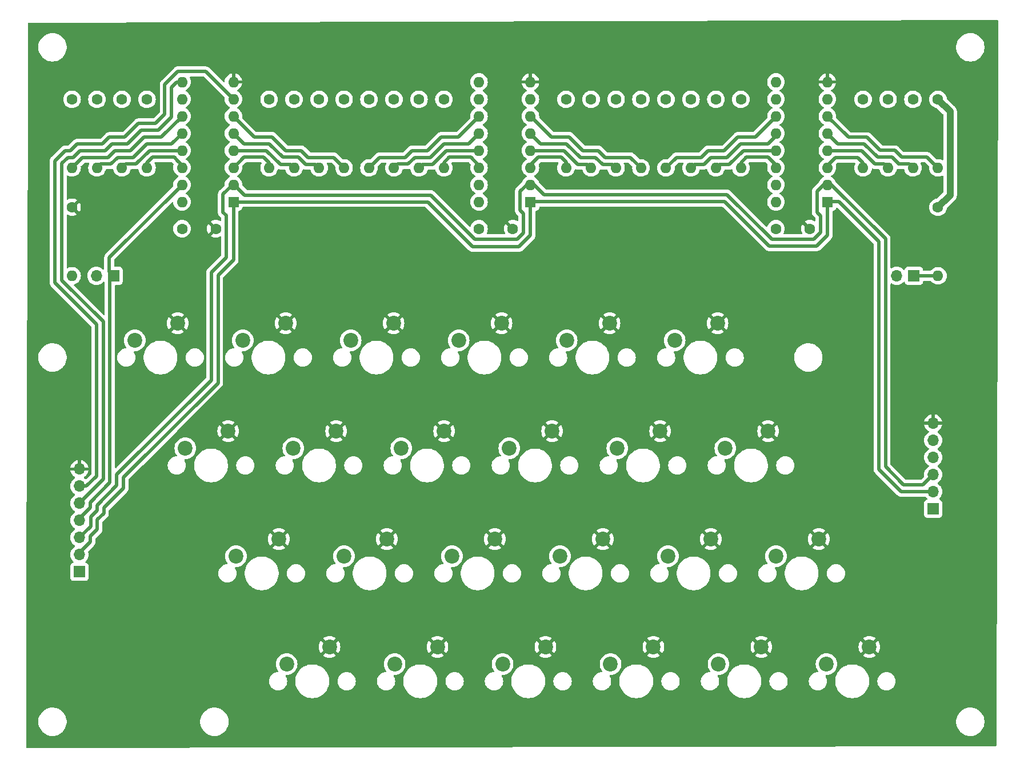
<source format=gbr>
%TF.GenerationSoftware,KiCad,Pcbnew,7.0.11-7.0.11~ubuntu22.04.1*%
%TF.CreationDate,2024-03-31T18:03:40+02:00*%
%TF.ProjectId,ek_left_hand_24_buttons,656b5f6c-6566-4745-9f68-616e645f3234,1.0*%
%TF.SameCoordinates,Original*%
%TF.FileFunction,Copper,L2,Bot*%
%TF.FilePolarity,Positive*%
%FSLAX46Y46*%
G04 Gerber Fmt 4.6, Leading zero omitted, Abs format (unit mm)*
G04 Created by KiCad (PCBNEW 7.0.11-7.0.11~ubuntu22.04.1) date 2024-03-31 18:03:40*
%MOMM*%
%LPD*%
G01*
G04 APERTURE LIST*
%TA.AperFunction,ComponentPad*%
%ADD10C,2.200000*%
%TD*%
%TA.AperFunction,ComponentPad*%
%ADD11C,1.600000*%
%TD*%
%TA.AperFunction,ComponentPad*%
%ADD12O,1.600000X1.600000*%
%TD*%
%TA.AperFunction,ComponentPad*%
%ADD13R,1.600000X1.600000*%
%TD*%
%TA.AperFunction,ComponentPad*%
%ADD14R,1.700000X1.700000*%
%TD*%
%TA.AperFunction,ComponentPad*%
%ADD15O,1.700000X1.700000*%
%TD*%
%TA.AperFunction,ViaPad*%
%ADD16C,0.800000*%
%TD*%
%TA.AperFunction,Conductor*%
%ADD17C,1.000000*%
%TD*%
%TA.AperFunction,Conductor*%
%ADD18C,0.500000*%
%TD*%
G04 APERTURE END LIST*
D10*
%TO.P,SW3,1*%
%TO.N,GND*%
X81140000Y-115320000D03*
%TO.P,SW3,2*%
%TO.N,Net-(U1-D2)*%
X74790000Y-117860000D03*
%TD*%
%TO.P,SW8,1*%
%TO.N,GND*%
X104640000Y-131320000D03*
%TO.P,SW8,2*%
%TO.N,Net-(U1-D7)*%
X98290000Y-133860000D03*
%TD*%
D11*
%TO.P,C2,1*%
%TO.N,VCC*%
X110800000Y-69300000D03*
%TO.P,C2,2*%
%TO.N,GND*%
X115800000Y-69300000D03*
%TD*%
%TO.P,R16,1*%
%TO.N,VCC*%
X134800000Y-50120000D03*
D12*
%TO.P,R16,2*%
%TO.N,Net-(U2-D7)*%
X134800000Y-60280000D03*
%TD*%
D11*
%TO.P,R12,1*%
%TO.N,VCC*%
X105600000Y-50120000D03*
D12*
%TO.P,R12,2*%
%TO.N,Net-(U2-D3)*%
X105600000Y-60280000D03*
%TD*%
D10*
%TO.P,SW18,1*%
%TO.N,GND*%
X137640000Y-99320000D03*
%TO.P,SW18,2*%
%TO.N,Net-(U3-D1)*%
X131290000Y-101860000D03*
%TD*%
%TO.P,SW22,1*%
%TO.N,GND*%
X153640000Y-99320000D03*
%TO.P,SW22,2*%
%TO.N,Net-(U3-D5)*%
X147290000Y-101860000D03*
%TD*%
D11*
%TO.P,R24,1*%
%TO.N,VCC*%
X178800000Y-50120000D03*
D12*
%TO.P,R24,2*%
%TO.N,Net-(U3-D7)*%
X178800000Y-60280000D03*
%TD*%
D13*
%TO.P,U1,1,~{PL}*%
%TO.N,SH{slash}~{LD}*%
X74420000Y-65320000D03*
D12*
%TO.P,U1,2,CP*%
%TO.N,CLK*%
X74420000Y-62780000D03*
%TO.P,U1,3,D4*%
%TO.N,Net-(U1-D4)*%
X74420000Y-60240000D03*
%TO.P,U1,4,D5*%
%TO.N,Net-(U1-D5)*%
X74420000Y-57700000D03*
%TO.P,U1,5,D6*%
%TO.N,Net-(U1-D6)*%
X74420000Y-55160000D03*
%TO.P,U1,6,D7*%
%TO.N,Net-(U1-D7)*%
X74420000Y-52620000D03*
%TO.P,U1,7,~{Q7}*%
%TO.N,/Buttons 01-08/~{SERIAL_OUT}*%
X74420000Y-50080000D03*
%TO.P,U1,8,GND*%
%TO.N,GND*%
X74420000Y-47540000D03*
%TO.P,U1,9,Q7*%
%TO.N,/Buttons 01-08/SERIAL_OUT*%
X66800000Y-47540000D03*
%TO.P,U1,10,DS*%
%TO.N,/Buttons 01-08/SERIAL_IN*%
X66800000Y-50080000D03*
%TO.P,U1,11,D0*%
%TO.N,Net-(U1-D0)*%
X66800000Y-52620000D03*
%TO.P,U1,12,D1*%
%TO.N,Net-(U1-D1)*%
X66800000Y-55160000D03*
%TO.P,U1,13,D2*%
%TO.N,Net-(U1-D2)*%
X66800000Y-57700000D03*
%TO.P,U1,14,D3*%
%TO.N,Net-(U1-D3)*%
X66800000Y-60240000D03*
%TO.P,U1,15,~{CE}*%
%TO.N,CLK INH*%
X66800000Y-62780000D03*
%TO.P,U1,16,VCC*%
%TO.N,VCC*%
X66800000Y-65320000D03*
%TD*%
D10*
%TO.P,SW17,1*%
%TO.N,GND*%
X130140000Y-83320000D03*
%TO.P,SW17,2*%
%TO.N,Net-(U3-D0)*%
X123790000Y-85860000D03*
%TD*%
D11*
%TO.P,R3,1*%
%TO.N,VCC*%
X57900000Y-50120000D03*
D12*
%TO.P,R3,2*%
%TO.N,Net-(U1-D2)*%
X57900000Y-60280000D03*
%TD*%
D10*
%TO.P,SW21,1*%
%TO.N,GND*%
X146140000Y-83320000D03*
%TO.P,SW21,2*%
%TO.N,Net-(U3-D4)*%
X139790000Y-85860000D03*
%TD*%
%TO.P,SW13,1*%
%TO.N,GND*%
X114140000Y-83320000D03*
%TO.P,SW13,2*%
%TO.N,Net-(U2-D4)*%
X107790000Y-85860000D03*
%TD*%
D11*
%TO.P,R19,1*%
%TO.N,VCC*%
X145900000Y-50120000D03*
D12*
%TO.P,R19,2*%
%TO.N,Net-(U3-D2)*%
X145900000Y-60280000D03*
%TD*%
D11*
%TO.P,R21,1*%
%TO.N,VCC*%
X167700000Y-50120000D03*
D12*
%TO.P,R21,2*%
%TO.N,Net-(U3-D4)*%
X167700000Y-60280000D03*
%TD*%
D11*
%TO.P,R7,1*%
%TO.N,VCC*%
X87100000Y-50120000D03*
D12*
%TO.P,R7,2*%
%TO.N,Net-(U1-D6)*%
X87100000Y-60280000D03*
%TD*%
D10*
%TO.P,SW14,1*%
%TO.N,GND*%
X121640000Y-99320000D03*
%TO.P,SW14,2*%
%TO.N,Net-(U2-D5)*%
X115290000Y-101860000D03*
%TD*%
%TO.P,SW19,1*%
%TO.N,GND*%
X145140000Y-115320000D03*
%TO.P,SW19,2*%
%TO.N,Net-(U3-D2)*%
X138790000Y-117860000D03*
%TD*%
%TO.P,SW16,1*%
%TO.N,GND*%
X136640000Y-131320000D03*
%TO.P,SW16,2*%
%TO.N,Net-(U2-D7)*%
X130290000Y-133860000D03*
%TD*%
D11*
%TO.P,R4,1*%
%TO.N,VCC*%
X61600000Y-50120000D03*
D12*
%TO.P,R4,2*%
%TO.N,Net-(U1-D3)*%
X61600000Y-60280000D03*
%TD*%
D11*
%TO.P,R26,1*%
%TO.N,VCC*%
X178800000Y-66120000D03*
D12*
%TO.P,R26,2*%
%TO.N,Net-(J4-Pin_1)*%
X178800000Y-76280000D03*
%TD*%
D11*
%TO.P,R20,1*%
%TO.N,VCC*%
X149600000Y-50120000D03*
D12*
%TO.P,R20,2*%
%TO.N,Net-(U3-D3)*%
X149600000Y-60280000D03*
%TD*%
D14*
%TO.P,J2,1,Pin_1*%
%TO.N,VCC*%
X178100000Y-110825000D03*
D15*
%TO.P,J2,2,Pin_2*%
%TO.N,SH{slash}~{LD}*%
X178100000Y-108285000D03*
%TO.P,J2,3,Pin_3*%
%TO.N,CLK*%
X178100000Y-105745000D03*
%TO.P,J2,4,Pin_4*%
%TO.N,CLK INH*%
X178100000Y-103205000D03*
%TO.P,J2,5,Pin_5*%
%TO.N,/Buttons 17-24/SERIAL_IN*%
X178100000Y-100665000D03*
%TO.P,J2,6,Pin_6*%
%TO.N,GND*%
X178100000Y-98125000D03*
%TD*%
D10*
%TO.P,SW15,1*%
%TO.N,GND*%
X129140000Y-115320000D03*
%TO.P,SW15,2*%
%TO.N,Net-(U2-D6)*%
X122790000Y-117860000D03*
%TD*%
D11*
%TO.P,R23,1*%
%TO.N,VCC*%
X175100000Y-50120000D03*
D12*
%TO.P,R23,2*%
%TO.N,Net-(U3-D6)*%
X175100000Y-60280000D03*
%TD*%
D14*
%TO.P,J3,1,Pin_1*%
%TO.N,CLK INH*%
X56640000Y-76280000D03*
D15*
%TO.P,J3,2,Pin_2*%
%TO.N,Net-(J3-Pin_2)*%
X54100000Y-76280000D03*
%TD*%
D10*
%TO.P,SW23,1*%
%TO.N,GND*%
X161140000Y-115320000D03*
%TO.P,SW23,2*%
%TO.N,Net-(U3-D6)*%
X154790000Y-117860000D03*
%TD*%
%TO.P,SW9,1*%
%TO.N,GND*%
X98140000Y-83320000D03*
%TO.P,SW9,2*%
%TO.N,Net-(U2-D0)*%
X91790000Y-85860000D03*
%TD*%
D11*
%TO.P,R14,1*%
%TO.N,VCC*%
X127400000Y-50120000D03*
D12*
%TO.P,R14,2*%
%TO.N,Net-(U2-D5)*%
X127400000Y-60280000D03*
%TD*%
D10*
%TO.P,SW20,1*%
%TO.N,GND*%
X152640000Y-131320000D03*
%TO.P,SW20,2*%
%TO.N,Net-(U3-D3)*%
X146290000Y-133860000D03*
%TD*%
D11*
%TO.P,R6,1*%
%TO.N,VCC*%
X83400000Y-50120000D03*
D12*
%TO.P,R6,2*%
%TO.N,Net-(U1-D5)*%
X83400000Y-60280000D03*
%TD*%
D11*
%TO.P,R13,1*%
%TO.N,VCC*%
X123700000Y-50120000D03*
D12*
%TO.P,R13,2*%
%TO.N,Net-(U2-D4)*%
X123700000Y-60280000D03*
%TD*%
D10*
%TO.P,SW11,1*%
%TO.N,GND*%
X113140000Y-115320000D03*
%TO.P,SW11,2*%
%TO.N,Net-(U2-D2)*%
X106790000Y-117860000D03*
%TD*%
%TO.P,SW5,1*%
%TO.N,GND*%
X82140000Y-83320000D03*
%TO.P,SW5,2*%
%TO.N,Net-(U1-D4)*%
X75790000Y-85860000D03*
%TD*%
%TO.P,SW6,1*%
%TO.N,GND*%
X89640000Y-99320000D03*
%TO.P,SW6,2*%
%TO.N,Net-(U1-D5)*%
X83290000Y-101860000D03*
%TD*%
D13*
%TO.P,U2,1,~{PL}*%
%TO.N,SH{slash}~{LD}*%
X118420000Y-65320000D03*
D12*
%TO.P,U2,2,CP*%
%TO.N,CLK*%
X118420000Y-62780000D03*
%TO.P,U2,3,D4*%
%TO.N,Net-(U2-D4)*%
X118420000Y-60240000D03*
%TO.P,U2,4,D5*%
%TO.N,Net-(U2-D5)*%
X118420000Y-57700000D03*
%TO.P,U2,5,D6*%
%TO.N,Net-(U2-D6)*%
X118420000Y-55160000D03*
%TO.P,U2,6,D7*%
%TO.N,Net-(U2-D7)*%
X118420000Y-52620000D03*
%TO.P,U2,7,~{Q7}*%
%TO.N,/Buttons 09-16/~{SERIAL_OUT}*%
X118420000Y-50080000D03*
%TO.P,U2,8,GND*%
%TO.N,GND*%
X118420000Y-47540000D03*
%TO.P,U2,9,Q7*%
%TO.N,/Buttons 01-08/SERIAL_IN*%
X110800000Y-47540000D03*
%TO.P,U2,10,DS*%
%TO.N,/Buttons 09-16/SERIAL_IN*%
X110800000Y-50080000D03*
%TO.P,U2,11,D0*%
%TO.N,Net-(U2-D0)*%
X110800000Y-52620000D03*
%TO.P,U2,12,D1*%
%TO.N,Net-(U2-D1)*%
X110800000Y-55160000D03*
%TO.P,U2,13,D2*%
%TO.N,Net-(U2-D2)*%
X110800000Y-57700000D03*
%TO.P,U2,14,D3*%
%TO.N,Net-(U2-D3)*%
X110800000Y-60240000D03*
%TO.P,U2,15,~{CE}*%
%TO.N,CLK INH*%
X110800000Y-62780000D03*
%TO.P,U2,16,VCC*%
%TO.N,VCC*%
X110800000Y-65320000D03*
%TD*%
D14*
%TO.P,J1,1,Pin_1*%
%TO.N,VCC*%
X51600000Y-120180000D03*
D15*
%TO.P,J1,2,Pin_2*%
%TO.N,SH{slash}~{LD}*%
X51600000Y-117640000D03*
%TO.P,J1,3,Pin_3*%
%TO.N,CLK*%
X51600000Y-115100000D03*
%TO.P,J1,4,Pin_4*%
%TO.N,CLK INH*%
X51600000Y-112560000D03*
%TO.P,J1,5,Pin_5*%
%TO.N,/Buttons 01-08/SERIAL_OUT*%
X51600000Y-110020000D03*
%TO.P,J1,6,Pin_6*%
%TO.N,/Buttons 01-08/~{SERIAL_OUT}*%
X51600000Y-107480000D03*
%TO.P,J1,7,Pin_7*%
%TO.N,GND*%
X51600000Y-104940000D03*
%TD*%
D13*
%TO.P,U3,1,~{PL}*%
%TO.N,SH{slash}~{LD}*%
X162420000Y-65320000D03*
D12*
%TO.P,U3,2,CP*%
%TO.N,CLK*%
X162420000Y-62780000D03*
%TO.P,U3,3,D4*%
%TO.N,Net-(U3-D4)*%
X162420000Y-60240000D03*
%TO.P,U3,4,D5*%
%TO.N,Net-(U3-D5)*%
X162420000Y-57700000D03*
%TO.P,U3,5,D6*%
%TO.N,Net-(U3-D6)*%
X162420000Y-55160000D03*
%TO.P,U3,6,D7*%
%TO.N,Net-(U3-D7)*%
X162420000Y-52620000D03*
%TO.P,U3,7,~{Q7}*%
%TO.N,/Buttons 17-24/~{SERIAL_OUT}*%
X162420000Y-50080000D03*
%TO.P,U3,8,GND*%
%TO.N,GND*%
X162420000Y-47540000D03*
%TO.P,U3,9,Q7*%
%TO.N,/Buttons 09-16/SERIAL_IN*%
X154800000Y-47540000D03*
%TO.P,U3,10,DS*%
%TO.N,/Buttons 17-24/SERIAL_IN*%
X154800000Y-50080000D03*
%TO.P,U3,11,D0*%
%TO.N,Net-(U3-D0)*%
X154800000Y-52620000D03*
%TO.P,U3,12,D1*%
%TO.N,Net-(U3-D1)*%
X154800000Y-55160000D03*
%TO.P,U3,13,D2*%
%TO.N,Net-(U3-D2)*%
X154800000Y-57700000D03*
%TO.P,U3,14,D3*%
%TO.N,Net-(U3-D3)*%
X154800000Y-60240000D03*
%TO.P,U3,15,~{CE}*%
%TO.N,CLK INH*%
X154800000Y-62780000D03*
%TO.P,U3,16,VCC*%
%TO.N,VCC*%
X154800000Y-65320000D03*
%TD*%
D10*
%TO.P,SW4,1*%
%TO.N,GND*%
X88640000Y-131320000D03*
%TO.P,SW4,2*%
%TO.N,Net-(U1-D3)*%
X82290000Y-133860000D03*
%TD*%
D11*
%TO.P,R9,1*%
%TO.N,VCC*%
X94500000Y-50120000D03*
D12*
%TO.P,R9,2*%
%TO.N,Net-(U2-D0)*%
X94500000Y-60280000D03*
%TD*%
D11*
%TO.P,R22,1*%
%TO.N,VCC*%
X171400000Y-50120000D03*
D12*
%TO.P,R22,2*%
%TO.N,Net-(U3-D5)*%
X171400000Y-60280000D03*
%TD*%
D11*
%TO.P,R15,1*%
%TO.N,VCC*%
X131100000Y-50120000D03*
D12*
%TO.P,R15,2*%
%TO.N,Net-(U2-D6)*%
X131100000Y-60280000D03*
%TD*%
D10*
%TO.P,SW24,1*%
%TO.N,GND*%
X168640000Y-131320000D03*
%TO.P,SW24,2*%
%TO.N,Net-(U3-D7)*%
X162290000Y-133860000D03*
%TD*%
%TO.P,SW10,1*%
%TO.N,GND*%
X105640000Y-99320000D03*
%TO.P,SW10,2*%
%TO.N,Net-(U2-D1)*%
X99290000Y-101860000D03*
%TD*%
D11*
%TO.P,R5,1*%
%TO.N,VCC*%
X79700000Y-50120000D03*
D12*
%TO.P,R5,2*%
%TO.N,Net-(U1-D4)*%
X79700000Y-60280000D03*
%TD*%
D10*
%TO.P,SW7,1*%
%TO.N,GND*%
X97140000Y-115320000D03*
%TO.P,SW7,2*%
%TO.N,Net-(U1-D6)*%
X90790000Y-117860000D03*
%TD*%
D14*
%TO.P,J4,1,Pin_1*%
%TO.N,Net-(J4-Pin_1)*%
X175230000Y-76280000D03*
D15*
%TO.P,J4,2,Pin_2*%
%TO.N,/Buttons 17-24/SERIAL_IN*%
X172690000Y-76280000D03*
%TD*%
D11*
%TO.P,R25,1*%
%TO.N,GND*%
X50500000Y-66120000D03*
D12*
%TO.P,R25,2*%
%TO.N,Net-(J3-Pin_2)*%
X50500000Y-76280000D03*
%TD*%
D11*
%TO.P,R8,1*%
%TO.N,VCC*%
X90800000Y-50120000D03*
D12*
%TO.P,R8,2*%
%TO.N,Net-(U1-D7)*%
X90800000Y-60280000D03*
%TD*%
D11*
%TO.P,C3,1*%
%TO.N,VCC*%
X154800000Y-69300000D03*
%TO.P,C3,2*%
%TO.N,GND*%
X159800000Y-69300000D03*
%TD*%
%TO.P,R11,1*%
%TO.N,VCC*%
X101900000Y-50120000D03*
D12*
%TO.P,R11,2*%
%TO.N,Net-(U2-D2)*%
X101900000Y-60280000D03*
%TD*%
D11*
%TO.P,R18,1*%
%TO.N,VCC*%
X142200000Y-50120000D03*
D12*
%TO.P,R18,2*%
%TO.N,Net-(U3-D1)*%
X142200000Y-60280000D03*
%TD*%
D11*
%TO.P,R2,1*%
%TO.N,VCC*%
X54200000Y-50120000D03*
D12*
%TO.P,R2,2*%
%TO.N,Net-(U1-D1)*%
X54200000Y-60280000D03*
%TD*%
D10*
%TO.P,SW1,1*%
%TO.N,GND*%
X66140000Y-83320000D03*
%TO.P,SW1,2*%
%TO.N,Net-(U1-D0)*%
X59790000Y-85860000D03*
%TD*%
D11*
%TO.P,R17,1*%
%TO.N,VCC*%
X138500000Y-50120000D03*
D12*
%TO.P,R17,2*%
%TO.N,Net-(U3-D0)*%
X138500000Y-60280000D03*
%TD*%
D11*
%TO.P,C1,1*%
%TO.N,VCC*%
X66800000Y-69300000D03*
%TO.P,C1,2*%
%TO.N,GND*%
X71800000Y-69300000D03*
%TD*%
D10*
%TO.P,SW2,1*%
%TO.N,GND*%
X73640000Y-99320000D03*
%TO.P,SW2,2*%
%TO.N,Net-(U1-D1)*%
X67290000Y-101860000D03*
%TD*%
D11*
%TO.P,R10,1*%
%TO.N,VCC*%
X98200000Y-50120000D03*
D12*
%TO.P,R10,2*%
%TO.N,Net-(U2-D1)*%
X98200000Y-60280000D03*
%TD*%
D10*
%TO.P,SW12,1*%
%TO.N,GND*%
X120640000Y-131320000D03*
%TO.P,SW12,2*%
%TO.N,Net-(U2-D3)*%
X114290000Y-133860000D03*
%TD*%
D11*
%TO.P,R1,1*%
%TO.N,VCC*%
X50500000Y-50120000D03*
D12*
%TO.P,R1,2*%
%TO.N,Net-(U1-D0)*%
X50500000Y-60280000D03*
%TD*%
D16*
%TO.N,GND*%
X186182000Y-113538000D03*
X57658000Y-86360000D03*
X89408000Y-90424000D03*
X73660000Y-86360000D03*
X178562000Y-68326000D03*
X176530000Y-99314000D03*
X108712000Y-47244000D03*
X167640000Y-118110000D03*
X139446000Y-39624000D03*
X62738000Y-48006000D03*
X50240827Y-63043173D03*
X147828000Y-61214000D03*
X72136000Y-94488000D03*
X168148000Y-46228000D03*
X111252000Y-110744000D03*
X152654000Y-47244000D03*
X85344000Y-80010000D03*
X92710000Y-52070000D03*
X129032000Y-106426000D03*
X105664000Y-70104000D03*
X168402000Y-72390000D03*
X70612000Y-49530000D03*
X125476000Y-61214000D03*
X99822000Y-66802000D03*
X58928000Y-129540000D03*
X129286000Y-61468000D03*
X113538000Y-69342000D03*
X115570000Y-80264000D03*
X97028000Y-102362000D03*
X52070000Y-77724000D03*
X118364000Y-73152000D03*
X52832000Y-98552000D03*
X65024000Y-101346000D03*
X81534000Y-80518000D03*
X173482000Y-78232000D03*
X167640000Y-65532000D03*
X158242000Y-144780000D03*
X174244000Y-144780000D03*
X169418000Y-61214000D03*
X132334000Y-129540000D03*
X132842000Y-61214000D03*
X112776000Y-46228000D03*
X77724000Y-59944000D03*
X163830000Y-67564000D03*
X147574000Y-80264000D03*
X178816000Y-74168000D03*
X81026000Y-106426000D03*
X106426000Y-54356000D03*
X52324000Y-60198000D03*
X118110000Y-39624000D03*
X50546000Y-68326000D03*
X145034000Y-102362000D03*
X68834000Y-90678000D03*
X143002000Y-110998000D03*
X136652000Y-52070000D03*
X56388000Y-71374000D03*
X94996000Y-39624000D03*
X186690000Y-54864000D03*
X131318000Y-80010000D03*
X113030000Y-102362000D03*
X77978000Y-144780000D03*
X73660000Y-90424000D03*
X92456000Y-66802000D03*
X84582000Y-66802000D03*
X149606000Y-69850000D03*
X117602000Y-86360000D03*
X71882000Y-72898000D03*
X176784000Y-61214000D03*
X62230000Y-51816000D03*
X156464000Y-73660000D03*
X88392000Y-118110000D03*
X81026000Y-102362000D03*
X84328000Y-129540000D03*
X75692000Y-67310000D03*
X63600000Y-60198000D03*
X136652000Y-61468000D03*
X122174000Y-54356000D03*
X75946000Y-72898000D03*
X137668000Y-86360000D03*
X85090000Y-61468000D03*
X50546000Y-74168000D03*
X101600000Y-80010000D03*
X51054000Y-52070000D03*
X103632000Y-61214000D03*
X120396000Y-118110000D03*
X145034000Y-106426000D03*
X100076000Y-61468000D03*
X57658000Y-102870000D03*
X89408000Y-86360000D03*
X129032000Y-66548000D03*
X78232000Y-54102000D03*
X182626000Y-96520000D03*
X76454000Y-50800000D03*
X80010000Y-45974000D03*
X143256000Y-57150000D03*
X72390000Y-118110000D03*
X97028000Y-106426000D03*
X50292000Y-55626000D03*
X177038000Y-77978000D03*
X116840000Y-90678000D03*
X59690000Y-61214000D03*
X166116000Y-69596000D03*
X81534000Y-61214000D03*
X65024000Y-66802000D03*
X164338000Y-51308000D03*
X93980000Y-144780000D03*
X104394000Y-118110000D03*
X96266000Y-61214000D03*
X44958000Y-112522000D03*
X52578000Y-84328000D03*
X150876000Y-78232000D03*
X113030000Y-106426000D03*
X171196000Y-69342000D03*
X167386000Y-98298000D03*
X173228000Y-61468000D03*
X186436000Y-81026000D03*
X181356000Y-66294000D03*
X181864000Y-47498000D03*
X69850000Y-76454000D03*
X152400000Y-118110000D03*
X150368000Y-54356000D03*
X130048000Y-57150000D03*
X134620000Y-78994000D03*
X68580000Y-82804000D03*
X137922000Y-90678000D03*
X96266000Y-79248000D03*
X152908000Y-67564000D03*
X73914000Y-39624000D03*
X132842000Y-90678000D03*
X79248000Y-66802000D03*
X176530000Y-104394000D03*
X149606000Y-86360000D03*
X122174000Y-90678000D03*
X121412000Y-86360000D03*
X156972000Y-117348000D03*
X172212000Y-102362000D03*
X100838000Y-90424000D03*
X140462000Y-61214000D03*
X186436000Y-39370000D03*
X95250000Y-110744000D03*
X106172000Y-63500000D03*
X178308000Y-127508000D03*
X79248000Y-110744000D03*
X156464000Y-46228000D03*
X178562000Y-52578000D03*
X100584000Y-129540000D03*
X120396000Y-51054000D03*
X144018000Y-66548000D03*
X120396000Y-48006000D03*
X62738000Y-69342000D03*
X85598000Y-86360000D03*
X148590000Y-90678000D03*
X136398000Y-118110000D03*
X174498000Y-74168000D03*
X58166000Y-73152000D03*
X110236000Y-144780000D03*
X47498000Y-49276000D03*
X165620000Y-60198000D03*
X53594000Y-118618000D03*
X101600000Y-86360000D03*
X133858000Y-86360000D03*
X125984000Y-144780000D03*
X70104000Y-44450000D03*
X119634000Y-67310000D03*
X114808000Y-49276000D03*
X121920000Y-59944000D03*
X57658000Y-90678000D03*
X157480000Y-69596000D03*
X105664000Y-86360000D03*
X44704000Y-145542000D03*
X69342000Y-86360000D03*
X52832000Y-102870000D03*
X178816000Y-57658000D03*
X44704000Y-55372000D03*
X150114000Y-62992000D03*
X164592000Y-129540000D03*
X65278000Y-95504000D03*
X144018000Y-61468000D03*
X61214000Y-74930000D03*
X88900000Y-61214000D03*
X136652000Y-66548000D03*
X168656000Y-101346000D03*
X186436000Y-144780000D03*
X142240000Y-144780000D03*
X61468000Y-65786000D03*
X84836000Y-90424000D03*
X57912000Y-65786000D03*
X123952000Y-46228000D03*
X127000000Y-110744000D03*
X175768000Y-109982000D03*
X86360000Y-57150000D03*
X76454000Y-48006000D03*
X129032000Y-102362000D03*
X108966000Y-67310000D03*
X148336000Y-129540000D03*
X44704000Y-81534000D03*
X123190000Y-66548000D03*
X118618000Y-78994000D03*
X158750000Y-49784000D03*
X161798000Y-39370000D03*
X45212000Y-39878000D03*
X92710000Y-61468000D03*
X164338000Y-47752000D03*
X165862000Y-54102000D03*
X56134000Y-61214000D03*
X105664000Y-90424000D03*
X69596000Y-69596000D03*
X99060000Y-57150000D03*
X173482000Y-98044000D03*
X116586000Y-129540000D03*
X54864000Y-81026000D03*
%TD*%
D17*
%TO.N,VCC*%
X180600000Y-64320000D02*
X180600000Y-51920000D01*
X180600000Y-51920000D02*
X178800000Y-50120000D01*
X178800000Y-66120000D02*
X180600000Y-64320000D01*
D18*
%TO.N,Net-(U1-D0)*%
X56843754Y-57730000D02*
X55843754Y-58730000D01*
X55843754Y-58730000D02*
X52050000Y-58730000D01*
X66800000Y-52620000D02*
X63720000Y-55700000D01*
X63720000Y-55700000D02*
X61159541Y-55699999D01*
X61159541Y-55699999D02*
X59129540Y-57730000D01*
X52050000Y-58730000D02*
X50500000Y-60280000D01*
X59129540Y-57730000D02*
X56843754Y-57730000D01*
%TO.N,Net-(U1-D1)*%
X65260000Y-56700000D02*
X66800000Y-55160000D01*
X59543754Y-58730000D02*
X61573755Y-56699999D01*
X61573755Y-56699999D02*
X65260000Y-56700000D01*
X56257968Y-59730000D02*
X57257968Y-58730000D01*
X54750000Y-59730000D02*
X56257968Y-59730000D01*
X57257968Y-58730000D02*
X59543754Y-58730000D01*
X54200000Y-60280000D02*
X54750000Y-59730000D01*
%TO.N,Net-(U1-D2)*%
X58450000Y-59730000D02*
X59957968Y-59730000D01*
X59957968Y-59730000D02*
X61987969Y-57699999D01*
X61987969Y-57699999D02*
X66800000Y-57700000D01*
X57900000Y-60280000D02*
X58450000Y-59730000D01*
%TO.N,Net-(U1-D3)*%
X66160000Y-59250000D02*
X66800000Y-59890000D01*
X61600000Y-60280000D02*
X61600000Y-59502182D01*
X66800000Y-59890000D02*
X66800000Y-60240000D01*
X61600000Y-59502182D02*
X62402183Y-58699999D01*
X66157968Y-59250000D02*
X66160000Y-59250000D01*
X62402183Y-58699999D02*
X65607967Y-58699999D01*
X65607967Y-58699999D02*
X66157968Y-59250000D01*
%TO.N,Net-(U1-D4)*%
X75960000Y-58700000D02*
X74420000Y-60240000D01*
X79700000Y-59502182D02*
X78897818Y-58700000D01*
X79700000Y-60280000D02*
X79700000Y-59502182D01*
X78897818Y-58700000D02*
X75960000Y-58700000D01*
%TO.N,Net-(U1-D5)*%
X82880000Y-59760000D02*
X83400000Y-60280000D01*
X81372032Y-59760000D02*
X82880000Y-59760000D01*
X74420000Y-57700000D02*
X79312032Y-57700000D01*
X79312032Y-57700000D02*
X81372032Y-59760000D01*
%TO.N,Net-(U1-D6)*%
X81736246Y-58710000D02*
X79726245Y-56699999D01*
X85120000Y-59780000D02*
X84050000Y-58710000D01*
X84050000Y-58710000D02*
X81736246Y-58710000D01*
X75960000Y-56700000D02*
X74420000Y-55160000D01*
X79726245Y-56699999D02*
X75960000Y-56700000D01*
X86600000Y-59780000D02*
X85120000Y-59780000D01*
X87100000Y-60280000D02*
X86600000Y-59780000D01*
%TO.N,Net-(U1-D7)*%
X85484214Y-58730000D02*
X89250000Y-58730000D01*
X74420000Y-52620000D02*
X77500000Y-55700000D01*
X77500000Y-55700000D02*
X80140459Y-55699999D01*
X80140459Y-55699999D02*
X82150460Y-57710000D01*
X89250000Y-58730000D02*
X90800000Y-60280000D01*
X82150460Y-57710000D02*
X84464214Y-57710000D01*
X84464214Y-57710000D02*
X85484214Y-58730000D01*
%TO.N,SH{slash}~{LD}*%
X118420000Y-65320000D02*
X118400000Y-65340000D01*
X173309000Y-108285000D02*
X170020000Y-104996000D01*
X147143754Y-65250000D02*
X153753754Y-71860000D01*
X103213754Y-65320000D02*
X74420000Y-65320000D01*
X58110001Y-106179999D02*
X72130000Y-92160000D01*
X170020000Y-104996000D02*
X170020000Y-71234214D01*
X116736246Y-71970000D02*
X109863754Y-71970000D01*
X109863754Y-71970000D02*
X103213754Y-65320000D01*
X54250001Y-113874213D02*
X54250001Y-112461169D01*
X118490000Y-65250000D02*
X147143754Y-65250000D01*
X55200000Y-111511170D02*
X55200000Y-110696428D01*
X118400000Y-65340000D02*
X118400000Y-70306246D01*
X170020000Y-71234214D02*
X164095786Y-65310000D01*
X72130000Y-92160000D02*
X72130000Y-76200000D01*
X118400000Y-70306246D02*
X116736246Y-71970000D01*
X178100000Y-108285000D02*
X173309000Y-108285000D01*
X53200000Y-114924214D02*
X54250001Y-113874213D01*
X58110001Y-107786427D02*
X58110001Y-106179999D01*
X53200000Y-115762742D02*
X53200000Y-114924214D01*
X51600000Y-117640000D02*
X51600000Y-117362742D01*
X118420000Y-65320000D02*
X118490000Y-65250000D01*
X72130000Y-76200000D02*
X74420000Y-73910000D01*
X162420002Y-70286244D02*
X162420000Y-65320000D01*
X153753754Y-71860000D02*
X160846246Y-71860000D01*
X74420000Y-73910000D02*
X74420000Y-65320000D01*
X54250001Y-112461169D02*
X55200000Y-111511170D01*
X164095786Y-65310000D02*
X162430000Y-65310000D01*
X160846246Y-71860000D02*
X162420002Y-70286244D01*
X55200000Y-110696428D02*
X58110001Y-107786427D01*
X162430000Y-65310000D02*
X162420000Y-65320000D01*
X51600000Y-117362742D02*
X53200000Y-115762742D01*
%TO.N,CLK*%
X54200000Y-111096956D02*
X54200000Y-110282214D01*
X74245786Y-62780000D02*
X74420000Y-62780000D01*
X117860000Y-62780000D02*
X116870000Y-63770000D01*
X72870000Y-64155786D02*
X74245786Y-62780000D01*
X161860000Y-62780000D02*
X162420000Y-62780000D01*
X117400000Y-69892032D02*
X116432032Y-70860000D01*
X160432032Y-70860000D02*
X161420001Y-69872031D01*
X147557968Y-64250000D02*
X154167968Y-70860000D01*
X51610000Y-115100000D02*
X53250000Y-113460000D01*
X72870000Y-66870000D02*
X72870000Y-64155786D01*
X178100000Y-105745000D02*
X176560000Y-107285000D01*
X53250000Y-113460000D02*
X53250000Y-112046956D01*
X161420000Y-67420000D02*
X160870000Y-66870000D01*
X176560000Y-107285000D02*
X173723214Y-107285000D01*
X116870000Y-63770000D02*
X116870000Y-66560000D01*
X171020000Y-70820000D02*
X162980000Y-62780000D01*
X71130000Y-91745786D02*
X71130000Y-75785786D01*
X51600000Y-115100000D02*
X51610000Y-115100000D01*
X103627968Y-64320000D02*
X76090000Y-64320000D01*
X71130000Y-75785786D02*
X73350000Y-73565786D01*
X162980000Y-62780000D02*
X162420000Y-62780000D01*
X110167968Y-70860000D02*
X103627968Y-64320000D01*
X120450000Y-64250000D02*
X147557968Y-64250000D01*
X154167968Y-70860000D02*
X160432032Y-70860000D01*
X118420000Y-62780000D02*
X118980000Y-62780000D01*
X73350000Y-73565786D02*
X73350000Y-67350000D01*
X73350000Y-67350000D02*
X72870000Y-66870000D01*
X116432032Y-70860000D02*
X110167968Y-70860000D01*
X118980000Y-62780000D02*
X120450000Y-64250000D01*
X117400000Y-67090000D02*
X117400000Y-69892032D01*
X76090000Y-64320000D02*
X74550000Y-62780000D01*
X160870000Y-63770000D02*
X161860000Y-62780000D01*
X57110001Y-105765785D02*
X71130000Y-91745786D01*
X160870000Y-66870000D02*
X160870000Y-63770000D01*
X53250000Y-112046956D02*
X54200000Y-111096956D01*
X54200000Y-110282214D02*
X57110001Y-107372213D01*
X74550000Y-62780000D02*
X74420000Y-62780000D01*
X161420001Y-69872031D02*
X161420000Y-67420000D01*
X116870000Y-66560000D02*
X117400000Y-67090000D01*
X118420000Y-62780000D02*
X117860000Y-62780000D01*
X173723214Y-107285000D02*
X171020000Y-104581786D01*
X171020000Y-104581786D02*
X171020000Y-70820000D01*
X57110001Y-107372213D02*
X57110001Y-105765785D01*
%TO.N,/Buttons 01-08/~{SERIAL_OUT}*%
X62891574Y-53699998D02*
X60331114Y-53699998D01*
X54110000Y-83496246D02*
X54110000Y-106019786D01*
X50221573Y-57729999D02*
X49443755Y-57729999D01*
X47949999Y-59223755D02*
X47950000Y-77336246D01*
X64250000Y-52341572D02*
X62891574Y-53699998D01*
X58301112Y-55730000D02*
X56015326Y-55730000D01*
X70330000Y-45990000D02*
X66157968Y-45990000D01*
X49443755Y-57729999D02*
X47949999Y-59223755D01*
X52649786Y-107480000D02*
X51600000Y-107480000D01*
X47950000Y-77336246D02*
X54110000Y-83496246D01*
X56015326Y-55730000D02*
X55015326Y-56730000D01*
X60331114Y-53699998D02*
X58301112Y-55730000D01*
X54110000Y-106019786D02*
X52649786Y-107480000D01*
X51221572Y-56730000D02*
X50221573Y-57729999D01*
X55015326Y-56730000D02*
X51221572Y-56730000D01*
X64250000Y-47897968D02*
X64250000Y-52341572D01*
X74420000Y-50080000D02*
X70330000Y-45990000D01*
X66157968Y-45990000D02*
X64250000Y-47897968D01*
%TO.N,Net-(U2-D6)*%
X119960000Y-56700000D02*
X123764214Y-56700000D01*
X126717969Y-58769999D02*
X126757968Y-58730000D01*
X128042032Y-58730000D02*
X129112032Y-59800000D01*
X123764214Y-56700000D02*
X125834214Y-58770000D01*
X118420000Y-55160000D02*
X119960000Y-56700000D01*
X126757968Y-58730000D02*
X128042032Y-58730000D01*
X130620000Y-59800000D02*
X131100000Y-60280000D01*
X129112032Y-59800000D02*
X130620000Y-59800000D01*
X125834214Y-58770000D02*
X126717969Y-58769999D01*
%TO.N,CLK INH*%
X56010000Y-75650000D02*
X56010000Y-73570000D01*
X53200000Y-109868000D02*
X56110001Y-106957999D01*
X56110001Y-76809999D02*
X56640000Y-76280000D01*
X56110001Y-106957999D02*
X56110001Y-76809999D01*
X51600000Y-112560000D02*
X51600000Y-112282742D01*
X53200000Y-110682742D02*
X53200000Y-109868000D01*
X51600000Y-112282742D02*
X53200000Y-110682742D01*
X56640000Y-76280000D02*
X56010000Y-75650000D01*
X56010000Y-73570000D02*
X66800000Y-62780000D01*
%TO.N,Net-(U2-D5)*%
X126890000Y-59770000D02*
X127400000Y-60280000D01*
X118420000Y-57700000D02*
X123350000Y-57700000D01*
X123350000Y-57700000D02*
X125420000Y-59770000D01*
X125420000Y-59770000D02*
X126890000Y-59770000D01*
%TO.N,Net-(U2-D4)*%
X123700000Y-59464214D02*
X123700000Y-60280000D01*
X118420000Y-59892032D02*
X119612032Y-58700000D01*
X118420000Y-60240000D02*
X118420000Y-59892032D01*
X122935786Y-58700000D02*
X123700000Y-59464214D01*
X119612032Y-58700000D02*
X122935786Y-58700000D01*
%TO.N,Net-(U2-D3)*%
X109590000Y-58700000D02*
X106402182Y-58700000D01*
X110800000Y-59910000D02*
X109590000Y-58700000D01*
X105600000Y-59502182D02*
X105600000Y-60280000D01*
X110800000Y-60240000D02*
X110800000Y-59910000D01*
X106402182Y-58700000D02*
X105600000Y-59502182D01*
%TO.N,Net-(U2-D2)*%
X102380000Y-59800000D02*
X101900000Y-60280000D01*
X105987968Y-57700000D02*
X103887968Y-59800000D01*
X110800000Y-57700000D02*
X105987968Y-57700000D01*
X103887968Y-59800000D02*
X102380000Y-59800000D01*
%TO.N,Net-(U2-D1)*%
X100257968Y-59730000D02*
X98750000Y-59730000D01*
X110800000Y-55160000D02*
X109260000Y-56700000D01*
X98750000Y-59730000D02*
X98200000Y-60280000D01*
X105573755Y-56699999D02*
X103543754Y-58730000D01*
X109260000Y-56700000D02*
X105573755Y-56699999D01*
X103543754Y-58730000D02*
X101257968Y-58730000D01*
X101257968Y-58730000D02*
X100257968Y-59730000D01*
%TO.N,Net-(U2-D0)*%
X103129540Y-57730000D02*
X100843754Y-57730000D01*
X105159541Y-55699999D02*
X103129540Y-57730000D01*
X96050000Y-58730000D02*
X94500000Y-60280000D01*
X99843754Y-58730000D02*
X96050000Y-58730000D01*
X100843754Y-57730000D02*
X99843754Y-58730000D01*
X107720000Y-55700000D02*
X105159541Y-55699999D01*
X110800000Y-52620000D02*
X107720000Y-55700000D01*
%TO.N,Net-(U2-D7)*%
X124178428Y-55700000D02*
X126208428Y-57730000D01*
X128456246Y-57730000D02*
X129466246Y-58740000D01*
X129466246Y-58740000D02*
X130447968Y-58740000D01*
X130457968Y-58730000D02*
X133250000Y-58730000D01*
X121570000Y-55700000D02*
X124178428Y-55700000D01*
X118420000Y-52620000D02*
X118490000Y-52620000D01*
X118490000Y-52620000D02*
X121570000Y-55700000D01*
X126208428Y-57730000D02*
X128456246Y-57730000D01*
X133250000Y-58730000D02*
X134800000Y-60280000D01*
X130447968Y-58740000D02*
X130457968Y-58730000D01*
%TO.N,/Buttons 01-08/SERIAL_OUT*%
X55110000Y-106434000D02*
X55110000Y-83082032D01*
X51600000Y-109944000D02*
X55110000Y-106434000D01*
X58715326Y-56730000D02*
X60745328Y-54699998D01*
X48950000Y-59637968D02*
X49857968Y-58730000D01*
X66022182Y-47540000D02*
X66800000Y-47540000D01*
X63305788Y-54699998D02*
X65250000Y-52755786D01*
X65250000Y-48312182D02*
X66022182Y-47540000D01*
X65250000Y-52755786D02*
X65250000Y-48312182D01*
X51600000Y-110020000D02*
X51600000Y-109944000D01*
X60745328Y-54699998D02*
X63305788Y-54699998D01*
X55429540Y-57730000D02*
X56429540Y-56730000D01*
X49857968Y-58730000D02*
X50635786Y-58730000D01*
X50635786Y-58730000D02*
X51635786Y-57730000D01*
X51635786Y-57730000D02*
X55429540Y-57730000D01*
X55110000Y-83082032D02*
X48950000Y-76922032D01*
X56429540Y-56730000D02*
X58715326Y-56730000D01*
X48950000Y-76922032D02*
X48950000Y-59637968D01*
%TO.N,Net-(U3-D0)*%
X140050000Y-58730000D02*
X138500000Y-60280000D01*
X154800000Y-52620000D02*
X151720001Y-55699999D01*
X151720001Y-55699999D02*
X149159541Y-55699999D01*
X149159541Y-55699999D02*
X147129540Y-57730000D01*
X144745786Y-57730000D02*
X143745786Y-58730000D01*
X147129540Y-57730000D02*
X144745786Y-57730000D01*
X143745786Y-58730000D02*
X140050000Y-58730000D01*
%TO.N,Net-(U3-D1)*%
X149573755Y-56699999D02*
X147483754Y-58790000D01*
X146542032Y-58730000D02*
X145160000Y-58730000D01*
X144140000Y-59750000D02*
X142730000Y-59750000D01*
X154800000Y-55160000D02*
X154800000Y-55507968D01*
X142730000Y-59750000D02*
X142200000Y-60280000D01*
X146602032Y-58790000D02*
X146542032Y-58730000D01*
X147483754Y-58790000D02*
X146602032Y-58790000D01*
X154800000Y-55507968D02*
X153607969Y-56699999D01*
X145160000Y-58730000D02*
X144140000Y-59750000D01*
X153607969Y-56699999D02*
X149573755Y-56699999D01*
%TO.N,Net-(U3-D2)*%
X153584214Y-57710000D02*
X149977968Y-57710000D01*
X149977968Y-57710000D02*
X147897968Y-59790000D01*
X154800000Y-57700000D02*
X153594214Y-57700000D01*
X146390000Y-59790000D02*
X145900000Y-60280000D01*
X153594214Y-57700000D02*
X153584214Y-57710000D01*
X147897968Y-59790000D02*
X146390000Y-59790000D01*
%TO.N,Net-(U3-D3)*%
X153617968Y-58710000D02*
X150392182Y-58710000D01*
X154800000Y-60240000D02*
X154800000Y-59892032D01*
X150392182Y-58710000D02*
X149600000Y-59502182D01*
X149600000Y-59502182D02*
X149600000Y-60280000D01*
X154800000Y-59892032D02*
X153617968Y-58710000D01*
%TO.N,Net-(U3-D4)*%
X167700000Y-59494214D02*
X167700000Y-60280000D01*
X166945786Y-58740000D02*
X167700000Y-59494214D01*
X162420000Y-60240000D02*
X162420000Y-59930000D01*
X162420000Y-59930000D02*
X163610000Y-58740000D01*
X163610000Y-58740000D02*
X166945786Y-58740000D01*
%TO.N,Net-(U3-D5)*%
X171400000Y-60280000D02*
X170810000Y-59690000D01*
X162460000Y-57740000D02*
X162420000Y-57700000D01*
X170810000Y-59690000D02*
X169418000Y-59690000D01*
X169418000Y-59690000D02*
X167468000Y-57740000D01*
X167468000Y-57740000D02*
X162460000Y-57740000D01*
%TO.N,Net-(U3-D6)*%
X174510000Y-59690000D02*
X172950000Y-59690000D01*
X172950000Y-59690000D02*
X172950000Y-59637968D01*
X175100000Y-60280000D02*
X174510000Y-59690000D01*
X163960000Y-56740000D02*
X162420000Y-55200000D01*
X172002032Y-58690000D02*
X169832214Y-58690000D01*
X167882213Y-56739999D02*
X163960000Y-56740000D01*
X162420000Y-55200000D02*
X162420000Y-55160000D01*
X172950000Y-59637968D02*
X172002032Y-58690000D01*
X169832214Y-58690000D02*
X167882213Y-56739999D01*
%TO.N,Net-(U3-D7)*%
X170246428Y-57690000D02*
X172416246Y-57690000D01*
X165540000Y-55740000D02*
X168296427Y-55739999D01*
X168296427Y-55739999D02*
X170246428Y-57690000D01*
X162420000Y-52620000D02*
X165540000Y-55740000D01*
X173400246Y-58674000D02*
X177194000Y-58674000D01*
X172416246Y-57690000D02*
X173400246Y-58674000D01*
X177194000Y-58674000D02*
X178800000Y-60280000D01*
%TO.N,/Buttons 17-24/SERIAL_IN*%
X172690000Y-76280000D02*
X172640000Y-76280000D01*
%TO.N,Net-(J3-Pin_2)*%
X50546000Y-76703000D02*
X50551000Y-76708000D01*
%TO.N,Net-(J4-Pin_1)*%
X175800000Y-76280000D02*
X178800000Y-76280000D01*
%TD*%
%TA.AperFunction,Conductor*%
%TO.N,GND*%
G36*
X70034809Y-46760185D02*
G01*
X70055451Y-46776819D01*
X73093282Y-49814650D01*
X73126767Y-49875973D01*
X73129129Y-49913137D01*
X73114532Y-50079996D01*
X73114532Y-50080001D01*
X73134364Y-50306686D01*
X73134366Y-50306697D01*
X73193258Y-50526488D01*
X73193261Y-50526497D01*
X73289431Y-50732732D01*
X73289432Y-50732734D01*
X73419954Y-50919141D01*
X73580858Y-51080045D01*
X73580861Y-51080047D01*
X73767266Y-51210568D01*
X73821505Y-51235860D01*
X73825275Y-51237618D01*
X73877714Y-51283791D01*
X73896866Y-51350984D01*
X73876650Y-51417865D01*
X73825275Y-51462382D01*
X73767267Y-51489431D01*
X73767265Y-51489432D01*
X73580858Y-51619954D01*
X73419954Y-51780858D01*
X73289432Y-51967265D01*
X73289431Y-51967267D01*
X73193261Y-52173502D01*
X73193258Y-52173511D01*
X73134366Y-52393302D01*
X73134364Y-52393313D01*
X73114532Y-52619998D01*
X73114532Y-52620001D01*
X73134364Y-52846686D01*
X73134366Y-52846697D01*
X73193258Y-53066488D01*
X73193261Y-53066497D01*
X73289431Y-53272732D01*
X73289432Y-53272734D01*
X73419954Y-53459141D01*
X73580858Y-53620045D01*
X73580861Y-53620047D01*
X73767266Y-53750568D01*
X73825275Y-53777618D01*
X73877714Y-53823791D01*
X73896866Y-53890984D01*
X73876650Y-53957865D01*
X73825275Y-54002382D01*
X73767267Y-54029431D01*
X73767265Y-54029432D01*
X73580858Y-54159954D01*
X73419954Y-54320858D01*
X73289432Y-54507265D01*
X73289431Y-54507267D01*
X73193261Y-54713502D01*
X73193258Y-54713511D01*
X73134366Y-54933302D01*
X73134364Y-54933313D01*
X73114532Y-55159998D01*
X73114532Y-55160001D01*
X73134364Y-55386686D01*
X73134366Y-55386697D01*
X73193258Y-55606488D01*
X73193261Y-55606497D01*
X73289431Y-55812732D01*
X73289432Y-55812734D01*
X73419954Y-55999141D01*
X73580858Y-56160045D01*
X73580861Y-56160047D01*
X73767266Y-56290568D01*
X73825275Y-56317618D01*
X73877714Y-56363791D01*
X73896866Y-56430984D01*
X73876650Y-56497865D01*
X73825275Y-56542382D01*
X73767267Y-56569431D01*
X73767265Y-56569432D01*
X73580858Y-56699954D01*
X73419954Y-56860858D01*
X73289432Y-57047265D01*
X73289431Y-57047267D01*
X73193261Y-57253502D01*
X73193258Y-57253511D01*
X73134366Y-57473302D01*
X73134364Y-57473313D01*
X73114532Y-57699998D01*
X73114532Y-57700001D01*
X73134364Y-57926686D01*
X73134366Y-57926697D01*
X73193258Y-58146488D01*
X73193261Y-58146497D01*
X73289431Y-58352732D01*
X73289432Y-58352734D01*
X73419954Y-58539141D01*
X73580858Y-58700045D01*
X73580861Y-58700047D01*
X73767266Y-58830568D01*
X73825275Y-58857618D01*
X73877714Y-58903791D01*
X73896866Y-58970984D01*
X73876650Y-59037865D01*
X73825275Y-59082382D01*
X73767267Y-59109431D01*
X73767265Y-59109432D01*
X73580858Y-59239954D01*
X73419954Y-59400858D01*
X73289432Y-59587265D01*
X73289431Y-59587267D01*
X73193261Y-59793502D01*
X73193258Y-59793511D01*
X73134366Y-60013302D01*
X73134364Y-60013313D01*
X73114532Y-60239998D01*
X73114532Y-60240001D01*
X73134364Y-60466686D01*
X73134366Y-60466697D01*
X73193258Y-60686488D01*
X73193261Y-60686497D01*
X73289431Y-60892732D01*
X73289432Y-60892734D01*
X73419954Y-61079141D01*
X73580858Y-61240045D01*
X73580861Y-61240047D01*
X73767266Y-61370568D01*
X73825275Y-61397618D01*
X73877714Y-61443791D01*
X73896866Y-61510984D01*
X73876650Y-61577865D01*
X73825275Y-61622382D01*
X73767267Y-61649431D01*
X73767265Y-61649432D01*
X73580858Y-61779954D01*
X73419954Y-61940858D01*
X73289432Y-62127265D01*
X73289431Y-62127267D01*
X73193261Y-62333502D01*
X73193258Y-62333511D01*
X73134366Y-62553302D01*
X73134364Y-62553313D01*
X73114532Y-62779998D01*
X73114532Y-62779999D01*
X73115115Y-62786667D01*
X73101345Y-62855166D01*
X73079267Y-62885149D01*
X72384358Y-63580058D01*
X72370729Y-63591837D01*
X72351469Y-63606176D01*
X72319632Y-63644117D01*
X72312346Y-63652070D01*
X72308407Y-63656010D01*
X72289176Y-63680331D01*
X72286902Y-63683123D01*
X72238694Y-63740576D01*
X72234729Y-63746605D01*
X72234682Y-63746574D01*
X72230630Y-63752933D01*
X72230679Y-63752963D01*
X72226889Y-63759107D01*
X72195192Y-63827080D01*
X72193623Y-63830322D01*
X72159957Y-63897358D01*
X72157488Y-63904143D01*
X72157432Y-63904122D01*
X72154960Y-63911236D01*
X72155015Y-63911255D01*
X72152743Y-63918111D01*
X72137573Y-63991574D01*
X72136793Y-63995090D01*
X72119499Y-64068065D01*
X72118661Y-64075240D01*
X72118601Y-64075233D01*
X72117835Y-64082731D01*
X72117895Y-64082737D01*
X72117265Y-64089926D01*
X72119448Y-64164914D01*
X72119500Y-64168521D01*
X72119500Y-66806294D01*
X72118191Y-66824263D01*
X72114710Y-66848025D01*
X72119028Y-66897368D01*
X72119500Y-66908176D01*
X72119500Y-66913711D01*
X72123098Y-66944495D01*
X72123464Y-66948083D01*
X72130000Y-67022791D01*
X72131461Y-67029867D01*
X72131403Y-67029878D01*
X72133034Y-67037237D01*
X72133092Y-67037224D01*
X72134757Y-67044249D01*
X72134758Y-67044254D01*
X72134759Y-67044255D01*
X72135283Y-67045696D01*
X72160400Y-67114705D01*
X72161582Y-67118107D01*
X72185182Y-67189326D01*
X72188236Y-67195874D01*
X72188182Y-67195898D01*
X72191470Y-67202688D01*
X72191521Y-67202663D01*
X72194761Y-67209114D01*
X72235979Y-67271784D01*
X72237889Y-67274782D01*
X72259107Y-67309180D01*
X72277289Y-67338658D01*
X72281766Y-67344319D01*
X72281719Y-67344355D01*
X72286483Y-67350202D01*
X72286529Y-67350164D01*
X72291164Y-67355687D01*
X72291170Y-67355696D01*
X72339049Y-67400867D01*
X72345711Y-67407152D01*
X72348299Y-67409666D01*
X72563181Y-67624548D01*
X72596666Y-67685871D01*
X72599500Y-67712229D01*
X72599500Y-68043780D01*
X72579815Y-68110819D01*
X72527011Y-68156574D01*
X72457853Y-68166518D01*
X72423096Y-68156162D01*
X72246331Y-68073735D01*
X72246317Y-68073730D01*
X72026610Y-68014860D01*
X72026599Y-68014858D01*
X71800002Y-67995034D01*
X71799998Y-67995034D01*
X71573400Y-68014858D01*
X71573389Y-68014860D01*
X71353682Y-68073730D01*
X71353673Y-68073734D01*
X71147516Y-68169866D01*
X71147512Y-68169868D01*
X71074526Y-68220973D01*
X71074526Y-68220974D01*
X71755599Y-68902046D01*
X71674852Y-68914835D01*
X71561955Y-68972359D01*
X71472359Y-69061955D01*
X71414835Y-69174852D01*
X71402046Y-69255598D01*
X70720974Y-68574526D01*
X70720973Y-68574526D01*
X70669868Y-68647512D01*
X70669866Y-68647516D01*
X70573734Y-68853673D01*
X70573730Y-68853682D01*
X70514860Y-69073389D01*
X70514858Y-69073400D01*
X70495034Y-69299997D01*
X70495034Y-69300002D01*
X70514858Y-69526599D01*
X70514860Y-69526610D01*
X70573730Y-69746317D01*
X70573735Y-69746331D01*
X70669863Y-69952478D01*
X70720974Y-70025472D01*
X71402046Y-69344400D01*
X71414835Y-69425148D01*
X71472359Y-69538045D01*
X71561955Y-69627641D01*
X71674852Y-69685165D01*
X71755597Y-69697953D01*
X71074526Y-70379025D01*
X71147513Y-70430132D01*
X71147521Y-70430136D01*
X71353668Y-70526264D01*
X71353682Y-70526269D01*
X71573389Y-70585139D01*
X71573400Y-70585141D01*
X71799998Y-70604966D01*
X71800002Y-70604966D01*
X72026599Y-70585141D01*
X72026610Y-70585139D01*
X72246317Y-70526269D01*
X72246326Y-70526266D01*
X72423095Y-70443837D01*
X72492172Y-70433345D01*
X72555956Y-70461865D01*
X72594196Y-70520341D01*
X72599500Y-70556219D01*
X72599500Y-73203555D01*
X72579815Y-73270594D01*
X72563181Y-73291236D01*
X70644358Y-75210058D01*
X70630729Y-75221837D01*
X70611469Y-75236176D01*
X70579632Y-75274117D01*
X70572346Y-75282070D01*
X70568407Y-75286010D01*
X70549176Y-75310331D01*
X70546902Y-75313123D01*
X70498694Y-75370576D01*
X70494729Y-75376605D01*
X70494682Y-75376574D01*
X70490630Y-75382933D01*
X70490679Y-75382963D01*
X70486889Y-75389107D01*
X70455192Y-75457080D01*
X70453623Y-75460322D01*
X70419957Y-75527358D01*
X70417488Y-75534143D01*
X70417432Y-75534122D01*
X70414960Y-75541236D01*
X70415015Y-75541255D01*
X70412743Y-75548111D01*
X70397573Y-75621574D01*
X70396793Y-75625090D01*
X70379499Y-75698065D01*
X70378661Y-75705240D01*
X70378601Y-75705233D01*
X70377835Y-75712731D01*
X70377895Y-75712737D01*
X70377265Y-75719926D01*
X70379448Y-75794914D01*
X70379500Y-75798521D01*
X70379500Y-91383556D01*
X70359815Y-91450595D01*
X70343181Y-91471237D01*
X57072182Y-104742236D01*
X57010859Y-104775721D01*
X56941167Y-104770737D01*
X56885234Y-104728865D01*
X56860817Y-104663401D01*
X56860501Y-104654555D01*
X56860501Y-88400000D01*
X57164341Y-88400000D01*
X57184936Y-88635403D01*
X57184938Y-88635413D01*
X57246094Y-88863655D01*
X57246096Y-88863659D01*
X57246097Y-88863663D01*
X57248808Y-88869476D01*
X57345964Y-89077828D01*
X57345965Y-89077830D01*
X57481505Y-89271402D01*
X57648597Y-89438494D01*
X57842169Y-89574034D01*
X57842171Y-89574035D01*
X58056337Y-89673903D01*
X58284592Y-89735063D01*
X58461032Y-89750499D01*
X58461033Y-89750500D01*
X58461034Y-89750500D01*
X58578967Y-89750500D01*
X58578967Y-89750499D01*
X58755408Y-89735063D01*
X58983663Y-89673903D01*
X59197829Y-89574035D01*
X59391401Y-89438495D01*
X59558495Y-89271401D01*
X59694035Y-89077830D01*
X59793903Y-88863663D01*
X59855063Y-88635408D01*
X59861894Y-88557329D01*
X61099500Y-88557329D01*
X61138932Y-88869463D01*
X61138934Y-88869476D01*
X61217180Y-89174225D01*
X61217181Y-89174228D01*
X61333001Y-89466757D01*
X61333002Y-89466758D01*
X61333004Y-89466763D01*
X61333006Y-89466766D01*
X61484584Y-89742484D01*
X61484586Y-89742488D01*
X61484591Y-89742495D01*
X61669515Y-89997021D01*
X61669523Y-89997031D01*
X61884907Y-90226391D01*
X61884909Y-90226393D01*
X62127334Y-90426945D01*
X62127338Y-90426948D01*
X62243238Y-90500500D01*
X62392993Y-90595537D01*
X62559087Y-90673695D01*
X62677678Y-90729500D01*
X62677682Y-90729501D01*
X62677685Y-90729503D01*
X62976921Y-90826731D01*
X63285985Y-90885688D01*
X63285990Y-90885688D01*
X63285995Y-90885689D01*
X63521406Y-90900500D01*
X63521417Y-90900500D01*
X63678594Y-90900500D01*
X63914004Y-90885689D01*
X63914007Y-90885688D01*
X63914015Y-90885688D01*
X64223079Y-90826731D01*
X64522315Y-90729503D01*
X64807007Y-90595537D01*
X65072663Y-90426947D01*
X65315094Y-90226390D01*
X65530478Y-89997030D01*
X65715416Y-89742484D01*
X65866994Y-89466766D01*
X65878188Y-89438495D01*
X65982818Y-89174228D01*
X65982819Y-89174225D01*
X66061066Y-88869473D01*
X66076968Y-88743593D01*
X66100499Y-88557329D01*
X66100500Y-88557316D01*
X66100500Y-88400000D01*
X67324341Y-88400000D01*
X67344936Y-88635403D01*
X67344938Y-88635413D01*
X67406094Y-88863655D01*
X67406096Y-88863659D01*
X67406097Y-88863663D01*
X67408808Y-88869476D01*
X67505964Y-89077828D01*
X67505965Y-89077830D01*
X67641505Y-89271402D01*
X67808597Y-89438494D01*
X68002169Y-89574034D01*
X68002171Y-89574035D01*
X68216337Y-89673903D01*
X68444592Y-89735063D01*
X68621032Y-89750499D01*
X68621033Y-89750500D01*
X68621034Y-89750500D01*
X68738967Y-89750500D01*
X68738967Y-89750499D01*
X68915408Y-89735063D01*
X69143663Y-89673903D01*
X69357829Y-89574035D01*
X69551401Y-89438495D01*
X69718495Y-89271401D01*
X69854035Y-89077830D01*
X69953903Y-88863663D01*
X70015063Y-88635408D01*
X70035659Y-88400000D01*
X70015063Y-88164592D01*
X69953903Y-87936337D01*
X69854035Y-87722171D01*
X69854034Y-87722169D01*
X69718494Y-87528597D01*
X69551402Y-87361505D01*
X69357830Y-87225965D01*
X69357828Y-87225964D01*
X69213878Y-87158839D01*
X69143663Y-87126097D01*
X69143659Y-87126096D01*
X69143655Y-87126094D01*
X68915413Y-87064938D01*
X68915403Y-87064936D01*
X68738967Y-87049500D01*
X68738966Y-87049500D01*
X68621034Y-87049500D01*
X68621033Y-87049500D01*
X68444596Y-87064936D01*
X68444586Y-87064938D01*
X68216344Y-87126094D01*
X68216335Y-87126098D01*
X68002171Y-87225964D01*
X68002169Y-87225965D01*
X67808597Y-87361505D01*
X67641506Y-87528597D01*
X67641501Y-87528604D01*
X67505967Y-87722165D01*
X67505965Y-87722169D01*
X67406098Y-87936335D01*
X67406094Y-87936344D01*
X67344938Y-88164586D01*
X67344936Y-88164596D01*
X67324341Y-88399999D01*
X67324341Y-88400000D01*
X66100500Y-88400000D01*
X66100500Y-88242683D01*
X66100499Y-88242670D01*
X66061067Y-87930536D01*
X66061065Y-87930523D01*
X65982819Y-87625774D01*
X65982818Y-87625771D01*
X65866998Y-87333242D01*
X65866997Y-87333241D01*
X65866996Y-87333239D01*
X65866994Y-87333234D01*
X65715416Y-87057516D01*
X65715410Y-87057509D01*
X65715408Y-87057504D01*
X65530484Y-86802978D01*
X65530476Y-86802968D01*
X65315092Y-86573608D01*
X65315090Y-86573606D01*
X65072665Y-86373054D01*
X65072661Y-86373051D01*
X64807009Y-86204464D01*
X64807003Y-86204461D01*
X64522321Y-86070499D01*
X64522316Y-86070497D01*
X64223083Y-85973270D01*
X64223080Y-85973269D01*
X64223079Y-85973269D01*
X64068547Y-85943790D01*
X63914011Y-85914311D01*
X63914004Y-85914310D01*
X63678594Y-85899500D01*
X63678583Y-85899500D01*
X63521417Y-85899500D01*
X63521406Y-85899500D01*
X63285995Y-85914310D01*
X63285988Y-85914311D01*
X62976916Y-85973270D01*
X62677683Y-86070497D01*
X62677678Y-86070499D01*
X62392996Y-86204461D01*
X62392990Y-86204464D01*
X62127338Y-86373051D01*
X62127334Y-86373054D01*
X61884909Y-86573606D01*
X61884907Y-86573608D01*
X61669523Y-86802968D01*
X61669515Y-86802978D01*
X61484591Y-87057504D01*
X61484584Y-87057516D01*
X61333002Y-87333241D01*
X61333001Y-87333242D01*
X61217181Y-87625771D01*
X61217180Y-87625774D01*
X61138934Y-87930523D01*
X61138932Y-87930536D01*
X61099500Y-88242670D01*
X61099500Y-88557329D01*
X59861894Y-88557329D01*
X59875659Y-88400000D01*
X59855063Y-88164592D01*
X59793903Y-87936337D01*
X59694035Y-87722171D01*
X59694034Y-87722169D01*
X59648999Y-87657852D01*
X59626672Y-87591646D01*
X59643682Y-87523879D01*
X59694630Y-87476066D01*
X59760301Y-87463111D01*
X59790000Y-87465449D01*
X60041148Y-87445683D01*
X60286111Y-87386873D01*
X60518859Y-87290466D01*
X60733659Y-87158836D01*
X60925224Y-86995224D01*
X61088836Y-86803659D01*
X61220466Y-86588859D01*
X61316873Y-86356111D01*
X61375683Y-86111148D01*
X61395449Y-85860000D01*
X61375683Y-85608852D01*
X61316873Y-85363889D01*
X61220466Y-85131141D01*
X61220466Y-85131140D01*
X61088839Y-84916346D01*
X61088838Y-84916343D01*
X61029097Y-84846396D01*
X60925224Y-84724776D01*
X60798571Y-84616604D01*
X60733656Y-84561161D01*
X60733653Y-84561160D01*
X60518859Y-84429533D01*
X60286110Y-84333126D01*
X60041151Y-84274317D01*
X59790000Y-84254551D01*
X59538848Y-84274317D01*
X59293889Y-84333126D01*
X59061140Y-84429533D01*
X58846346Y-84561160D01*
X58846343Y-84561161D01*
X58654776Y-84724776D01*
X58491161Y-84916343D01*
X58491160Y-84916346D01*
X58359533Y-85131140D01*
X58263126Y-85363889D01*
X58204317Y-85608848D01*
X58184551Y-85860000D01*
X58204317Y-86111151D01*
X58263126Y-86356110D01*
X58359533Y-86588859D01*
X58491160Y-86803653D01*
X58491161Y-86803656D01*
X58528077Y-86846878D01*
X58556648Y-86910640D01*
X58546211Y-86979725D01*
X58500080Y-87032201D01*
X58444595Y-87050938D01*
X58284596Y-87064936D01*
X58284586Y-87064938D01*
X58056344Y-87126094D01*
X58056335Y-87126098D01*
X57842171Y-87225964D01*
X57842169Y-87225965D01*
X57648597Y-87361505D01*
X57481506Y-87528597D01*
X57481501Y-87528604D01*
X57345967Y-87722165D01*
X57345965Y-87722169D01*
X57246098Y-87936335D01*
X57246094Y-87936344D01*
X57184938Y-88164586D01*
X57184936Y-88164596D01*
X57164341Y-88399999D01*
X57164341Y-88400000D01*
X56860501Y-88400000D01*
X56860501Y-83320000D01*
X64535052Y-83320000D01*
X64554812Y-83571072D01*
X64613603Y-83815956D01*
X64709980Y-84048631D01*
X64841568Y-84263362D01*
X64842266Y-84264179D01*
X65462804Y-83643642D01*
X65486059Y-83697553D01*
X65590756Y-83838185D01*
X65725062Y-83950882D01*
X65816665Y-83996886D01*
X65195819Y-84617732D01*
X65195819Y-84617733D01*
X65196634Y-84618429D01*
X65411368Y-84750019D01*
X65644043Y-84846396D01*
X65888927Y-84905187D01*
X66140000Y-84924947D01*
X66391072Y-84905187D01*
X66635956Y-84846396D01*
X66868631Y-84750019D01*
X67083361Y-84618432D01*
X67083363Y-84618430D01*
X67084180Y-84617732D01*
X66465945Y-83999498D01*
X66478891Y-83994787D01*
X66625373Y-83898445D01*
X66745688Y-83770918D01*
X66818446Y-83644894D01*
X67437732Y-84264180D01*
X67438430Y-84263363D01*
X67438432Y-84263361D01*
X67570019Y-84048631D01*
X67666396Y-83815956D01*
X67725187Y-83571072D01*
X67744947Y-83320000D01*
X67725187Y-83068927D01*
X67666396Y-82824043D01*
X67570019Y-82591368D01*
X67438429Y-82376634D01*
X67437733Y-82375819D01*
X67437732Y-82375819D01*
X66817195Y-82996356D01*
X66793941Y-82942447D01*
X66689244Y-82801815D01*
X66554938Y-82689118D01*
X66463334Y-82643112D01*
X67084179Y-82022266D01*
X67083362Y-82021568D01*
X66868631Y-81889980D01*
X66635956Y-81793603D01*
X66391072Y-81734812D01*
X66140000Y-81715052D01*
X65888927Y-81734812D01*
X65644043Y-81793603D01*
X65411368Y-81889980D01*
X65196637Y-82021567D01*
X65195819Y-82022266D01*
X65814054Y-82640501D01*
X65801109Y-82645213D01*
X65654627Y-82741555D01*
X65534312Y-82869082D01*
X65461552Y-82995105D01*
X64842266Y-82375819D01*
X64841567Y-82376637D01*
X64709980Y-82591368D01*
X64613603Y-82824043D01*
X64554812Y-83068927D01*
X64535052Y-83320000D01*
X56860501Y-83320000D01*
X56860501Y-77754499D01*
X56880186Y-77687460D01*
X56932990Y-77641705D01*
X56984501Y-77630499D01*
X57537871Y-77630499D01*
X57537872Y-77630499D01*
X57597483Y-77624091D01*
X57732331Y-77573796D01*
X57847546Y-77487546D01*
X57933796Y-77372331D01*
X57984091Y-77237483D01*
X57990500Y-77177873D01*
X57990499Y-75382128D01*
X57984091Y-75322517D01*
X57982810Y-75319083D01*
X57933797Y-75187671D01*
X57933793Y-75187664D01*
X57847547Y-75072455D01*
X57847544Y-75072452D01*
X57732335Y-74986206D01*
X57732328Y-74986202D01*
X57597482Y-74935908D01*
X57597483Y-74935908D01*
X57537883Y-74929501D01*
X57537881Y-74929500D01*
X57537873Y-74929500D01*
X57537865Y-74929500D01*
X56884500Y-74929500D01*
X56817461Y-74909815D01*
X56771706Y-74857011D01*
X56760500Y-74805500D01*
X56760500Y-73932228D01*
X56780185Y-73865189D01*
X56796814Y-73844552D01*
X61341364Y-69300001D01*
X65494532Y-69300001D01*
X65514364Y-69526686D01*
X65514366Y-69526697D01*
X65573258Y-69746488D01*
X65573261Y-69746497D01*
X65669431Y-69952732D01*
X65669432Y-69952734D01*
X65799954Y-70139141D01*
X65960858Y-70300045D01*
X65960861Y-70300047D01*
X66147266Y-70430568D01*
X66353504Y-70526739D01*
X66353509Y-70526740D01*
X66353511Y-70526741D01*
X66380349Y-70533932D01*
X66573308Y-70585635D01*
X66735230Y-70599801D01*
X66799998Y-70605468D01*
X66800000Y-70605468D01*
X66800002Y-70605468D01*
X66856673Y-70600509D01*
X67026692Y-70585635D01*
X67246496Y-70526739D01*
X67452734Y-70430568D01*
X67639139Y-70300047D01*
X67800047Y-70139139D01*
X67930568Y-69952734D01*
X68026739Y-69746496D01*
X68085635Y-69526692D01*
X68105468Y-69300000D01*
X68085635Y-69073308D01*
X68026739Y-68853504D01*
X67930568Y-68647266D01*
X67800047Y-68460861D01*
X67800045Y-68460858D01*
X67639141Y-68299954D01*
X67452734Y-68169432D01*
X67452732Y-68169431D01*
X67246497Y-68073261D01*
X67246488Y-68073258D01*
X67026697Y-68014366D01*
X67026693Y-68014365D01*
X67026692Y-68014365D01*
X67026691Y-68014364D01*
X67026686Y-68014364D01*
X66800002Y-67994532D01*
X66799998Y-67994532D01*
X66573313Y-68014364D01*
X66573302Y-68014366D01*
X66353511Y-68073258D01*
X66353502Y-68073261D01*
X66147267Y-68169431D01*
X66147265Y-68169432D01*
X65960858Y-68299954D01*
X65799954Y-68460858D01*
X65669432Y-68647265D01*
X65669431Y-68647267D01*
X65573261Y-68853502D01*
X65573258Y-68853511D01*
X65514366Y-69073302D01*
X65514364Y-69073313D01*
X65494532Y-69299998D01*
X65494532Y-69300001D01*
X61341364Y-69300001D01*
X65292570Y-65348795D01*
X65353891Y-65315312D01*
X65423583Y-65320296D01*
X65479516Y-65362168D01*
X65503777Y-65425671D01*
X65514364Y-65546686D01*
X65514366Y-65546697D01*
X65573258Y-65766488D01*
X65573261Y-65766497D01*
X65669431Y-65972732D01*
X65669432Y-65972734D01*
X65799954Y-66159141D01*
X65960858Y-66320045D01*
X65960861Y-66320047D01*
X66147266Y-66450568D01*
X66353504Y-66546739D01*
X66573308Y-66605635D01*
X66726768Y-66619061D01*
X66799998Y-66625468D01*
X66800000Y-66625468D01*
X66800002Y-66625468D01*
X66873232Y-66619061D01*
X67026692Y-66605635D01*
X67246496Y-66546739D01*
X67452734Y-66450568D01*
X67639139Y-66320047D01*
X67800047Y-66159139D01*
X67930568Y-65972734D01*
X68026739Y-65766496D01*
X68085635Y-65546692D01*
X68105468Y-65320000D01*
X68085635Y-65093308D01*
X68026739Y-64873504D01*
X67930568Y-64667266D01*
X67800047Y-64480861D01*
X67800045Y-64480858D01*
X67639141Y-64319954D01*
X67452734Y-64189432D01*
X67452728Y-64189429D01*
X67425038Y-64176517D01*
X67394724Y-64162381D01*
X67342285Y-64116210D01*
X67323133Y-64049017D01*
X67343348Y-63982135D01*
X67394725Y-63937618D01*
X67452734Y-63910568D01*
X67639139Y-63780047D01*
X67800047Y-63619139D01*
X67930568Y-63432734D01*
X68026739Y-63226496D01*
X68085635Y-63006692D01*
X68105468Y-62780000D01*
X68085635Y-62553308D01*
X68037124Y-62372261D01*
X68026741Y-62333511D01*
X68026738Y-62333502D01*
X67930568Y-62127267D01*
X67930567Y-62127265D01*
X67800045Y-61940858D01*
X67639141Y-61779954D01*
X67452734Y-61649432D01*
X67452728Y-61649429D01*
X67394725Y-61622382D01*
X67342285Y-61576210D01*
X67323133Y-61509017D01*
X67343348Y-61442135D01*
X67394725Y-61397618D01*
X67452734Y-61370568D01*
X67639139Y-61240047D01*
X67800047Y-61079139D01*
X67930568Y-60892734D01*
X68026739Y-60686496D01*
X68085635Y-60466692D01*
X68105468Y-60240000D01*
X68085635Y-60013308D01*
X68034939Y-59824107D01*
X68026741Y-59793511D01*
X68026738Y-59793502D01*
X68011195Y-59760171D01*
X67930568Y-59587266D01*
X67800047Y-59400861D01*
X67800045Y-59400858D01*
X67639141Y-59239954D01*
X67452734Y-59109432D01*
X67452728Y-59109429D01*
X67394725Y-59082382D01*
X67342285Y-59036210D01*
X67323133Y-58969017D01*
X67343348Y-58902135D01*
X67394725Y-58857618D01*
X67452734Y-58830568D01*
X67639139Y-58700047D01*
X67800047Y-58539139D01*
X67930568Y-58352734D01*
X68026739Y-58146496D01*
X68085635Y-57926692D01*
X68105468Y-57700000D01*
X68085635Y-57473308D01*
X68026739Y-57253504D01*
X67930568Y-57047266D01*
X67800047Y-56860861D01*
X67800045Y-56860858D01*
X67639141Y-56699954D01*
X67452734Y-56569432D01*
X67452728Y-56569429D01*
X67394725Y-56542382D01*
X67342285Y-56496210D01*
X67323133Y-56429017D01*
X67343348Y-56362135D01*
X67394725Y-56317618D01*
X67452734Y-56290568D01*
X67639139Y-56160047D01*
X67800047Y-55999139D01*
X67930568Y-55812734D01*
X68026739Y-55606496D01*
X68085635Y-55386692D01*
X68102948Y-55188799D01*
X68105468Y-55160001D01*
X68105468Y-55159998D01*
X68097133Y-55064728D01*
X68085635Y-54933308D01*
X68026739Y-54713504D01*
X67930568Y-54507266D01*
X67800047Y-54320861D01*
X67800045Y-54320858D01*
X67639141Y-54159954D01*
X67452734Y-54029432D01*
X67452728Y-54029429D01*
X67394725Y-54002382D01*
X67342285Y-53956210D01*
X67323133Y-53889017D01*
X67343348Y-53822135D01*
X67394725Y-53777618D01*
X67452734Y-53750568D01*
X67639139Y-53620047D01*
X67800047Y-53459139D01*
X67930568Y-53272734D01*
X68026739Y-53066496D01*
X68085635Y-52846692D01*
X68105468Y-52620000D01*
X68085635Y-52393308D01*
X68026739Y-52173504D01*
X67930568Y-51967266D01*
X67800047Y-51780861D01*
X67800045Y-51780858D01*
X67639141Y-51619954D01*
X67452734Y-51489432D01*
X67452728Y-51489429D01*
X67394725Y-51462382D01*
X67342285Y-51416210D01*
X67323133Y-51349017D01*
X67343348Y-51282135D01*
X67394725Y-51237618D01*
X67398495Y-51235860D01*
X67452734Y-51210568D01*
X67639139Y-51080047D01*
X67800047Y-50919139D01*
X67930568Y-50732734D01*
X68026739Y-50526496D01*
X68085635Y-50306692D01*
X68105468Y-50080000D01*
X68085635Y-49853308D01*
X68026739Y-49633504D01*
X67930568Y-49427266D01*
X67800047Y-49240861D01*
X67800045Y-49240858D01*
X67639141Y-49079954D01*
X67452734Y-48949432D01*
X67452728Y-48949429D01*
X67394725Y-48922382D01*
X67342285Y-48876210D01*
X67323133Y-48809017D01*
X67343348Y-48742135D01*
X67394725Y-48697618D01*
X67395319Y-48697341D01*
X67452734Y-48670568D01*
X67639139Y-48540047D01*
X67800047Y-48379139D01*
X67930568Y-48192734D01*
X68026739Y-47986496D01*
X68085635Y-47766692D01*
X68105468Y-47540000D01*
X68085635Y-47313308D01*
X68026739Y-47093504D01*
X67944389Y-46916905D01*
X67933897Y-46847827D01*
X67962417Y-46784043D01*
X68020893Y-46745804D01*
X68056771Y-46740500D01*
X69967770Y-46740500D01*
X70034809Y-46760185D01*
G37*
%TD.AperFunction*%
%TA.AperFunction,Conductor*%
G36*
X65312776Y-59470184D02*
G01*
X65333418Y-59486818D01*
X65536763Y-59690163D01*
X65570248Y-59751486D01*
X65568857Y-59809937D01*
X65514366Y-60013302D01*
X65514364Y-60013313D01*
X65494532Y-60239998D01*
X65494532Y-60240001D01*
X65514364Y-60466686D01*
X65514366Y-60466697D01*
X65573258Y-60686488D01*
X65573261Y-60686497D01*
X65669431Y-60892732D01*
X65669432Y-60892734D01*
X65799954Y-61079141D01*
X65960858Y-61240045D01*
X65960861Y-61240047D01*
X66147266Y-61370568D01*
X66205275Y-61397618D01*
X66257714Y-61443791D01*
X66276866Y-61510984D01*
X66256650Y-61577865D01*
X66205275Y-61622382D01*
X66147267Y-61649431D01*
X66147265Y-61649432D01*
X65960858Y-61779954D01*
X65799954Y-61940858D01*
X65669432Y-62127265D01*
X65669431Y-62127267D01*
X65573261Y-62333502D01*
X65573258Y-62333511D01*
X65514366Y-62553302D01*
X65514364Y-62553313D01*
X65494532Y-62779998D01*
X65494532Y-62780003D01*
X65509129Y-62946861D01*
X65495362Y-63015360D01*
X65473282Y-63045348D01*
X55524358Y-72994272D01*
X55510729Y-73006051D01*
X55491469Y-73020390D01*
X55459632Y-73058331D01*
X55452346Y-73066284D01*
X55448407Y-73070224D01*
X55429176Y-73094545D01*
X55426902Y-73097337D01*
X55378694Y-73154790D01*
X55374729Y-73160819D01*
X55374682Y-73160788D01*
X55370630Y-73167147D01*
X55370679Y-73167177D01*
X55366889Y-73173321D01*
X55335192Y-73241294D01*
X55333623Y-73244536D01*
X55299957Y-73311572D01*
X55297488Y-73318357D01*
X55297432Y-73318336D01*
X55294960Y-73325450D01*
X55295015Y-73325469D01*
X55292743Y-73332325D01*
X55277573Y-73405788D01*
X55276793Y-73409304D01*
X55259499Y-73482279D01*
X55258661Y-73489454D01*
X55258601Y-73489447D01*
X55257835Y-73496945D01*
X55257895Y-73496951D01*
X55257265Y-73504140D01*
X55259448Y-73579128D01*
X55259500Y-73582735D01*
X55259500Y-75230242D01*
X55239815Y-75297281D01*
X55187011Y-75343036D01*
X55117853Y-75352980D01*
X55054297Y-75323955D01*
X55047819Y-75317923D01*
X54971402Y-75241506D01*
X54971395Y-75241501D01*
X54777834Y-75105967D01*
X54777830Y-75105965D01*
X54749866Y-75092925D01*
X54563663Y-75006097D01*
X54563659Y-75006096D01*
X54563655Y-75006094D01*
X54335413Y-74944938D01*
X54335403Y-74944936D01*
X54100001Y-74924341D01*
X54099999Y-74924341D01*
X53864596Y-74944936D01*
X53864586Y-74944938D01*
X53636344Y-75006094D01*
X53636335Y-75006098D01*
X53422171Y-75105964D01*
X53422169Y-75105965D01*
X53228597Y-75241505D01*
X53061505Y-75408597D01*
X52925965Y-75602169D01*
X52925964Y-75602171D01*
X52826098Y-75816335D01*
X52826094Y-75816344D01*
X52764938Y-76044586D01*
X52764936Y-76044596D01*
X52744341Y-76279999D01*
X52744341Y-76280000D01*
X52764936Y-76515403D01*
X52764938Y-76515413D01*
X52826094Y-76743655D01*
X52826096Y-76743659D01*
X52826097Y-76743663D01*
X52910499Y-76924663D01*
X52925965Y-76957830D01*
X52925967Y-76957834D01*
X53013874Y-77083377D01*
X53061505Y-77151401D01*
X53228599Y-77318495D01*
X53316364Y-77379949D01*
X53422165Y-77454032D01*
X53422167Y-77454033D01*
X53422170Y-77454035D01*
X53636337Y-77553903D01*
X53864592Y-77615063D01*
X54041034Y-77630500D01*
X54099999Y-77635659D01*
X54100000Y-77635659D01*
X54100001Y-77635659D01*
X54158966Y-77630500D01*
X54335408Y-77615063D01*
X54563663Y-77553903D01*
X54777830Y-77454035D01*
X54971401Y-77318495D01*
X55093329Y-77196566D01*
X55154648Y-77163084D01*
X55224340Y-77168068D01*
X55280274Y-77209939D01*
X55297189Y-77240916D01*
X55308185Y-77270396D01*
X55346204Y-77372331D01*
X55346205Y-77372333D01*
X55349304Y-77380640D01*
X55347499Y-77381313D01*
X55359501Y-77428330D01*
X55359501Y-81970803D01*
X55339816Y-82037842D01*
X55287012Y-82083597D01*
X55217854Y-82093541D01*
X55154298Y-82064516D01*
X55147820Y-82058484D01*
X50821995Y-77732659D01*
X50788510Y-77671336D01*
X50793494Y-77601644D01*
X50835366Y-77545711D01*
X50877582Y-77525204D01*
X50913153Y-77515672D01*
X50946483Y-77506743D01*
X50946488Y-77506740D01*
X50946496Y-77506739D01*
X51152734Y-77410568D01*
X51339139Y-77280047D01*
X51500047Y-77119139D01*
X51630568Y-76932734D01*
X51726739Y-76726496D01*
X51785635Y-76506692D01*
X51805468Y-76280000D01*
X51785635Y-76053308D01*
X51726739Y-75833504D01*
X51630568Y-75627266D01*
X51513674Y-75460322D01*
X51500045Y-75440858D01*
X51339141Y-75279954D01*
X51152734Y-75149432D01*
X51152732Y-75149431D01*
X50946497Y-75053261D01*
X50946488Y-75053258D01*
X50726697Y-74994366D01*
X50726693Y-74994365D01*
X50726692Y-74994365D01*
X50726691Y-74994364D01*
X50726686Y-74994364D01*
X50500002Y-74974532D01*
X50499998Y-74974532D01*
X50273313Y-74994364D01*
X50273302Y-74994366D01*
X50053511Y-75053258D01*
X50053502Y-75053262D01*
X49876905Y-75135611D01*
X49807827Y-75146103D01*
X49744043Y-75117583D01*
X49705804Y-75059107D01*
X49700500Y-75023229D01*
X49700500Y-67376219D01*
X49720185Y-67309180D01*
X49772989Y-67263425D01*
X49842147Y-67253481D01*
X49876905Y-67263837D01*
X50053673Y-67346266D01*
X50053682Y-67346269D01*
X50273389Y-67405139D01*
X50273400Y-67405141D01*
X50499998Y-67424966D01*
X50500002Y-67424966D01*
X50726599Y-67405141D01*
X50726610Y-67405139D01*
X50946317Y-67346269D01*
X50946331Y-67346264D01*
X51152478Y-67250136D01*
X51225471Y-67199024D01*
X50544400Y-66517953D01*
X50625148Y-66505165D01*
X50738045Y-66447641D01*
X50827641Y-66358045D01*
X50885165Y-66245148D01*
X50897953Y-66164400D01*
X51579024Y-66845471D01*
X51630136Y-66772478D01*
X51726264Y-66566331D01*
X51726269Y-66566317D01*
X51785139Y-66346610D01*
X51785141Y-66346599D01*
X51804966Y-66120002D01*
X51804966Y-66119997D01*
X51785141Y-65893400D01*
X51785139Y-65893389D01*
X51726269Y-65673682D01*
X51726264Y-65673668D01*
X51630136Y-65467521D01*
X51630132Y-65467513D01*
X51579025Y-65394526D01*
X50897953Y-66075598D01*
X50885165Y-65994852D01*
X50827641Y-65881955D01*
X50738045Y-65792359D01*
X50625148Y-65734835D01*
X50544400Y-65722046D01*
X51225472Y-65040974D01*
X51152478Y-64989863D01*
X50946331Y-64893735D01*
X50946317Y-64893730D01*
X50726610Y-64834860D01*
X50726599Y-64834858D01*
X50500002Y-64815034D01*
X50499998Y-64815034D01*
X50273400Y-64834858D01*
X50273389Y-64834860D01*
X50053682Y-64893730D01*
X50053668Y-64893735D01*
X49876904Y-64976162D01*
X49807827Y-64986654D01*
X49744043Y-64958134D01*
X49705804Y-64899657D01*
X49700500Y-64863780D01*
X49700500Y-61536771D01*
X49720185Y-61469732D01*
X49772989Y-61423977D01*
X49842147Y-61414033D01*
X49876905Y-61424389D01*
X50053504Y-61506739D01*
X50053510Y-61506740D01*
X50053511Y-61506741D01*
X50106415Y-61520916D01*
X50273308Y-61565635D01*
X50435230Y-61579801D01*
X50499998Y-61585468D01*
X50500000Y-61585468D01*
X50500002Y-61585468D01*
X50556673Y-61580509D01*
X50726692Y-61565635D01*
X50946496Y-61506739D01*
X51152734Y-61410568D01*
X51339139Y-61280047D01*
X51500047Y-61119139D01*
X51630568Y-60932734D01*
X51726739Y-60726496D01*
X51785635Y-60506692D01*
X51805468Y-60280000D01*
X51790869Y-60113137D01*
X51804635Y-60044639D01*
X51826713Y-60014654D01*
X52324549Y-59516819D01*
X52385872Y-59483334D01*
X52412230Y-59480500D01*
X52943229Y-59480500D01*
X53010268Y-59500185D01*
X53056023Y-59552989D01*
X53065967Y-59622147D01*
X53055610Y-59656905D01*
X53001097Y-59773811D01*
X52973262Y-59833502D01*
X52973258Y-59833511D01*
X52914366Y-60053302D01*
X52914364Y-60053313D01*
X52894532Y-60279998D01*
X52894532Y-60280001D01*
X52914364Y-60506686D01*
X52914366Y-60506697D01*
X52973258Y-60726488D01*
X52973261Y-60726497D01*
X53069431Y-60932732D01*
X53069432Y-60932734D01*
X53199954Y-61119141D01*
X53360858Y-61280045D01*
X53360861Y-61280047D01*
X53547266Y-61410568D01*
X53753504Y-61506739D01*
X53753509Y-61506740D01*
X53753511Y-61506741D01*
X53806415Y-61520916D01*
X53973308Y-61565635D01*
X54135230Y-61579801D01*
X54199998Y-61585468D01*
X54200000Y-61585468D01*
X54200002Y-61585468D01*
X54256673Y-61580509D01*
X54426692Y-61565635D01*
X54646496Y-61506739D01*
X54852734Y-61410568D01*
X55039139Y-61280047D01*
X55200047Y-61119139D01*
X55330568Y-60932734D01*
X55426739Y-60726496D01*
X55451950Y-60632407D01*
X55468027Y-60572407D01*
X55504392Y-60512746D01*
X55567239Y-60482217D01*
X55587802Y-60480500D01*
X56194263Y-60480500D01*
X56212233Y-60481809D01*
X56235991Y-60485289D01*
X56285337Y-60480971D01*
X56296144Y-60480500D01*
X56301672Y-60480500D01*
X56301677Y-60480500D01*
X56332524Y-60476893D01*
X56335998Y-60476539D01*
X56410765Y-60469999D01*
X56410773Y-60469996D01*
X56417834Y-60468539D01*
X56417846Y-60468598D01*
X56425211Y-60466965D01*
X56425197Y-60466906D01*
X56432219Y-60465241D01*
X56432223Y-60465241D01*
X56460898Y-60454803D01*
X56530625Y-60450371D01*
X56591681Y-60484340D01*
X56623084Y-60539232D01*
X56673258Y-60726488D01*
X56673261Y-60726497D01*
X56769431Y-60932732D01*
X56769432Y-60932734D01*
X56899954Y-61119141D01*
X57060858Y-61280045D01*
X57060861Y-61280047D01*
X57247266Y-61410568D01*
X57453504Y-61506739D01*
X57453509Y-61506740D01*
X57453511Y-61506741D01*
X57506415Y-61520916D01*
X57673308Y-61565635D01*
X57835230Y-61579801D01*
X57899998Y-61585468D01*
X57900000Y-61585468D01*
X57900002Y-61585468D01*
X57956673Y-61580509D01*
X58126692Y-61565635D01*
X58346496Y-61506739D01*
X58552734Y-61410568D01*
X58739139Y-61280047D01*
X58900047Y-61119139D01*
X59030568Y-60932734D01*
X59126739Y-60726496D01*
X59151950Y-60632407D01*
X59168027Y-60572407D01*
X59204392Y-60512746D01*
X59267239Y-60482217D01*
X59287802Y-60480500D01*
X59894263Y-60480500D01*
X59912233Y-60481809D01*
X59935991Y-60485289D01*
X59985337Y-60480971D01*
X59996144Y-60480500D01*
X60001672Y-60480500D01*
X60001677Y-60480500D01*
X60032524Y-60476893D01*
X60035998Y-60476539D01*
X60110765Y-60469999D01*
X60110773Y-60469996D01*
X60117834Y-60468539D01*
X60117846Y-60468598D01*
X60125211Y-60466965D01*
X60125197Y-60466906D01*
X60132219Y-60465241D01*
X60132223Y-60465241D01*
X60160898Y-60454803D01*
X60230625Y-60450371D01*
X60291681Y-60484340D01*
X60323084Y-60539232D01*
X60373258Y-60726488D01*
X60373261Y-60726497D01*
X60469431Y-60932732D01*
X60469432Y-60932734D01*
X60599954Y-61119141D01*
X60760858Y-61280045D01*
X60760861Y-61280047D01*
X60947266Y-61410568D01*
X61153504Y-61506739D01*
X61153509Y-61506740D01*
X61153511Y-61506741D01*
X61206415Y-61520916D01*
X61373308Y-61565635D01*
X61535230Y-61579801D01*
X61599998Y-61585468D01*
X61600000Y-61585468D01*
X61600002Y-61585468D01*
X61656673Y-61580509D01*
X61826692Y-61565635D01*
X62046496Y-61506739D01*
X62252734Y-61410568D01*
X62439139Y-61280047D01*
X62600047Y-61119139D01*
X62730568Y-60932734D01*
X62826739Y-60726496D01*
X62885635Y-60506692D01*
X62905468Y-60280000D01*
X62901968Y-60240000D01*
X62899801Y-60215230D01*
X62885635Y-60053308D01*
X62826739Y-59833504D01*
X62730568Y-59627266D01*
X62730567Y-59627265D01*
X62730399Y-59626904D01*
X62719907Y-59557827D01*
X62748427Y-59494043D01*
X62806903Y-59455803D01*
X62842781Y-59450499D01*
X65245737Y-59450499D01*
X65312776Y-59470184D01*
G37*
%TD.AperFunction*%
%TA.AperFunction,Conductor*%
G36*
X187648458Y-38373843D02*
G01*
X187694358Y-38426521D01*
X187705706Y-38478635D01*
X187452291Y-145926510D01*
X187432448Y-145993503D01*
X187379536Y-146039134D01*
X187328510Y-146050218D01*
X43812545Y-146303779D01*
X43745471Y-146284213D01*
X43699623Y-146231490D01*
X43688326Y-146179456D01*
X43697859Y-142543678D01*
X45499500Y-142543678D01*
X45538629Y-142828357D01*
X45538630Y-142828364D01*
X45579877Y-142975578D01*
X45616156Y-143105058D01*
X45616157Y-143105061D01*
X45616158Y-143105063D01*
X45616158Y-143105064D01*
X45730634Y-143368617D01*
X45730639Y-143368625D01*
X45879945Y-143614147D01*
X46061292Y-143837053D01*
X46187105Y-143954554D01*
X46271299Y-144033187D01*
X46271302Y-144033189D01*
X46506064Y-144198901D01*
X46761203Y-144331104D01*
X47031968Y-144427334D01*
X47313314Y-144485798D01*
X47528248Y-144500500D01*
X47528255Y-144500500D01*
X47671745Y-144500500D01*
X47671752Y-144500500D01*
X47886686Y-144485798D01*
X48168032Y-144427334D01*
X48438797Y-144331104D01*
X48693936Y-144198901D01*
X48928698Y-144033189D01*
X49138708Y-143837053D01*
X49320055Y-143614147D01*
X49469361Y-143368625D01*
X49469363Y-143368620D01*
X49469365Y-143368617D01*
X49583841Y-143105064D01*
X49583844Y-143105058D01*
X49661371Y-142828358D01*
X49700500Y-142543678D01*
X69499500Y-142543678D01*
X69538629Y-142828357D01*
X69538630Y-142828364D01*
X69579877Y-142975578D01*
X69616156Y-143105058D01*
X69616157Y-143105061D01*
X69616158Y-143105063D01*
X69616158Y-143105064D01*
X69730634Y-143368617D01*
X69730639Y-143368625D01*
X69879945Y-143614147D01*
X70061292Y-143837053D01*
X70187105Y-143954554D01*
X70271299Y-144033187D01*
X70271302Y-144033189D01*
X70506064Y-144198901D01*
X70761203Y-144331104D01*
X71031968Y-144427334D01*
X71313314Y-144485798D01*
X71528248Y-144500500D01*
X71528255Y-144500500D01*
X71671745Y-144500500D01*
X71671752Y-144500500D01*
X71886686Y-144485798D01*
X72168032Y-144427334D01*
X72438797Y-144331104D01*
X72693936Y-144198901D01*
X72928698Y-144033189D01*
X73138708Y-143837053D01*
X73320055Y-143614147D01*
X73469361Y-143368625D01*
X73469363Y-143368620D01*
X73469365Y-143368617D01*
X73583841Y-143105064D01*
X73583844Y-143105058D01*
X73661371Y-142828358D01*
X73700500Y-142543678D01*
X181499500Y-142543678D01*
X181538629Y-142828357D01*
X181538630Y-142828364D01*
X181579877Y-142975578D01*
X181616156Y-143105058D01*
X181616157Y-143105061D01*
X181616158Y-143105063D01*
X181616158Y-143105064D01*
X181730634Y-143368617D01*
X181730639Y-143368625D01*
X181879945Y-143614147D01*
X182061292Y-143837053D01*
X182187105Y-143954554D01*
X182271299Y-144033187D01*
X182271302Y-144033189D01*
X182506064Y-144198901D01*
X182761203Y-144331104D01*
X183031968Y-144427334D01*
X183313314Y-144485798D01*
X183528248Y-144500500D01*
X183528255Y-144500500D01*
X183671745Y-144500500D01*
X183671752Y-144500500D01*
X183886686Y-144485798D01*
X184168032Y-144427334D01*
X184438797Y-144331104D01*
X184693936Y-144198901D01*
X184928698Y-144033189D01*
X185138708Y-143837053D01*
X185320055Y-143614147D01*
X185469361Y-143368625D01*
X185469363Y-143368620D01*
X185469365Y-143368617D01*
X185583841Y-143105064D01*
X185583844Y-143105058D01*
X185661371Y-142828358D01*
X185700500Y-142543678D01*
X185700500Y-142256322D01*
X185661371Y-141971642D01*
X185583844Y-141694942D01*
X185583841Y-141694935D01*
X185469365Y-141431382D01*
X185320055Y-141185853D01*
X185138710Y-140962950D01*
X185138708Y-140962947D01*
X185019831Y-140851923D01*
X184928700Y-140766812D01*
X184693935Y-140601098D01*
X184438793Y-140468894D01*
X184168037Y-140372667D01*
X184168034Y-140372666D01*
X183991509Y-140335984D01*
X183886686Y-140314202D01*
X183886684Y-140314201D01*
X183886680Y-140314201D01*
X183768070Y-140306088D01*
X183671752Y-140299500D01*
X183528248Y-140299500D01*
X183437724Y-140305691D01*
X183313319Y-140314201D01*
X183031965Y-140372666D01*
X183031962Y-140372667D01*
X182761206Y-140468894D01*
X182506064Y-140601098D01*
X182271299Y-140766812D01*
X182061289Y-140962950D01*
X181879944Y-141185853D01*
X181730634Y-141431382D01*
X181616158Y-141694935D01*
X181616158Y-141694936D01*
X181538630Y-141971635D01*
X181538629Y-141971642D01*
X181499500Y-142256321D01*
X181499500Y-142543678D01*
X73700500Y-142543678D01*
X73700500Y-142256322D01*
X73661371Y-141971642D01*
X73583844Y-141694942D01*
X73583841Y-141694935D01*
X73469365Y-141431382D01*
X73320055Y-141185853D01*
X73138710Y-140962950D01*
X73138708Y-140962947D01*
X73019831Y-140851923D01*
X72928700Y-140766812D01*
X72693935Y-140601098D01*
X72438793Y-140468894D01*
X72168037Y-140372667D01*
X72168034Y-140372666D01*
X71991509Y-140335984D01*
X71886686Y-140314202D01*
X71886684Y-140314201D01*
X71886680Y-140314201D01*
X71768070Y-140306088D01*
X71671752Y-140299500D01*
X71528248Y-140299500D01*
X71437724Y-140305691D01*
X71313319Y-140314201D01*
X71031965Y-140372666D01*
X71031962Y-140372667D01*
X70761206Y-140468894D01*
X70506064Y-140601098D01*
X70271299Y-140766812D01*
X70061289Y-140962950D01*
X69879944Y-141185853D01*
X69730634Y-141431382D01*
X69616158Y-141694935D01*
X69616158Y-141694936D01*
X69538630Y-141971635D01*
X69538629Y-141971642D01*
X69499500Y-142256321D01*
X69499500Y-142543678D01*
X49700500Y-142543678D01*
X49700500Y-142256322D01*
X49661371Y-141971642D01*
X49583844Y-141694942D01*
X49583841Y-141694935D01*
X49469365Y-141431382D01*
X49320055Y-141185853D01*
X49138710Y-140962950D01*
X49138708Y-140962947D01*
X49019831Y-140851923D01*
X48928700Y-140766812D01*
X48693935Y-140601098D01*
X48438793Y-140468894D01*
X48168037Y-140372667D01*
X48168034Y-140372666D01*
X47991509Y-140335984D01*
X47886686Y-140314202D01*
X47886684Y-140314201D01*
X47886680Y-140314201D01*
X47768070Y-140306088D01*
X47671752Y-140299500D01*
X47528248Y-140299500D01*
X47437724Y-140305691D01*
X47313319Y-140314201D01*
X47031965Y-140372666D01*
X47031962Y-140372667D01*
X46761206Y-140468894D01*
X46506064Y-140601098D01*
X46271299Y-140766812D01*
X46061289Y-140962950D01*
X45879944Y-141185853D01*
X45730634Y-141431382D01*
X45616158Y-141694935D01*
X45616158Y-141694936D01*
X45538630Y-141971635D01*
X45538629Y-141971642D01*
X45499500Y-142256321D01*
X45499500Y-142543678D01*
X43697859Y-142543678D01*
X43713967Y-136400000D01*
X79664341Y-136400000D01*
X79684936Y-136635403D01*
X79684938Y-136635413D01*
X79746094Y-136863655D01*
X79746096Y-136863659D01*
X79746097Y-136863663D01*
X79748808Y-136869476D01*
X79845964Y-137077828D01*
X79845965Y-137077830D01*
X79981505Y-137271402D01*
X80148597Y-137438494D01*
X80342169Y-137574034D01*
X80342171Y-137574035D01*
X80556337Y-137673903D01*
X80784592Y-137735063D01*
X80961032Y-137750499D01*
X80961033Y-137750500D01*
X80961034Y-137750500D01*
X81078967Y-137750500D01*
X81078967Y-137750499D01*
X81255408Y-137735063D01*
X81483663Y-137673903D01*
X81697829Y-137574035D01*
X81891401Y-137438495D01*
X82058495Y-137271401D01*
X82194035Y-137077830D01*
X82293903Y-136863663D01*
X82355063Y-136635408D01*
X82361894Y-136557329D01*
X83599500Y-136557329D01*
X83638932Y-136869463D01*
X83638934Y-136869476D01*
X83717180Y-137174225D01*
X83717181Y-137174228D01*
X83833001Y-137466757D01*
X83833002Y-137466758D01*
X83833004Y-137466763D01*
X83833006Y-137466766D01*
X83984584Y-137742484D01*
X83984586Y-137742488D01*
X83984591Y-137742495D01*
X84169515Y-137997021D01*
X84169523Y-137997031D01*
X84384907Y-138226391D01*
X84384909Y-138226393D01*
X84627334Y-138426945D01*
X84627338Y-138426948D01*
X84837648Y-138560414D01*
X84892993Y-138595537D01*
X85059087Y-138673695D01*
X85177678Y-138729500D01*
X85177682Y-138729501D01*
X85177685Y-138729503D01*
X85476921Y-138826731D01*
X85785985Y-138885688D01*
X85785990Y-138885688D01*
X85785995Y-138885689D01*
X86021406Y-138900500D01*
X86021417Y-138900500D01*
X86178594Y-138900500D01*
X86414004Y-138885689D01*
X86414007Y-138885688D01*
X86414015Y-138885688D01*
X86723079Y-138826731D01*
X87022315Y-138729503D01*
X87307007Y-138595537D01*
X87572663Y-138426947D01*
X87815094Y-138226390D01*
X88030478Y-137997030D01*
X88215416Y-137742484D01*
X88366994Y-137466766D01*
X88378188Y-137438495D01*
X88482818Y-137174228D01*
X88482819Y-137174225D01*
X88507569Y-137077829D01*
X88561066Y-136869473D01*
X88576968Y-136743593D01*
X88600499Y-136557329D01*
X88600500Y-136557316D01*
X88600500Y-136400000D01*
X89824341Y-136400000D01*
X89844936Y-136635403D01*
X89844938Y-136635413D01*
X89906094Y-136863655D01*
X89906096Y-136863659D01*
X89906097Y-136863663D01*
X89908808Y-136869476D01*
X90005964Y-137077828D01*
X90005965Y-137077830D01*
X90141505Y-137271402D01*
X90308597Y-137438494D01*
X90502169Y-137574034D01*
X90502171Y-137574035D01*
X90716337Y-137673903D01*
X90944592Y-137735063D01*
X91121032Y-137750499D01*
X91121033Y-137750500D01*
X91121034Y-137750500D01*
X91238967Y-137750500D01*
X91238967Y-137750499D01*
X91415408Y-137735063D01*
X91643663Y-137673903D01*
X91857829Y-137574035D01*
X92051401Y-137438495D01*
X92218495Y-137271401D01*
X92354035Y-137077830D01*
X92453903Y-136863663D01*
X92515063Y-136635408D01*
X92535659Y-136400000D01*
X95664341Y-136400000D01*
X95684936Y-136635403D01*
X95684938Y-136635413D01*
X95746094Y-136863655D01*
X95746096Y-136863659D01*
X95746097Y-136863663D01*
X95748808Y-136869476D01*
X95845964Y-137077828D01*
X95845965Y-137077830D01*
X95981505Y-137271402D01*
X96148597Y-137438494D01*
X96342169Y-137574034D01*
X96342171Y-137574035D01*
X96556337Y-137673903D01*
X96784592Y-137735063D01*
X96961032Y-137750499D01*
X96961033Y-137750500D01*
X96961034Y-137750500D01*
X97078967Y-137750500D01*
X97078967Y-137750499D01*
X97255408Y-137735063D01*
X97483663Y-137673903D01*
X97697829Y-137574035D01*
X97891401Y-137438495D01*
X98058495Y-137271401D01*
X98194035Y-137077830D01*
X98293903Y-136863663D01*
X98355063Y-136635408D01*
X98361894Y-136557329D01*
X99599500Y-136557329D01*
X99638932Y-136869463D01*
X99638934Y-136869476D01*
X99717180Y-137174225D01*
X99717181Y-137174228D01*
X99833001Y-137466757D01*
X99833002Y-137466758D01*
X99833004Y-137466763D01*
X99833006Y-137466766D01*
X99984584Y-137742484D01*
X99984586Y-137742488D01*
X99984591Y-137742495D01*
X100169515Y-137997021D01*
X100169523Y-137997031D01*
X100384907Y-138226391D01*
X100384909Y-138226393D01*
X100627334Y-138426945D01*
X100627338Y-138426948D01*
X100837648Y-138560414D01*
X100892993Y-138595537D01*
X101059087Y-138673695D01*
X101177678Y-138729500D01*
X101177682Y-138729501D01*
X101177685Y-138729503D01*
X101476921Y-138826731D01*
X101785985Y-138885688D01*
X101785990Y-138885688D01*
X101785995Y-138885689D01*
X102021406Y-138900500D01*
X102021417Y-138900500D01*
X102178594Y-138900500D01*
X102414004Y-138885689D01*
X102414007Y-138885688D01*
X102414015Y-138885688D01*
X102723079Y-138826731D01*
X103022315Y-138729503D01*
X103307007Y-138595537D01*
X103572663Y-138426947D01*
X103815094Y-138226390D01*
X104030478Y-137997030D01*
X104215416Y-137742484D01*
X104366994Y-137466766D01*
X104378188Y-137438495D01*
X104482818Y-137174228D01*
X104482819Y-137174225D01*
X104507569Y-137077829D01*
X104561066Y-136869473D01*
X104576968Y-136743593D01*
X104600499Y-136557329D01*
X104600500Y-136557316D01*
X104600500Y-136400000D01*
X105824341Y-136400000D01*
X105844936Y-136635403D01*
X105844938Y-136635413D01*
X105906094Y-136863655D01*
X105906096Y-136863659D01*
X105906097Y-136863663D01*
X105908808Y-136869476D01*
X106005964Y-137077828D01*
X106005965Y-137077830D01*
X106141505Y-137271402D01*
X106308597Y-137438494D01*
X106502169Y-137574034D01*
X106502171Y-137574035D01*
X106716337Y-137673903D01*
X106944592Y-137735063D01*
X107121032Y-137750499D01*
X107121033Y-137750500D01*
X107121034Y-137750500D01*
X107238967Y-137750500D01*
X107238967Y-137750499D01*
X107415408Y-137735063D01*
X107643663Y-137673903D01*
X107857829Y-137574035D01*
X108051401Y-137438495D01*
X108218495Y-137271401D01*
X108354035Y-137077830D01*
X108453903Y-136863663D01*
X108515063Y-136635408D01*
X108535659Y-136400000D01*
X111664341Y-136400000D01*
X111684936Y-136635403D01*
X111684938Y-136635413D01*
X111746094Y-136863655D01*
X111746096Y-136863659D01*
X111746097Y-136863663D01*
X111748808Y-136869476D01*
X111845964Y-137077828D01*
X111845965Y-137077830D01*
X111981505Y-137271402D01*
X112148597Y-137438494D01*
X112342169Y-137574034D01*
X112342171Y-137574035D01*
X112556337Y-137673903D01*
X112784592Y-137735063D01*
X112961032Y-137750499D01*
X112961033Y-137750500D01*
X112961034Y-137750500D01*
X113078967Y-137750500D01*
X113078967Y-137750499D01*
X113255408Y-137735063D01*
X113483663Y-137673903D01*
X113697829Y-137574035D01*
X113891401Y-137438495D01*
X114058495Y-137271401D01*
X114194035Y-137077830D01*
X114293903Y-136863663D01*
X114355063Y-136635408D01*
X114361894Y-136557329D01*
X115599500Y-136557329D01*
X115638932Y-136869463D01*
X115638934Y-136869476D01*
X115717180Y-137174225D01*
X115717181Y-137174228D01*
X115833001Y-137466757D01*
X115833002Y-137466758D01*
X115833004Y-137466763D01*
X115833006Y-137466766D01*
X115984584Y-137742484D01*
X115984586Y-137742488D01*
X115984591Y-137742495D01*
X116169515Y-137997021D01*
X116169523Y-137997031D01*
X116384907Y-138226391D01*
X116384909Y-138226393D01*
X116627334Y-138426945D01*
X116627338Y-138426948D01*
X116837648Y-138560414D01*
X116892993Y-138595537D01*
X117059087Y-138673695D01*
X117177678Y-138729500D01*
X117177682Y-138729501D01*
X117177685Y-138729503D01*
X117476921Y-138826731D01*
X117785985Y-138885688D01*
X117785990Y-138885688D01*
X117785995Y-138885689D01*
X118021406Y-138900500D01*
X118021417Y-138900500D01*
X118178594Y-138900500D01*
X118414004Y-138885689D01*
X118414007Y-138885688D01*
X118414015Y-138885688D01*
X118723079Y-138826731D01*
X119022315Y-138729503D01*
X119307007Y-138595537D01*
X119572663Y-138426947D01*
X119815094Y-138226390D01*
X120030478Y-137997030D01*
X120215416Y-137742484D01*
X120366994Y-137466766D01*
X120378188Y-137438495D01*
X120482818Y-137174228D01*
X120482819Y-137174225D01*
X120507569Y-137077829D01*
X120561066Y-136869473D01*
X120576968Y-136743593D01*
X120600499Y-136557329D01*
X120600500Y-136557316D01*
X120600500Y-136400000D01*
X121824341Y-136400000D01*
X121844936Y-136635403D01*
X121844938Y-136635413D01*
X121906094Y-136863655D01*
X121906096Y-136863659D01*
X121906097Y-136863663D01*
X121908808Y-136869476D01*
X122005964Y-137077828D01*
X122005965Y-137077830D01*
X122141505Y-137271402D01*
X122308597Y-137438494D01*
X122502169Y-137574034D01*
X122502171Y-137574035D01*
X122716337Y-137673903D01*
X122944592Y-137735063D01*
X123121032Y-137750499D01*
X123121033Y-137750500D01*
X123121034Y-137750500D01*
X123238967Y-137750500D01*
X123238967Y-137750499D01*
X123415408Y-137735063D01*
X123643663Y-137673903D01*
X123857829Y-137574035D01*
X124051401Y-137438495D01*
X124218495Y-137271401D01*
X124354035Y-137077830D01*
X124453903Y-136863663D01*
X124515063Y-136635408D01*
X124535659Y-136400000D01*
X127664341Y-136400000D01*
X127684936Y-136635403D01*
X127684938Y-136635413D01*
X127746094Y-136863655D01*
X127746096Y-136863659D01*
X127746097Y-136863663D01*
X127748808Y-136869476D01*
X127845964Y-137077828D01*
X127845965Y-137077830D01*
X127981505Y-137271402D01*
X128148597Y-137438494D01*
X128342169Y-137574034D01*
X128342171Y-137574035D01*
X128556337Y-137673903D01*
X128784592Y-137735063D01*
X128961032Y-137750499D01*
X128961033Y-137750500D01*
X128961034Y-137750500D01*
X129078967Y-137750500D01*
X129078967Y-137750499D01*
X129255408Y-137735063D01*
X129483663Y-137673903D01*
X129697829Y-137574035D01*
X129891401Y-137438495D01*
X130058495Y-137271401D01*
X130194035Y-137077830D01*
X130293903Y-136863663D01*
X130355063Y-136635408D01*
X130361894Y-136557329D01*
X131599500Y-136557329D01*
X131638932Y-136869463D01*
X131638934Y-136869476D01*
X131717180Y-137174225D01*
X131717181Y-137174228D01*
X131833001Y-137466757D01*
X131833002Y-137466758D01*
X131833004Y-137466763D01*
X131833006Y-137466766D01*
X131984584Y-137742484D01*
X131984586Y-137742488D01*
X131984591Y-137742495D01*
X132169515Y-137997021D01*
X132169523Y-137997031D01*
X132384907Y-138226391D01*
X132384909Y-138226393D01*
X132627334Y-138426945D01*
X132627338Y-138426948D01*
X132837648Y-138560414D01*
X132892993Y-138595537D01*
X133059087Y-138673695D01*
X133177678Y-138729500D01*
X133177682Y-138729501D01*
X133177685Y-138729503D01*
X133476921Y-138826731D01*
X133785985Y-138885688D01*
X133785990Y-138885688D01*
X133785995Y-138885689D01*
X134021406Y-138900500D01*
X134021417Y-138900500D01*
X134178594Y-138900500D01*
X134414004Y-138885689D01*
X134414007Y-138885688D01*
X134414015Y-138885688D01*
X134723079Y-138826731D01*
X135022315Y-138729503D01*
X135307007Y-138595537D01*
X135572663Y-138426947D01*
X135815094Y-138226390D01*
X136030478Y-137997030D01*
X136215416Y-137742484D01*
X136366994Y-137466766D01*
X136378188Y-137438495D01*
X136482818Y-137174228D01*
X136482819Y-137174225D01*
X136507569Y-137077829D01*
X136561066Y-136869473D01*
X136576968Y-136743593D01*
X136600499Y-136557329D01*
X136600500Y-136557316D01*
X136600500Y-136400000D01*
X137824341Y-136400000D01*
X137844936Y-136635403D01*
X137844938Y-136635413D01*
X137906094Y-136863655D01*
X137906096Y-136863659D01*
X137906097Y-136863663D01*
X137908808Y-136869476D01*
X138005964Y-137077828D01*
X138005965Y-137077830D01*
X138141505Y-137271402D01*
X138308597Y-137438494D01*
X138502169Y-137574034D01*
X138502171Y-137574035D01*
X138716337Y-137673903D01*
X138944592Y-137735063D01*
X139121032Y-137750499D01*
X139121033Y-137750500D01*
X139121034Y-137750500D01*
X139238967Y-137750500D01*
X139238967Y-137750499D01*
X139415408Y-137735063D01*
X139643663Y-137673903D01*
X139857829Y-137574035D01*
X140051401Y-137438495D01*
X140218495Y-137271401D01*
X140354035Y-137077830D01*
X140453903Y-136863663D01*
X140515063Y-136635408D01*
X140535659Y-136400000D01*
X143664341Y-136400000D01*
X143684936Y-136635403D01*
X143684938Y-136635413D01*
X143746094Y-136863655D01*
X143746096Y-136863659D01*
X143746097Y-136863663D01*
X143748808Y-136869476D01*
X143845964Y-137077828D01*
X143845965Y-137077830D01*
X143981505Y-137271402D01*
X144148597Y-137438494D01*
X144342169Y-137574034D01*
X144342171Y-137574035D01*
X144556337Y-137673903D01*
X144784592Y-137735063D01*
X144961032Y-137750499D01*
X144961033Y-137750500D01*
X144961034Y-137750500D01*
X145078967Y-137750500D01*
X145078967Y-137750499D01*
X145255408Y-137735063D01*
X145483663Y-137673903D01*
X145697829Y-137574035D01*
X145891401Y-137438495D01*
X146058495Y-137271401D01*
X146194035Y-137077830D01*
X146293903Y-136863663D01*
X146355063Y-136635408D01*
X146361894Y-136557329D01*
X147599500Y-136557329D01*
X147638932Y-136869463D01*
X147638934Y-136869476D01*
X147717180Y-137174225D01*
X147717181Y-137174228D01*
X147833001Y-137466757D01*
X147833002Y-137466758D01*
X147833004Y-137466763D01*
X147833006Y-137466766D01*
X147984584Y-137742484D01*
X147984586Y-137742488D01*
X147984591Y-137742495D01*
X148169515Y-137997021D01*
X148169523Y-137997031D01*
X148384907Y-138226391D01*
X148384909Y-138226393D01*
X148627334Y-138426945D01*
X148627338Y-138426948D01*
X148837648Y-138560414D01*
X148892993Y-138595537D01*
X149059087Y-138673695D01*
X149177678Y-138729500D01*
X149177682Y-138729501D01*
X149177685Y-138729503D01*
X149476921Y-138826731D01*
X149785985Y-138885688D01*
X149785990Y-138885688D01*
X149785995Y-138885689D01*
X150021406Y-138900500D01*
X150021417Y-138900500D01*
X150178594Y-138900500D01*
X150414004Y-138885689D01*
X150414007Y-138885688D01*
X150414015Y-138885688D01*
X150723079Y-138826731D01*
X151022315Y-138729503D01*
X151307007Y-138595537D01*
X151572663Y-138426947D01*
X151815094Y-138226390D01*
X152030478Y-137997030D01*
X152215416Y-137742484D01*
X152366994Y-137466766D01*
X152378188Y-137438495D01*
X152482818Y-137174228D01*
X152482819Y-137174225D01*
X152507569Y-137077829D01*
X152561066Y-136869473D01*
X152576968Y-136743593D01*
X152600499Y-136557329D01*
X152600500Y-136557316D01*
X152600500Y-136400000D01*
X153824341Y-136400000D01*
X153844936Y-136635403D01*
X153844938Y-136635413D01*
X153906094Y-136863655D01*
X153906096Y-136863659D01*
X153906097Y-136863663D01*
X153908808Y-136869476D01*
X154005964Y-137077828D01*
X154005965Y-137077830D01*
X154141505Y-137271402D01*
X154308597Y-137438494D01*
X154502169Y-137574034D01*
X154502171Y-137574035D01*
X154716337Y-137673903D01*
X154944592Y-137735063D01*
X155121032Y-137750499D01*
X155121033Y-137750500D01*
X155121034Y-137750500D01*
X155238967Y-137750500D01*
X155238967Y-137750499D01*
X155415408Y-137735063D01*
X155643663Y-137673903D01*
X155857829Y-137574035D01*
X156051401Y-137438495D01*
X156218495Y-137271401D01*
X156354035Y-137077830D01*
X156453903Y-136863663D01*
X156515063Y-136635408D01*
X156535659Y-136400000D01*
X159664341Y-136400000D01*
X159684936Y-136635403D01*
X159684938Y-136635413D01*
X159746094Y-136863655D01*
X159746096Y-136863659D01*
X159746097Y-136863663D01*
X159748808Y-136869476D01*
X159845964Y-137077828D01*
X159845965Y-137077830D01*
X159981505Y-137271402D01*
X160148597Y-137438494D01*
X160342169Y-137574034D01*
X160342171Y-137574035D01*
X160556337Y-137673903D01*
X160784592Y-137735063D01*
X160961032Y-137750499D01*
X160961033Y-137750500D01*
X160961034Y-137750500D01*
X161078967Y-137750500D01*
X161078967Y-137750499D01*
X161255408Y-137735063D01*
X161483663Y-137673903D01*
X161697829Y-137574035D01*
X161891401Y-137438495D01*
X162058495Y-137271401D01*
X162194035Y-137077830D01*
X162293903Y-136863663D01*
X162355063Y-136635408D01*
X162361894Y-136557329D01*
X163599500Y-136557329D01*
X163638932Y-136869463D01*
X163638934Y-136869476D01*
X163717180Y-137174225D01*
X163717181Y-137174228D01*
X163833001Y-137466757D01*
X163833002Y-137466758D01*
X163833004Y-137466763D01*
X163833006Y-137466766D01*
X163984584Y-137742484D01*
X163984586Y-137742488D01*
X163984591Y-137742495D01*
X164169515Y-137997021D01*
X164169523Y-137997031D01*
X164384907Y-138226391D01*
X164384909Y-138226393D01*
X164627334Y-138426945D01*
X164627338Y-138426948D01*
X164837648Y-138560414D01*
X164892993Y-138595537D01*
X165059087Y-138673695D01*
X165177678Y-138729500D01*
X165177682Y-138729501D01*
X165177685Y-138729503D01*
X165476921Y-138826731D01*
X165785985Y-138885688D01*
X165785990Y-138885688D01*
X165785995Y-138885689D01*
X166021406Y-138900500D01*
X166021417Y-138900500D01*
X166178594Y-138900500D01*
X166414004Y-138885689D01*
X166414007Y-138885688D01*
X166414015Y-138885688D01*
X166723079Y-138826731D01*
X167022315Y-138729503D01*
X167307007Y-138595537D01*
X167572663Y-138426947D01*
X167815094Y-138226390D01*
X168030478Y-137997030D01*
X168215416Y-137742484D01*
X168366994Y-137466766D01*
X168378188Y-137438495D01*
X168482818Y-137174228D01*
X168482819Y-137174225D01*
X168507569Y-137077829D01*
X168561066Y-136869473D01*
X168576968Y-136743593D01*
X168600499Y-136557329D01*
X168600500Y-136557316D01*
X168600500Y-136400000D01*
X169824341Y-136400000D01*
X169844936Y-136635403D01*
X169844938Y-136635413D01*
X169906094Y-136863655D01*
X169906096Y-136863659D01*
X169906097Y-136863663D01*
X169908808Y-136869476D01*
X170005964Y-137077828D01*
X170005965Y-137077830D01*
X170141505Y-137271402D01*
X170308597Y-137438494D01*
X170502169Y-137574034D01*
X170502171Y-137574035D01*
X170716337Y-137673903D01*
X170944592Y-137735063D01*
X171121032Y-137750499D01*
X171121033Y-137750500D01*
X171121034Y-137750500D01*
X171238967Y-137750500D01*
X171238967Y-137750499D01*
X171415408Y-137735063D01*
X171643663Y-137673903D01*
X171857829Y-137574035D01*
X172051401Y-137438495D01*
X172218495Y-137271401D01*
X172354035Y-137077830D01*
X172453903Y-136863663D01*
X172515063Y-136635408D01*
X172535659Y-136400000D01*
X172515063Y-136164592D01*
X172453903Y-135936337D01*
X172354035Y-135722171D01*
X172354034Y-135722169D01*
X172218494Y-135528597D01*
X172051402Y-135361505D01*
X171857830Y-135225965D01*
X171857828Y-135225964D01*
X171713878Y-135158839D01*
X171643663Y-135126097D01*
X171643659Y-135126096D01*
X171643655Y-135126094D01*
X171415413Y-135064938D01*
X171415403Y-135064936D01*
X171238967Y-135049500D01*
X171238966Y-135049500D01*
X171121034Y-135049500D01*
X171121033Y-135049500D01*
X170944596Y-135064936D01*
X170944586Y-135064938D01*
X170716344Y-135126094D01*
X170716335Y-135126098D01*
X170502171Y-135225964D01*
X170502169Y-135225965D01*
X170308597Y-135361505D01*
X170141506Y-135528597D01*
X170141501Y-135528604D01*
X170005967Y-135722165D01*
X170005965Y-135722169D01*
X169906098Y-135936335D01*
X169906094Y-135936344D01*
X169844938Y-136164586D01*
X169844936Y-136164596D01*
X169824341Y-136399999D01*
X169824341Y-136400000D01*
X168600500Y-136400000D01*
X168600500Y-136242683D01*
X168600499Y-136242670D01*
X168561067Y-135930536D01*
X168561065Y-135930523D01*
X168482819Y-135625774D01*
X168482818Y-135625771D01*
X168366998Y-135333242D01*
X168366997Y-135333241D01*
X168366996Y-135333239D01*
X168366994Y-135333234D01*
X168215416Y-135057516D01*
X168215410Y-135057509D01*
X168215408Y-135057504D01*
X168030484Y-134802978D01*
X168030476Y-134802968D01*
X167815092Y-134573608D01*
X167815090Y-134573606D01*
X167572665Y-134373054D01*
X167572661Y-134373051D01*
X167307009Y-134204464D01*
X167307003Y-134204461D01*
X167022321Y-134070499D01*
X167022316Y-134070497D01*
X166723083Y-133973270D01*
X166723080Y-133973269D01*
X166723079Y-133973269D01*
X166568547Y-133943790D01*
X166414011Y-133914311D01*
X166414004Y-133914310D01*
X166178594Y-133899500D01*
X166178583Y-133899500D01*
X166021417Y-133899500D01*
X166021406Y-133899500D01*
X165785995Y-133914310D01*
X165785988Y-133914311D01*
X165476916Y-133973270D01*
X165177683Y-134070497D01*
X165177678Y-134070499D01*
X164892996Y-134204461D01*
X164892990Y-134204464D01*
X164627338Y-134373051D01*
X164627334Y-134373054D01*
X164384909Y-134573606D01*
X164384907Y-134573608D01*
X164169523Y-134802968D01*
X164169515Y-134802978D01*
X163984591Y-135057504D01*
X163984584Y-135057516D01*
X163833002Y-135333241D01*
X163833001Y-135333242D01*
X163717181Y-135625771D01*
X163717180Y-135625774D01*
X163638934Y-135930523D01*
X163638932Y-135930536D01*
X163599500Y-136242670D01*
X163599500Y-136557329D01*
X162361894Y-136557329D01*
X162375659Y-136400000D01*
X162355063Y-136164592D01*
X162293903Y-135936337D01*
X162194035Y-135722171D01*
X162194034Y-135722169D01*
X162148999Y-135657852D01*
X162126672Y-135591646D01*
X162143682Y-135523879D01*
X162194630Y-135476066D01*
X162260301Y-135463111D01*
X162290000Y-135465449D01*
X162541148Y-135445683D01*
X162786111Y-135386873D01*
X163018859Y-135290466D01*
X163233659Y-135158836D01*
X163425224Y-134995224D01*
X163588836Y-134803659D01*
X163720466Y-134588859D01*
X163816873Y-134356111D01*
X163875683Y-134111148D01*
X163895449Y-133860000D01*
X163875683Y-133608852D01*
X163816873Y-133363889D01*
X163720466Y-133131141D01*
X163720466Y-133131140D01*
X163588839Y-132916346D01*
X163588838Y-132916343D01*
X163529097Y-132846396D01*
X163425224Y-132724776D01*
X163298571Y-132616604D01*
X163233656Y-132561161D01*
X163233653Y-132561160D01*
X163018859Y-132429533D01*
X162786110Y-132333126D01*
X162541151Y-132274317D01*
X162290000Y-132254551D01*
X162038848Y-132274317D01*
X161793889Y-132333126D01*
X161561140Y-132429533D01*
X161346346Y-132561160D01*
X161346343Y-132561161D01*
X161154776Y-132724776D01*
X160991161Y-132916343D01*
X160991160Y-132916346D01*
X160859533Y-133131140D01*
X160763126Y-133363889D01*
X160704317Y-133608848D01*
X160684551Y-133860000D01*
X160704317Y-134111151D01*
X160763126Y-134356110D01*
X160859533Y-134588859D01*
X160991160Y-134803653D01*
X160991161Y-134803656D01*
X161028077Y-134846878D01*
X161056648Y-134910640D01*
X161046211Y-134979725D01*
X161000080Y-135032201D01*
X160944595Y-135050938D01*
X160784596Y-135064936D01*
X160784586Y-135064938D01*
X160556344Y-135126094D01*
X160556335Y-135126098D01*
X160342171Y-135225964D01*
X160342169Y-135225965D01*
X160148597Y-135361505D01*
X159981506Y-135528597D01*
X159981501Y-135528604D01*
X159845967Y-135722165D01*
X159845965Y-135722169D01*
X159746098Y-135936335D01*
X159746094Y-135936344D01*
X159684938Y-136164586D01*
X159684936Y-136164596D01*
X159664341Y-136399999D01*
X159664341Y-136400000D01*
X156535659Y-136400000D01*
X156515063Y-136164592D01*
X156453903Y-135936337D01*
X156354035Y-135722171D01*
X156354034Y-135722169D01*
X156218494Y-135528597D01*
X156051402Y-135361505D01*
X155857830Y-135225965D01*
X155857828Y-135225964D01*
X155713878Y-135158839D01*
X155643663Y-135126097D01*
X155643659Y-135126096D01*
X155643655Y-135126094D01*
X155415413Y-135064938D01*
X155415403Y-135064936D01*
X155238967Y-135049500D01*
X155238966Y-135049500D01*
X155121034Y-135049500D01*
X155121033Y-135049500D01*
X154944596Y-135064936D01*
X154944586Y-135064938D01*
X154716344Y-135126094D01*
X154716335Y-135126098D01*
X154502171Y-135225964D01*
X154502169Y-135225965D01*
X154308597Y-135361505D01*
X154141506Y-135528597D01*
X154141501Y-135528604D01*
X154005967Y-135722165D01*
X154005965Y-135722169D01*
X153906098Y-135936335D01*
X153906094Y-135936344D01*
X153844938Y-136164586D01*
X153844936Y-136164596D01*
X153824341Y-136399999D01*
X153824341Y-136400000D01*
X152600500Y-136400000D01*
X152600500Y-136242683D01*
X152600499Y-136242670D01*
X152561067Y-135930536D01*
X152561065Y-135930523D01*
X152482819Y-135625774D01*
X152482818Y-135625771D01*
X152366998Y-135333242D01*
X152366997Y-135333241D01*
X152366996Y-135333239D01*
X152366994Y-135333234D01*
X152215416Y-135057516D01*
X152215410Y-135057509D01*
X152215408Y-135057504D01*
X152030484Y-134802978D01*
X152030476Y-134802968D01*
X151815092Y-134573608D01*
X151815090Y-134573606D01*
X151572665Y-134373054D01*
X151572661Y-134373051D01*
X151307009Y-134204464D01*
X151307003Y-134204461D01*
X151022321Y-134070499D01*
X151022316Y-134070497D01*
X150723083Y-133973270D01*
X150723080Y-133973269D01*
X150723079Y-133973269D01*
X150568547Y-133943790D01*
X150414011Y-133914311D01*
X150414004Y-133914310D01*
X150178594Y-133899500D01*
X150178583Y-133899500D01*
X150021417Y-133899500D01*
X150021406Y-133899500D01*
X149785995Y-133914310D01*
X149785988Y-133914311D01*
X149476916Y-133973270D01*
X149177683Y-134070497D01*
X149177678Y-134070499D01*
X148892996Y-134204461D01*
X148892990Y-134204464D01*
X148627338Y-134373051D01*
X148627334Y-134373054D01*
X148384909Y-134573606D01*
X148384907Y-134573608D01*
X148169523Y-134802968D01*
X148169515Y-134802978D01*
X147984591Y-135057504D01*
X147984584Y-135057516D01*
X147833002Y-135333241D01*
X147833001Y-135333242D01*
X147717181Y-135625771D01*
X147717180Y-135625774D01*
X147638934Y-135930523D01*
X147638932Y-135930536D01*
X147599500Y-136242670D01*
X147599500Y-136557329D01*
X146361894Y-136557329D01*
X146375659Y-136400000D01*
X146355063Y-136164592D01*
X146293903Y-135936337D01*
X146194035Y-135722171D01*
X146194034Y-135722169D01*
X146148999Y-135657852D01*
X146126672Y-135591646D01*
X146143682Y-135523879D01*
X146194630Y-135476066D01*
X146260301Y-135463111D01*
X146290000Y-135465449D01*
X146541148Y-135445683D01*
X146786111Y-135386873D01*
X147018859Y-135290466D01*
X147233659Y-135158836D01*
X147425224Y-134995224D01*
X147588836Y-134803659D01*
X147720466Y-134588859D01*
X147816873Y-134356111D01*
X147875683Y-134111148D01*
X147895449Y-133860000D01*
X147875683Y-133608852D01*
X147816873Y-133363889D01*
X147720466Y-133131141D01*
X147720466Y-133131140D01*
X147588839Y-132916346D01*
X147588838Y-132916343D01*
X147529097Y-132846396D01*
X147425224Y-132724776D01*
X147298571Y-132616604D01*
X147233656Y-132561161D01*
X147233653Y-132561160D01*
X147018859Y-132429533D01*
X146786110Y-132333126D01*
X146541151Y-132274317D01*
X146290000Y-132254551D01*
X146038848Y-132274317D01*
X145793889Y-132333126D01*
X145561140Y-132429533D01*
X145346346Y-132561160D01*
X145346343Y-132561161D01*
X145154776Y-132724776D01*
X144991161Y-132916343D01*
X144991160Y-132916346D01*
X144859533Y-133131140D01*
X144763126Y-133363889D01*
X144704317Y-133608848D01*
X144684551Y-133860000D01*
X144704317Y-134111151D01*
X144763126Y-134356110D01*
X144859533Y-134588859D01*
X144991160Y-134803653D01*
X144991161Y-134803656D01*
X145028077Y-134846878D01*
X145056648Y-134910640D01*
X145046211Y-134979725D01*
X145000080Y-135032201D01*
X144944595Y-135050938D01*
X144784596Y-135064936D01*
X144784586Y-135064938D01*
X144556344Y-135126094D01*
X144556335Y-135126098D01*
X144342171Y-135225964D01*
X144342169Y-135225965D01*
X144148597Y-135361505D01*
X143981506Y-135528597D01*
X143981501Y-135528604D01*
X143845967Y-135722165D01*
X143845965Y-135722169D01*
X143746098Y-135936335D01*
X143746094Y-135936344D01*
X143684938Y-136164586D01*
X143684936Y-136164596D01*
X143664341Y-136399999D01*
X143664341Y-136400000D01*
X140535659Y-136400000D01*
X140515063Y-136164592D01*
X140453903Y-135936337D01*
X140354035Y-135722171D01*
X140354034Y-135722169D01*
X140218494Y-135528597D01*
X140051402Y-135361505D01*
X139857830Y-135225965D01*
X139857828Y-135225964D01*
X139713878Y-135158839D01*
X139643663Y-135126097D01*
X139643659Y-135126096D01*
X139643655Y-135126094D01*
X139415413Y-135064938D01*
X139415403Y-135064936D01*
X139238967Y-135049500D01*
X139238966Y-135049500D01*
X139121034Y-135049500D01*
X139121033Y-135049500D01*
X138944596Y-135064936D01*
X138944586Y-135064938D01*
X138716344Y-135126094D01*
X138716335Y-135126098D01*
X138502171Y-135225964D01*
X138502169Y-135225965D01*
X138308597Y-135361505D01*
X138141506Y-135528597D01*
X138141501Y-135528604D01*
X138005967Y-135722165D01*
X138005965Y-135722169D01*
X137906098Y-135936335D01*
X137906094Y-135936344D01*
X137844938Y-136164586D01*
X137844936Y-136164596D01*
X137824341Y-136399999D01*
X137824341Y-136400000D01*
X136600500Y-136400000D01*
X136600500Y-136242683D01*
X136600499Y-136242670D01*
X136561067Y-135930536D01*
X136561065Y-135930523D01*
X136482819Y-135625774D01*
X136482818Y-135625771D01*
X136366998Y-135333242D01*
X136366997Y-135333241D01*
X136366996Y-135333239D01*
X136366994Y-135333234D01*
X136215416Y-135057516D01*
X136215410Y-135057509D01*
X136215408Y-135057504D01*
X136030484Y-134802978D01*
X136030476Y-134802968D01*
X135815092Y-134573608D01*
X135815090Y-134573606D01*
X135572665Y-134373054D01*
X135572661Y-134373051D01*
X135307009Y-134204464D01*
X135307003Y-134204461D01*
X135022321Y-134070499D01*
X135022316Y-134070497D01*
X134723083Y-133973270D01*
X134723080Y-133973269D01*
X134723079Y-133973269D01*
X134568547Y-133943790D01*
X134414011Y-133914311D01*
X134414004Y-133914310D01*
X134178594Y-133899500D01*
X134178583Y-133899500D01*
X134021417Y-133899500D01*
X134021406Y-133899500D01*
X133785995Y-133914310D01*
X133785988Y-133914311D01*
X133476916Y-133973270D01*
X133177683Y-134070497D01*
X133177678Y-134070499D01*
X132892996Y-134204461D01*
X132892990Y-134204464D01*
X132627338Y-134373051D01*
X132627334Y-134373054D01*
X132384909Y-134573606D01*
X132384907Y-134573608D01*
X132169523Y-134802968D01*
X132169515Y-134802978D01*
X131984591Y-135057504D01*
X131984584Y-135057516D01*
X131833002Y-135333241D01*
X131833001Y-135333242D01*
X131717181Y-135625771D01*
X131717180Y-135625774D01*
X131638934Y-135930523D01*
X131638932Y-135930536D01*
X131599500Y-136242670D01*
X131599500Y-136557329D01*
X130361894Y-136557329D01*
X130375659Y-136400000D01*
X130355063Y-136164592D01*
X130293903Y-135936337D01*
X130194035Y-135722171D01*
X130194034Y-135722169D01*
X130148999Y-135657852D01*
X130126672Y-135591646D01*
X130143682Y-135523879D01*
X130194630Y-135476066D01*
X130260301Y-135463111D01*
X130290000Y-135465449D01*
X130541148Y-135445683D01*
X130786111Y-135386873D01*
X131018859Y-135290466D01*
X131233659Y-135158836D01*
X131425224Y-134995224D01*
X131588836Y-134803659D01*
X131720466Y-134588859D01*
X131816873Y-134356111D01*
X131875683Y-134111148D01*
X131895449Y-133860000D01*
X131875683Y-133608852D01*
X131816873Y-133363889D01*
X131720466Y-133131141D01*
X131720466Y-133131140D01*
X131588839Y-132916346D01*
X131588838Y-132916343D01*
X131529097Y-132846396D01*
X131425224Y-132724776D01*
X131298571Y-132616604D01*
X131233656Y-132561161D01*
X131233653Y-132561160D01*
X131018859Y-132429533D01*
X130786110Y-132333126D01*
X130541151Y-132274317D01*
X130290000Y-132254551D01*
X130038848Y-132274317D01*
X129793889Y-132333126D01*
X129561140Y-132429533D01*
X129346346Y-132561160D01*
X129346343Y-132561161D01*
X129154776Y-132724776D01*
X128991161Y-132916343D01*
X128991160Y-132916346D01*
X128859533Y-133131140D01*
X128763126Y-133363889D01*
X128704317Y-133608848D01*
X128684551Y-133860000D01*
X128704317Y-134111151D01*
X128763126Y-134356110D01*
X128859533Y-134588859D01*
X128991160Y-134803653D01*
X128991161Y-134803656D01*
X129028077Y-134846878D01*
X129056648Y-134910640D01*
X129046211Y-134979725D01*
X129000080Y-135032201D01*
X128944595Y-135050938D01*
X128784596Y-135064936D01*
X128784586Y-135064938D01*
X128556344Y-135126094D01*
X128556335Y-135126098D01*
X128342171Y-135225964D01*
X128342169Y-135225965D01*
X128148597Y-135361505D01*
X127981506Y-135528597D01*
X127981501Y-135528604D01*
X127845967Y-135722165D01*
X127845965Y-135722169D01*
X127746098Y-135936335D01*
X127746094Y-135936344D01*
X127684938Y-136164586D01*
X127684936Y-136164596D01*
X127664341Y-136399999D01*
X127664341Y-136400000D01*
X124535659Y-136400000D01*
X124515063Y-136164592D01*
X124453903Y-135936337D01*
X124354035Y-135722171D01*
X124354034Y-135722169D01*
X124218494Y-135528597D01*
X124051402Y-135361505D01*
X123857830Y-135225965D01*
X123857828Y-135225964D01*
X123713878Y-135158839D01*
X123643663Y-135126097D01*
X123643659Y-135126096D01*
X123643655Y-135126094D01*
X123415413Y-135064938D01*
X123415403Y-135064936D01*
X123238967Y-135049500D01*
X123238966Y-135049500D01*
X123121034Y-135049500D01*
X123121033Y-135049500D01*
X122944596Y-135064936D01*
X122944586Y-135064938D01*
X122716344Y-135126094D01*
X122716335Y-135126098D01*
X122502171Y-135225964D01*
X122502169Y-135225965D01*
X122308597Y-135361505D01*
X122141506Y-135528597D01*
X122141501Y-135528604D01*
X122005967Y-135722165D01*
X122005965Y-135722169D01*
X121906098Y-135936335D01*
X121906094Y-135936344D01*
X121844938Y-136164586D01*
X121844936Y-136164596D01*
X121824341Y-136399999D01*
X121824341Y-136400000D01*
X120600500Y-136400000D01*
X120600500Y-136242683D01*
X120600499Y-136242670D01*
X120561067Y-135930536D01*
X120561065Y-135930523D01*
X120482819Y-135625774D01*
X120482818Y-135625771D01*
X120366998Y-135333242D01*
X120366997Y-135333241D01*
X120366996Y-135333239D01*
X120366994Y-135333234D01*
X120215416Y-135057516D01*
X120215410Y-135057509D01*
X120215408Y-135057504D01*
X120030484Y-134802978D01*
X120030476Y-134802968D01*
X119815092Y-134573608D01*
X119815090Y-134573606D01*
X119572665Y-134373054D01*
X119572661Y-134373051D01*
X119307009Y-134204464D01*
X119307003Y-134204461D01*
X119022321Y-134070499D01*
X119022316Y-134070497D01*
X118723083Y-133973270D01*
X118723080Y-133973269D01*
X118723079Y-133973269D01*
X118568547Y-133943790D01*
X118414011Y-133914311D01*
X118414004Y-133914310D01*
X118178594Y-133899500D01*
X118178583Y-133899500D01*
X118021417Y-133899500D01*
X118021406Y-133899500D01*
X117785995Y-133914310D01*
X117785988Y-133914311D01*
X117476916Y-133973270D01*
X117177683Y-134070497D01*
X117177678Y-134070499D01*
X116892996Y-134204461D01*
X116892990Y-134204464D01*
X116627338Y-134373051D01*
X116627334Y-134373054D01*
X116384909Y-134573606D01*
X116384907Y-134573608D01*
X116169523Y-134802968D01*
X116169515Y-134802978D01*
X115984591Y-135057504D01*
X115984584Y-135057516D01*
X115833002Y-135333241D01*
X115833001Y-135333242D01*
X115717181Y-135625771D01*
X115717180Y-135625774D01*
X115638934Y-135930523D01*
X115638932Y-135930536D01*
X115599500Y-136242670D01*
X115599500Y-136557329D01*
X114361894Y-136557329D01*
X114375659Y-136400000D01*
X114355063Y-136164592D01*
X114293903Y-135936337D01*
X114194035Y-135722171D01*
X114194034Y-135722169D01*
X114148999Y-135657852D01*
X114126672Y-135591646D01*
X114143682Y-135523879D01*
X114194630Y-135476066D01*
X114260301Y-135463111D01*
X114290000Y-135465449D01*
X114541148Y-135445683D01*
X114786111Y-135386873D01*
X115018859Y-135290466D01*
X115233659Y-135158836D01*
X115425224Y-134995224D01*
X115588836Y-134803659D01*
X115720466Y-134588859D01*
X115816873Y-134356111D01*
X115875683Y-134111148D01*
X115895449Y-133860000D01*
X115875683Y-133608852D01*
X115816873Y-133363889D01*
X115720466Y-133131141D01*
X115720466Y-133131140D01*
X115588839Y-132916346D01*
X115588838Y-132916343D01*
X115529097Y-132846396D01*
X115425224Y-132724776D01*
X115298571Y-132616604D01*
X115233656Y-132561161D01*
X115233653Y-132561160D01*
X115018859Y-132429533D01*
X114786110Y-132333126D01*
X114541151Y-132274317D01*
X114290000Y-132254551D01*
X114038848Y-132274317D01*
X113793889Y-132333126D01*
X113561140Y-132429533D01*
X113346346Y-132561160D01*
X113346343Y-132561161D01*
X113154776Y-132724776D01*
X112991161Y-132916343D01*
X112991160Y-132916346D01*
X112859533Y-133131140D01*
X112763126Y-133363889D01*
X112704317Y-133608848D01*
X112684551Y-133860000D01*
X112704317Y-134111151D01*
X112763126Y-134356110D01*
X112859533Y-134588859D01*
X112991160Y-134803653D01*
X112991161Y-134803656D01*
X113028077Y-134846878D01*
X113056648Y-134910640D01*
X113046211Y-134979725D01*
X113000080Y-135032201D01*
X112944595Y-135050938D01*
X112784596Y-135064936D01*
X112784586Y-135064938D01*
X112556344Y-135126094D01*
X112556335Y-135126098D01*
X112342171Y-135225964D01*
X112342169Y-135225965D01*
X112148597Y-135361505D01*
X111981506Y-135528597D01*
X111981501Y-135528604D01*
X111845967Y-135722165D01*
X111845965Y-135722169D01*
X111746098Y-135936335D01*
X111746094Y-135936344D01*
X111684938Y-136164586D01*
X111684936Y-136164596D01*
X111664341Y-136399999D01*
X111664341Y-136400000D01*
X108535659Y-136400000D01*
X108515063Y-136164592D01*
X108453903Y-135936337D01*
X108354035Y-135722171D01*
X108354034Y-135722169D01*
X108218494Y-135528597D01*
X108051402Y-135361505D01*
X107857830Y-135225965D01*
X107857828Y-135225964D01*
X107713878Y-135158839D01*
X107643663Y-135126097D01*
X107643659Y-135126096D01*
X107643655Y-135126094D01*
X107415413Y-135064938D01*
X107415403Y-135064936D01*
X107238967Y-135049500D01*
X107238966Y-135049500D01*
X107121034Y-135049500D01*
X107121033Y-135049500D01*
X106944596Y-135064936D01*
X106944586Y-135064938D01*
X106716344Y-135126094D01*
X106716335Y-135126098D01*
X106502171Y-135225964D01*
X106502169Y-135225965D01*
X106308597Y-135361505D01*
X106141506Y-135528597D01*
X106141501Y-135528604D01*
X106005967Y-135722165D01*
X106005965Y-135722169D01*
X105906098Y-135936335D01*
X105906094Y-135936344D01*
X105844938Y-136164586D01*
X105844936Y-136164596D01*
X105824341Y-136399999D01*
X105824341Y-136400000D01*
X104600500Y-136400000D01*
X104600500Y-136242683D01*
X104600499Y-136242670D01*
X104561067Y-135930536D01*
X104561065Y-135930523D01*
X104482819Y-135625774D01*
X104482818Y-135625771D01*
X104366998Y-135333242D01*
X104366997Y-135333241D01*
X104366996Y-135333239D01*
X104366994Y-135333234D01*
X104215416Y-135057516D01*
X104215410Y-135057509D01*
X104215408Y-135057504D01*
X104030484Y-134802978D01*
X104030476Y-134802968D01*
X103815092Y-134573608D01*
X103815090Y-134573606D01*
X103572665Y-134373054D01*
X103572661Y-134373051D01*
X103307009Y-134204464D01*
X103307003Y-134204461D01*
X103022321Y-134070499D01*
X103022316Y-134070497D01*
X102723083Y-133973270D01*
X102723080Y-133973269D01*
X102723079Y-133973269D01*
X102568547Y-133943790D01*
X102414011Y-133914311D01*
X102414004Y-133914310D01*
X102178594Y-133899500D01*
X102178583Y-133899500D01*
X102021417Y-133899500D01*
X102021406Y-133899500D01*
X101785995Y-133914310D01*
X101785988Y-133914311D01*
X101476916Y-133973270D01*
X101177683Y-134070497D01*
X101177678Y-134070499D01*
X100892996Y-134204461D01*
X100892990Y-134204464D01*
X100627338Y-134373051D01*
X100627334Y-134373054D01*
X100384909Y-134573606D01*
X100384907Y-134573608D01*
X100169523Y-134802968D01*
X100169515Y-134802978D01*
X99984591Y-135057504D01*
X99984584Y-135057516D01*
X99833002Y-135333241D01*
X99833001Y-135333242D01*
X99717181Y-135625771D01*
X99717180Y-135625774D01*
X99638934Y-135930523D01*
X99638932Y-135930536D01*
X99599500Y-136242670D01*
X99599500Y-136557329D01*
X98361894Y-136557329D01*
X98375659Y-136400000D01*
X98355063Y-136164592D01*
X98293903Y-135936337D01*
X98194035Y-135722171D01*
X98194034Y-135722169D01*
X98148999Y-135657852D01*
X98126672Y-135591646D01*
X98143682Y-135523879D01*
X98194630Y-135476066D01*
X98260301Y-135463111D01*
X98290000Y-135465449D01*
X98541148Y-135445683D01*
X98786111Y-135386873D01*
X99018859Y-135290466D01*
X99233659Y-135158836D01*
X99425224Y-134995224D01*
X99588836Y-134803659D01*
X99720466Y-134588859D01*
X99816873Y-134356111D01*
X99875683Y-134111148D01*
X99895449Y-133860000D01*
X99875683Y-133608852D01*
X99816873Y-133363889D01*
X99720466Y-133131141D01*
X99720466Y-133131140D01*
X99588839Y-132916346D01*
X99588838Y-132916343D01*
X99529097Y-132846396D01*
X99425224Y-132724776D01*
X99298571Y-132616604D01*
X99233656Y-132561161D01*
X99233653Y-132561160D01*
X99018859Y-132429533D01*
X98786110Y-132333126D01*
X98541151Y-132274317D01*
X98290000Y-132254551D01*
X98038848Y-132274317D01*
X97793889Y-132333126D01*
X97561140Y-132429533D01*
X97346346Y-132561160D01*
X97346343Y-132561161D01*
X97154776Y-132724776D01*
X96991161Y-132916343D01*
X96991160Y-132916346D01*
X96859533Y-133131140D01*
X96763126Y-133363889D01*
X96704317Y-133608848D01*
X96684551Y-133860000D01*
X96704317Y-134111151D01*
X96763126Y-134356110D01*
X96859533Y-134588859D01*
X96991160Y-134803653D01*
X96991161Y-134803656D01*
X97028077Y-134846878D01*
X97056648Y-134910640D01*
X97046211Y-134979725D01*
X97000080Y-135032201D01*
X96944595Y-135050938D01*
X96784596Y-135064936D01*
X96784586Y-135064938D01*
X96556344Y-135126094D01*
X96556335Y-135126098D01*
X96342171Y-135225964D01*
X96342169Y-135225965D01*
X96148597Y-135361505D01*
X95981506Y-135528597D01*
X95981501Y-135528604D01*
X95845967Y-135722165D01*
X95845965Y-135722169D01*
X95746098Y-135936335D01*
X95746094Y-135936344D01*
X95684938Y-136164586D01*
X95684936Y-136164596D01*
X95664341Y-136399999D01*
X95664341Y-136400000D01*
X92535659Y-136400000D01*
X92515063Y-136164592D01*
X92453903Y-135936337D01*
X92354035Y-135722171D01*
X92354034Y-135722169D01*
X92218494Y-135528597D01*
X92051402Y-135361505D01*
X91857830Y-135225965D01*
X91857828Y-135225964D01*
X91713878Y-135158839D01*
X91643663Y-135126097D01*
X91643659Y-135126096D01*
X91643655Y-135126094D01*
X91415413Y-135064938D01*
X91415403Y-135064936D01*
X91238967Y-135049500D01*
X91238966Y-135049500D01*
X91121034Y-135049500D01*
X91121033Y-135049500D01*
X90944596Y-135064936D01*
X90944586Y-135064938D01*
X90716344Y-135126094D01*
X90716335Y-135126098D01*
X90502171Y-135225964D01*
X90502169Y-135225965D01*
X90308597Y-135361505D01*
X90141506Y-135528597D01*
X90141501Y-135528604D01*
X90005967Y-135722165D01*
X90005965Y-135722169D01*
X89906098Y-135936335D01*
X89906094Y-135936344D01*
X89844938Y-136164586D01*
X89844936Y-136164596D01*
X89824341Y-136399999D01*
X89824341Y-136400000D01*
X88600500Y-136400000D01*
X88600500Y-136242683D01*
X88600499Y-136242670D01*
X88561067Y-135930536D01*
X88561065Y-135930523D01*
X88482819Y-135625774D01*
X88482818Y-135625771D01*
X88366998Y-135333242D01*
X88366997Y-135333241D01*
X88366996Y-135333239D01*
X88366994Y-135333234D01*
X88215416Y-135057516D01*
X88215410Y-135057509D01*
X88215408Y-135057504D01*
X88030484Y-134802978D01*
X88030476Y-134802968D01*
X87815092Y-134573608D01*
X87815090Y-134573606D01*
X87572665Y-134373054D01*
X87572661Y-134373051D01*
X87307009Y-134204464D01*
X87307003Y-134204461D01*
X87022321Y-134070499D01*
X87022316Y-134070497D01*
X86723083Y-133973270D01*
X86723080Y-133973269D01*
X86723079Y-133973269D01*
X86568547Y-133943790D01*
X86414011Y-133914311D01*
X86414004Y-133914310D01*
X86178594Y-133899500D01*
X86178583Y-133899500D01*
X86021417Y-133899500D01*
X86021406Y-133899500D01*
X85785995Y-133914310D01*
X85785988Y-133914311D01*
X85476916Y-133973270D01*
X85177683Y-134070497D01*
X85177678Y-134070499D01*
X84892996Y-134204461D01*
X84892990Y-134204464D01*
X84627338Y-134373051D01*
X84627334Y-134373054D01*
X84384909Y-134573606D01*
X84384907Y-134573608D01*
X84169523Y-134802968D01*
X84169515Y-134802978D01*
X83984591Y-135057504D01*
X83984584Y-135057516D01*
X83833002Y-135333241D01*
X83833001Y-135333242D01*
X83717181Y-135625771D01*
X83717180Y-135625774D01*
X83638934Y-135930523D01*
X83638932Y-135930536D01*
X83599500Y-136242670D01*
X83599500Y-136557329D01*
X82361894Y-136557329D01*
X82375659Y-136400000D01*
X82355063Y-136164592D01*
X82293903Y-135936337D01*
X82194035Y-135722171D01*
X82194034Y-135722169D01*
X82148999Y-135657852D01*
X82126672Y-135591646D01*
X82143682Y-135523879D01*
X82194630Y-135476066D01*
X82260301Y-135463111D01*
X82290000Y-135465449D01*
X82541148Y-135445683D01*
X82786111Y-135386873D01*
X83018859Y-135290466D01*
X83233659Y-135158836D01*
X83425224Y-134995224D01*
X83588836Y-134803659D01*
X83720466Y-134588859D01*
X83816873Y-134356111D01*
X83875683Y-134111148D01*
X83895449Y-133860000D01*
X83875683Y-133608852D01*
X83816873Y-133363889D01*
X83720466Y-133131141D01*
X83720466Y-133131140D01*
X83588839Y-132916346D01*
X83588838Y-132916343D01*
X83529097Y-132846396D01*
X83425224Y-132724776D01*
X83298571Y-132616604D01*
X83233656Y-132561161D01*
X83233653Y-132561160D01*
X83018859Y-132429533D01*
X82786110Y-132333126D01*
X82541151Y-132274317D01*
X82290000Y-132254551D01*
X82038848Y-132274317D01*
X81793889Y-132333126D01*
X81561140Y-132429533D01*
X81346346Y-132561160D01*
X81346343Y-132561161D01*
X81154776Y-132724776D01*
X80991161Y-132916343D01*
X80991160Y-132916346D01*
X80859533Y-133131140D01*
X80763126Y-133363889D01*
X80704317Y-133608848D01*
X80684551Y-133860000D01*
X80704317Y-134111151D01*
X80763126Y-134356110D01*
X80859533Y-134588859D01*
X80991160Y-134803653D01*
X80991161Y-134803656D01*
X81028077Y-134846878D01*
X81056648Y-134910640D01*
X81046211Y-134979725D01*
X81000080Y-135032201D01*
X80944595Y-135050938D01*
X80784596Y-135064936D01*
X80784586Y-135064938D01*
X80556344Y-135126094D01*
X80556335Y-135126098D01*
X80342171Y-135225964D01*
X80342169Y-135225965D01*
X80148597Y-135361505D01*
X79981506Y-135528597D01*
X79981501Y-135528604D01*
X79845967Y-135722165D01*
X79845965Y-135722169D01*
X79746098Y-135936335D01*
X79746094Y-135936344D01*
X79684938Y-136164586D01*
X79684936Y-136164596D01*
X79664341Y-136399999D01*
X79664341Y-136400000D01*
X43713967Y-136400000D01*
X43727287Y-131320000D01*
X87035052Y-131320000D01*
X87054812Y-131571072D01*
X87113603Y-131815956D01*
X87209980Y-132048631D01*
X87341568Y-132263362D01*
X87342266Y-132264179D01*
X87962804Y-131643642D01*
X87986059Y-131697553D01*
X88090756Y-131838185D01*
X88225062Y-131950882D01*
X88316665Y-131996886D01*
X87695819Y-132617732D01*
X87695819Y-132617733D01*
X87696634Y-132618429D01*
X87911368Y-132750019D01*
X88144043Y-132846396D01*
X88388927Y-132905187D01*
X88640000Y-132924947D01*
X88891072Y-132905187D01*
X89135956Y-132846396D01*
X89368631Y-132750019D01*
X89583361Y-132618432D01*
X89583363Y-132618430D01*
X89584180Y-132617732D01*
X88965945Y-131999498D01*
X88978891Y-131994787D01*
X89125373Y-131898445D01*
X89245688Y-131770918D01*
X89318446Y-131644894D01*
X89937732Y-132264180D01*
X89938430Y-132263363D01*
X89938432Y-132263361D01*
X90070019Y-132048631D01*
X90166396Y-131815956D01*
X90225187Y-131571072D01*
X90244947Y-131320000D01*
X103035052Y-131320000D01*
X103054812Y-131571072D01*
X103113603Y-131815956D01*
X103209980Y-132048631D01*
X103341568Y-132263362D01*
X103342266Y-132264179D01*
X103962804Y-131643642D01*
X103986059Y-131697553D01*
X104090756Y-131838185D01*
X104225062Y-131950882D01*
X104316665Y-131996886D01*
X103695819Y-132617732D01*
X103695819Y-132617733D01*
X103696634Y-132618429D01*
X103911368Y-132750019D01*
X104144043Y-132846396D01*
X104388927Y-132905187D01*
X104640000Y-132924947D01*
X104891072Y-132905187D01*
X105135956Y-132846396D01*
X105368631Y-132750019D01*
X105583361Y-132618432D01*
X105583363Y-132618430D01*
X105584180Y-132617732D01*
X104965945Y-131999498D01*
X104978891Y-131994787D01*
X105125373Y-131898445D01*
X105245688Y-131770918D01*
X105318446Y-131644894D01*
X105937732Y-132264180D01*
X105938430Y-132263363D01*
X105938432Y-132263361D01*
X106070019Y-132048631D01*
X106166396Y-131815956D01*
X106225187Y-131571072D01*
X106244947Y-131320000D01*
X119035052Y-131320000D01*
X119054812Y-131571072D01*
X119113603Y-131815956D01*
X119209980Y-132048631D01*
X119341568Y-132263362D01*
X119342266Y-132264179D01*
X119962804Y-131643642D01*
X119986059Y-131697553D01*
X120090756Y-131838185D01*
X120225062Y-131950882D01*
X120316665Y-131996886D01*
X119695819Y-132617732D01*
X119695819Y-132617733D01*
X119696634Y-132618429D01*
X119911368Y-132750019D01*
X120144043Y-132846396D01*
X120388927Y-132905187D01*
X120640000Y-132924947D01*
X120891072Y-132905187D01*
X121135956Y-132846396D01*
X121368631Y-132750019D01*
X121583361Y-132618432D01*
X121583363Y-132618430D01*
X121584180Y-132617732D01*
X120965945Y-131999498D01*
X120978891Y-131994787D01*
X121125373Y-131898445D01*
X121245688Y-131770918D01*
X121318447Y-131644894D01*
X121937732Y-132264180D01*
X121938430Y-132263363D01*
X121938432Y-132263361D01*
X122070019Y-132048631D01*
X122166396Y-131815956D01*
X122225187Y-131571072D01*
X122244947Y-131320000D01*
X135035052Y-131320000D01*
X135054812Y-131571072D01*
X135113603Y-131815956D01*
X135209980Y-132048631D01*
X135341568Y-132263362D01*
X135342266Y-132264179D01*
X135962804Y-131643642D01*
X135986059Y-131697553D01*
X136090756Y-131838185D01*
X136225062Y-131950882D01*
X136316665Y-131996886D01*
X135695819Y-132617732D01*
X135695819Y-132617733D01*
X135696634Y-132618429D01*
X135911368Y-132750019D01*
X136144043Y-132846396D01*
X136388927Y-132905187D01*
X136640000Y-132924947D01*
X136891072Y-132905187D01*
X137135956Y-132846396D01*
X137368631Y-132750019D01*
X137583361Y-132618432D01*
X137583363Y-132618430D01*
X137584180Y-132617732D01*
X136965945Y-131999498D01*
X136978891Y-131994787D01*
X137125373Y-131898445D01*
X137245688Y-131770918D01*
X137318447Y-131644894D01*
X137937732Y-132264180D01*
X137938430Y-132263363D01*
X137938432Y-132263361D01*
X138070019Y-132048631D01*
X138166396Y-131815956D01*
X138225187Y-131571072D01*
X138244947Y-131320000D01*
X151035052Y-131320000D01*
X151054812Y-131571072D01*
X151113603Y-131815956D01*
X151209980Y-132048631D01*
X151341568Y-132263362D01*
X151342266Y-132264179D01*
X151962804Y-131643642D01*
X151986059Y-131697553D01*
X152090756Y-131838185D01*
X152225062Y-131950882D01*
X152316665Y-131996886D01*
X151695819Y-132617732D01*
X151695819Y-132617733D01*
X151696634Y-132618429D01*
X151911368Y-132750019D01*
X152144043Y-132846396D01*
X152388927Y-132905187D01*
X152640000Y-132924947D01*
X152891072Y-132905187D01*
X153135956Y-132846396D01*
X153368631Y-132750019D01*
X153583361Y-132618432D01*
X153583363Y-132618430D01*
X153584180Y-132617732D01*
X152965945Y-131999498D01*
X152978891Y-131994787D01*
X153125373Y-131898445D01*
X153245688Y-131770918D01*
X153318447Y-131644894D01*
X153937732Y-132264180D01*
X153938430Y-132263363D01*
X153938432Y-132263361D01*
X154070019Y-132048631D01*
X154166396Y-131815956D01*
X154225187Y-131571072D01*
X154244947Y-131320000D01*
X167035052Y-131320000D01*
X167054812Y-131571072D01*
X167113603Y-131815956D01*
X167209980Y-132048631D01*
X167341568Y-132263362D01*
X167342266Y-132264179D01*
X167962804Y-131643642D01*
X167986059Y-131697553D01*
X168090756Y-131838185D01*
X168225062Y-131950882D01*
X168316665Y-131996886D01*
X167695819Y-132617732D01*
X167695819Y-132617733D01*
X167696634Y-132618429D01*
X167911368Y-132750019D01*
X168144043Y-132846396D01*
X168388927Y-132905187D01*
X168640000Y-132924947D01*
X168891072Y-132905187D01*
X169135956Y-132846396D01*
X169368631Y-132750019D01*
X169583361Y-132618432D01*
X169583363Y-132618430D01*
X169584180Y-132617732D01*
X168965945Y-131999498D01*
X168978891Y-131994787D01*
X169125373Y-131898445D01*
X169245688Y-131770918D01*
X169318446Y-131644894D01*
X169937732Y-132264180D01*
X169938430Y-132263363D01*
X169938432Y-132263361D01*
X170070019Y-132048631D01*
X170166396Y-131815956D01*
X170225187Y-131571072D01*
X170244947Y-131320000D01*
X170225187Y-131068927D01*
X170166396Y-130824043D01*
X170070019Y-130591368D01*
X169938429Y-130376634D01*
X169937733Y-130375819D01*
X169937732Y-130375819D01*
X169317195Y-130996356D01*
X169293941Y-130942447D01*
X169189244Y-130801815D01*
X169054938Y-130689118D01*
X168963334Y-130643112D01*
X169584179Y-130022266D01*
X169583362Y-130021568D01*
X169368631Y-129889980D01*
X169135956Y-129793603D01*
X168891072Y-129734812D01*
X168640000Y-129715052D01*
X168388927Y-129734812D01*
X168144043Y-129793603D01*
X167911368Y-129889980D01*
X167696637Y-130021567D01*
X167695819Y-130022266D01*
X168314054Y-130640501D01*
X168301109Y-130645213D01*
X168154627Y-130741555D01*
X168034312Y-130869082D01*
X167961552Y-130995105D01*
X167342266Y-130375819D01*
X167341567Y-130376637D01*
X167209980Y-130591368D01*
X167113603Y-130824043D01*
X167054812Y-131068927D01*
X167035052Y-131320000D01*
X154244947Y-131320000D01*
X154225187Y-131068927D01*
X154166396Y-130824043D01*
X154070019Y-130591368D01*
X153938429Y-130376634D01*
X153937733Y-130375819D01*
X153937732Y-130375819D01*
X153317195Y-130996356D01*
X153293941Y-130942447D01*
X153189244Y-130801815D01*
X153054938Y-130689118D01*
X152963334Y-130643112D01*
X153584179Y-130022266D01*
X153583362Y-130021568D01*
X153368631Y-129889980D01*
X153135956Y-129793603D01*
X152891072Y-129734812D01*
X152640000Y-129715052D01*
X152388927Y-129734812D01*
X152144043Y-129793603D01*
X151911368Y-129889980D01*
X151696637Y-130021567D01*
X151695819Y-130022266D01*
X152314054Y-130640501D01*
X152301109Y-130645213D01*
X152154627Y-130741555D01*
X152034312Y-130869082D01*
X151961552Y-130995105D01*
X151342266Y-130375819D01*
X151341567Y-130376637D01*
X151209980Y-130591368D01*
X151113603Y-130824043D01*
X151054812Y-131068927D01*
X151035052Y-131320000D01*
X138244947Y-131320000D01*
X138225187Y-131068927D01*
X138166396Y-130824043D01*
X138070019Y-130591368D01*
X137938429Y-130376634D01*
X137937733Y-130375819D01*
X137937732Y-130375819D01*
X137317195Y-130996356D01*
X137293941Y-130942447D01*
X137189244Y-130801815D01*
X137054938Y-130689118D01*
X136963334Y-130643112D01*
X137584179Y-130022266D01*
X137583362Y-130021568D01*
X137368631Y-129889980D01*
X137135956Y-129793603D01*
X136891072Y-129734812D01*
X136640000Y-129715052D01*
X136388927Y-129734812D01*
X136144043Y-129793603D01*
X135911368Y-129889980D01*
X135696637Y-130021567D01*
X135695819Y-130022266D01*
X136314054Y-130640501D01*
X136301109Y-130645213D01*
X136154627Y-130741555D01*
X136034312Y-130869082D01*
X135961552Y-130995105D01*
X135342266Y-130375819D01*
X135341567Y-130376637D01*
X135209980Y-130591368D01*
X135113603Y-130824043D01*
X135054812Y-131068927D01*
X135035052Y-131320000D01*
X122244947Y-131320000D01*
X122225187Y-131068927D01*
X122166396Y-130824043D01*
X122070019Y-130591368D01*
X121938429Y-130376634D01*
X121937733Y-130375819D01*
X121937732Y-130375819D01*
X121317195Y-130996356D01*
X121293941Y-130942447D01*
X121189244Y-130801815D01*
X121054938Y-130689118D01*
X120963334Y-130643112D01*
X121584179Y-130022266D01*
X121583362Y-130021568D01*
X121368631Y-129889980D01*
X121135956Y-129793603D01*
X120891072Y-129734812D01*
X120640000Y-129715052D01*
X120388927Y-129734812D01*
X120144043Y-129793603D01*
X119911368Y-129889980D01*
X119696637Y-130021567D01*
X119695819Y-130022266D01*
X120314054Y-130640501D01*
X120301109Y-130645213D01*
X120154627Y-130741555D01*
X120034312Y-130869082D01*
X119961552Y-130995105D01*
X119342266Y-130375819D01*
X119341567Y-130376637D01*
X119209980Y-130591368D01*
X119113603Y-130824043D01*
X119054812Y-131068927D01*
X119035052Y-131320000D01*
X106244947Y-131320000D01*
X106225187Y-131068927D01*
X106166396Y-130824043D01*
X106070019Y-130591368D01*
X105938429Y-130376634D01*
X105937733Y-130375819D01*
X105937732Y-130375819D01*
X105317195Y-130996356D01*
X105293941Y-130942447D01*
X105189244Y-130801815D01*
X105054938Y-130689118D01*
X104963334Y-130643112D01*
X105584179Y-130022266D01*
X105583362Y-130021568D01*
X105368631Y-129889980D01*
X105135956Y-129793603D01*
X104891072Y-129734812D01*
X104640000Y-129715052D01*
X104388927Y-129734812D01*
X104144043Y-129793603D01*
X103911368Y-129889980D01*
X103696637Y-130021567D01*
X103695819Y-130022266D01*
X104314054Y-130640501D01*
X104301109Y-130645213D01*
X104154627Y-130741555D01*
X104034312Y-130869082D01*
X103961552Y-130995105D01*
X103342266Y-130375819D01*
X103341567Y-130376637D01*
X103209980Y-130591368D01*
X103113603Y-130824043D01*
X103054812Y-131068927D01*
X103035052Y-131320000D01*
X90244947Y-131320000D01*
X90225187Y-131068927D01*
X90166396Y-130824043D01*
X90070019Y-130591368D01*
X89938429Y-130376634D01*
X89937733Y-130375819D01*
X89937732Y-130375819D01*
X89317195Y-130996356D01*
X89293941Y-130942447D01*
X89189244Y-130801815D01*
X89054938Y-130689118D01*
X88963334Y-130643112D01*
X89584179Y-130022266D01*
X89583362Y-130021568D01*
X89368631Y-129889980D01*
X89135956Y-129793603D01*
X88891072Y-129734812D01*
X88640000Y-129715052D01*
X88388927Y-129734812D01*
X88144043Y-129793603D01*
X87911368Y-129889980D01*
X87696637Y-130021567D01*
X87695819Y-130022266D01*
X88314054Y-130640501D01*
X88301109Y-130645213D01*
X88154627Y-130741555D01*
X88034312Y-130869082D01*
X87961552Y-130995105D01*
X87342266Y-130375819D01*
X87341567Y-130376637D01*
X87209980Y-130591368D01*
X87113603Y-130824043D01*
X87054812Y-131068927D01*
X87035052Y-131320000D01*
X43727287Y-131320000D01*
X43839444Y-88543678D01*
X45499500Y-88543678D01*
X45538629Y-88828357D01*
X45538630Y-88828364D01*
X45579877Y-88975578D01*
X45616156Y-89105058D01*
X45616157Y-89105061D01*
X45616158Y-89105063D01*
X45616158Y-89105064D01*
X45730634Y-89368617D01*
X45855551Y-89574034D01*
X45879945Y-89614147D01*
X46061292Y-89837053D01*
X46187105Y-89954554D01*
X46271299Y-90033187D01*
X46271302Y-90033189D01*
X46506064Y-90198901D01*
X46761203Y-90331104D01*
X47031968Y-90427334D01*
X47313314Y-90485798D01*
X47528248Y-90500500D01*
X47528255Y-90500500D01*
X47671745Y-90500500D01*
X47671752Y-90500500D01*
X47886686Y-90485798D01*
X48168032Y-90427334D01*
X48438797Y-90331104D01*
X48693936Y-90198901D01*
X48928698Y-90033189D01*
X49138708Y-89837053D01*
X49320055Y-89614147D01*
X49469361Y-89368625D01*
X49469363Y-89368620D01*
X49469365Y-89368617D01*
X49553799Y-89174228D01*
X49583844Y-89105058D01*
X49661371Y-88828358D01*
X49700500Y-88543678D01*
X49700500Y-88256322D01*
X49661371Y-87971642D01*
X49583844Y-87694942D01*
X49553799Y-87625771D01*
X49469365Y-87431382D01*
X49465905Y-87425693D01*
X49320055Y-87185853D01*
X49138708Y-86962947D01*
X48968153Y-86803659D01*
X48928700Y-86766812D01*
X48693935Y-86601098D01*
X48438793Y-86468894D01*
X48168037Y-86372667D01*
X48168034Y-86372666D01*
X47991509Y-86335984D01*
X47886686Y-86314202D01*
X47886684Y-86314201D01*
X47886680Y-86314201D01*
X47768070Y-86306088D01*
X47671752Y-86299500D01*
X47528248Y-86299500D01*
X47437724Y-86305691D01*
X47313319Y-86314201D01*
X47031965Y-86372666D01*
X47031962Y-86372667D01*
X46761206Y-86468894D01*
X46506064Y-86601098D01*
X46271299Y-86766812D01*
X46061289Y-86962950D01*
X45879944Y-87185853D01*
X45730634Y-87431382D01*
X45616158Y-87694935D01*
X45616158Y-87694936D01*
X45616156Y-87694939D01*
X45616156Y-87694942D01*
X45608527Y-87722170D01*
X45538630Y-87971635D01*
X45538629Y-87971642D01*
X45499500Y-88256321D01*
X45499500Y-88543678D01*
X43839444Y-88543678D01*
X43868887Y-77314275D01*
X47194710Y-77314275D01*
X47199027Y-77363617D01*
X47199499Y-77374409D01*
X47199499Y-77379949D01*
X47203098Y-77410742D01*
X47203464Y-77414328D01*
X47210000Y-77489037D01*
X47211461Y-77496113D01*
X47211403Y-77496124D01*
X47213034Y-77503483D01*
X47213092Y-77503470D01*
X47214757Y-77510495D01*
X47214758Y-77510500D01*
X47214759Y-77510501D01*
X47234825Y-77565635D01*
X47240400Y-77580951D01*
X47241582Y-77584353D01*
X47265182Y-77655572D01*
X47268236Y-77662120D01*
X47268182Y-77662144D01*
X47271470Y-77668934D01*
X47271521Y-77668909D01*
X47274761Y-77675360D01*
X47315979Y-77738030D01*
X47317889Y-77741028D01*
X47326199Y-77754499D01*
X47357289Y-77804904D01*
X47361766Y-77810565D01*
X47361719Y-77810602D01*
X47366482Y-77816448D01*
X47366528Y-77816410D01*
X47371173Y-77821945D01*
X47425708Y-77873396D01*
X47428296Y-77875910D01*
X53323181Y-83770794D01*
X53356666Y-83832117D01*
X53359500Y-83858475D01*
X53359500Y-105657556D01*
X53339815Y-105724595D01*
X53323181Y-105745237D01*
X52636304Y-106432113D01*
X52574981Y-106465598D01*
X52505289Y-106460614D01*
X52476413Y-106443784D01*
X52475835Y-106444610D01*
X52457987Y-106432113D01*
X52285405Y-106311269D01*
X52241781Y-106256692D01*
X52234588Y-106187193D01*
X52266110Y-106124839D01*
X52285405Y-106108119D01*
X52471082Y-105978105D01*
X52638105Y-105811082D01*
X52773600Y-105617578D01*
X52873429Y-105403492D01*
X52873432Y-105403486D01*
X52930636Y-105190000D01*
X52033686Y-105190000D01*
X52059493Y-105149844D01*
X52100000Y-105011889D01*
X52100000Y-104868111D01*
X52059493Y-104730156D01*
X52033686Y-104690000D01*
X52930636Y-104690000D01*
X52930635Y-104689999D01*
X52873432Y-104476513D01*
X52873429Y-104476507D01*
X52773600Y-104262422D01*
X52773599Y-104262420D01*
X52638113Y-104068926D01*
X52638108Y-104068920D01*
X52471082Y-103901894D01*
X52277578Y-103766399D01*
X52063492Y-103666570D01*
X52063486Y-103666567D01*
X51850000Y-103609364D01*
X51850000Y-104504498D01*
X51742315Y-104455320D01*
X51635763Y-104440000D01*
X51564237Y-104440000D01*
X51457685Y-104455320D01*
X51350000Y-104504498D01*
X51350000Y-103609364D01*
X51349999Y-103609364D01*
X51136513Y-103666567D01*
X51136507Y-103666570D01*
X50922422Y-103766399D01*
X50922420Y-103766400D01*
X50728926Y-103901886D01*
X50728920Y-103901891D01*
X50561891Y-104068920D01*
X50561886Y-104068926D01*
X50426400Y-104262420D01*
X50426399Y-104262422D01*
X50326570Y-104476507D01*
X50326567Y-104476513D01*
X50269364Y-104689999D01*
X50269364Y-104690000D01*
X51166314Y-104690000D01*
X51140507Y-104730156D01*
X51100000Y-104868111D01*
X51100000Y-105011889D01*
X51140507Y-105149844D01*
X51166314Y-105190000D01*
X50269364Y-105190000D01*
X50326567Y-105403486D01*
X50326570Y-105403492D01*
X50426399Y-105617578D01*
X50561894Y-105811082D01*
X50728917Y-105978105D01*
X50914595Y-106108119D01*
X50958219Y-106162696D01*
X50965412Y-106232195D01*
X50933890Y-106294549D01*
X50914595Y-106311269D01*
X50728594Y-106441508D01*
X50561505Y-106608597D01*
X50425965Y-106802169D01*
X50425964Y-106802171D01*
X50380113Y-106900500D01*
X50326721Y-107015000D01*
X50326098Y-107016335D01*
X50326094Y-107016344D01*
X50264938Y-107244586D01*
X50264936Y-107244596D01*
X50244341Y-107479999D01*
X50244341Y-107480000D01*
X50264936Y-107715403D01*
X50264938Y-107715413D01*
X50326094Y-107943655D01*
X50326096Y-107943659D01*
X50326097Y-107943663D01*
X50425965Y-108157830D01*
X50425967Y-108157834D01*
X50561501Y-108351395D01*
X50561506Y-108351402D01*
X50728597Y-108518493D01*
X50728603Y-108518498D01*
X50914158Y-108648425D01*
X50957783Y-108703002D01*
X50964977Y-108772500D01*
X50933454Y-108834855D01*
X50914158Y-108851575D01*
X50728597Y-108981505D01*
X50561505Y-109148597D01*
X50425965Y-109342169D01*
X50425964Y-109342171D01*
X50326098Y-109556335D01*
X50326094Y-109556344D01*
X50264938Y-109784586D01*
X50264936Y-109784596D01*
X50244341Y-110019999D01*
X50244341Y-110020000D01*
X50264936Y-110255403D01*
X50264938Y-110255413D01*
X50326094Y-110483655D01*
X50326096Y-110483659D01*
X50326097Y-110483663D01*
X50425965Y-110697830D01*
X50425967Y-110697834D01*
X50561501Y-110891395D01*
X50561506Y-110891402D01*
X50728597Y-111058493D01*
X50728603Y-111058498D01*
X50914158Y-111188425D01*
X50957783Y-111243002D01*
X50964977Y-111312500D01*
X50933454Y-111374855D01*
X50914158Y-111391575D01*
X50728597Y-111521505D01*
X50561505Y-111688597D01*
X50425965Y-111882169D01*
X50425964Y-111882171D01*
X50326098Y-112096335D01*
X50326094Y-112096344D01*
X50264938Y-112324586D01*
X50264936Y-112324596D01*
X50244341Y-112559999D01*
X50244341Y-112560000D01*
X50264936Y-112795403D01*
X50264938Y-112795413D01*
X50326094Y-113023655D01*
X50326096Y-113023659D01*
X50326097Y-113023663D01*
X50425965Y-113237830D01*
X50425967Y-113237834D01*
X50561501Y-113431395D01*
X50561506Y-113431402D01*
X50728597Y-113598493D01*
X50728603Y-113598498D01*
X50914158Y-113728425D01*
X50957783Y-113783002D01*
X50964977Y-113852500D01*
X50933454Y-113914855D01*
X50914158Y-113931575D01*
X50728597Y-114061505D01*
X50561505Y-114228597D01*
X50425965Y-114422169D01*
X50425964Y-114422171D01*
X50326098Y-114636335D01*
X50326094Y-114636344D01*
X50264938Y-114864586D01*
X50264936Y-114864596D01*
X50244341Y-115099999D01*
X50244341Y-115100000D01*
X50264936Y-115335403D01*
X50264938Y-115335413D01*
X50326094Y-115563655D01*
X50326096Y-115563659D01*
X50326097Y-115563663D01*
X50422742Y-115770918D01*
X50425965Y-115777830D01*
X50425967Y-115777834D01*
X50527897Y-115923404D01*
X50547137Y-115950882D01*
X50561501Y-115971395D01*
X50561506Y-115971402D01*
X50728597Y-116138493D01*
X50728603Y-116138498D01*
X50914158Y-116268425D01*
X50957783Y-116323002D01*
X50964977Y-116392500D01*
X50933454Y-116454855D01*
X50914158Y-116471575D01*
X50728597Y-116601505D01*
X50561505Y-116768597D01*
X50425965Y-116962169D01*
X50425964Y-116962171D01*
X50326098Y-117176335D01*
X50326094Y-117176344D01*
X50264938Y-117404586D01*
X50264936Y-117404596D01*
X50244341Y-117639999D01*
X50244341Y-117640000D01*
X50264936Y-117875403D01*
X50264938Y-117875413D01*
X50326094Y-118103655D01*
X50326096Y-118103659D01*
X50326097Y-118103663D01*
X50425965Y-118317830D01*
X50425967Y-118317834D01*
X50464633Y-118373054D01*
X50561501Y-118511396D01*
X50561506Y-118511402D01*
X50683430Y-118633326D01*
X50716915Y-118694649D01*
X50711931Y-118764341D01*
X50670059Y-118820274D01*
X50639083Y-118837189D01*
X50507669Y-118886203D01*
X50507664Y-118886206D01*
X50392455Y-118972452D01*
X50392452Y-118972455D01*
X50306206Y-119087664D01*
X50306202Y-119087671D01*
X50255908Y-119222517D01*
X50249501Y-119282116D01*
X50249501Y-119282123D01*
X50249500Y-119282135D01*
X50249500Y-121077870D01*
X50249501Y-121077876D01*
X50255908Y-121137483D01*
X50306202Y-121272328D01*
X50306206Y-121272335D01*
X50392452Y-121387544D01*
X50392455Y-121387547D01*
X50507664Y-121473793D01*
X50507671Y-121473797D01*
X50642517Y-121524091D01*
X50642516Y-121524091D01*
X50649444Y-121524835D01*
X50702127Y-121530500D01*
X52497872Y-121530499D01*
X52557483Y-121524091D01*
X52692331Y-121473796D01*
X52807546Y-121387546D01*
X52893796Y-121272331D01*
X52944091Y-121137483D01*
X52950500Y-121077873D01*
X52950500Y-120400000D01*
X72164341Y-120400000D01*
X72184936Y-120635403D01*
X72184938Y-120635413D01*
X72246094Y-120863655D01*
X72246096Y-120863659D01*
X72246097Y-120863663D01*
X72248808Y-120869476D01*
X72345964Y-121077828D01*
X72345965Y-121077830D01*
X72481505Y-121271402D01*
X72648597Y-121438494D01*
X72842169Y-121574034D01*
X72842171Y-121574035D01*
X73056337Y-121673903D01*
X73284592Y-121735063D01*
X73461032Y-121750499D01*
X73461033Y-121750500D01*
X73461034Y-121750500D01*
X73578967Y-121750500D01*
X73578967Y-121750499D01*
X73755408Y-121735063D01*
X73983663Y-121673903D01*
X74197829Y-121574035D01*
X74391401Y-121438495D01*
X74558495Y-121271401D01*
X74694035Y-121077830D01*
X74793903Y-120863663D01*
X74855063Y-120635408D01*
X74861894Y-120557329D01*
X76099500Y-120557329D01*
X76138932Y-120869463D01*
X76138934Y-120869476D01*
X76217180Y-121174225D01*
X76217181Y-121174228D01*
X76333001Y-121466757D01*
X76333002Y-121466758D01*
X76333004Y-121466763D01*
X76333006Y-121466766D01*
X76484584Y-121742484D01*
X76484586Y-121742488D01*
X76484591Y-121742495D01*
X76669515Y-121997021D01*
X76669523Y-121997031D01*
X76884907Y-122226391D01*
X76884909Y-122226393D01*
X77127334Y-122426945D01*
X77127338Y-122426948D01*
X77337648Y-122560414D01*
X77392993Y-122595537D01*
X77559087Y-122673695D01*
X77677678Y-122729500D01*
X77677682Y-122729501D01*
X77677685Y-122729503D01*
X77976921Y-122826731D01*
X78285985Y-122885688D01*
X78285990Y-122885688D01*
X78285995Y-122885689D01*
X78521406Y-122900500D01*
X78521417Y-122900500D01*
X78678594Y-122900500D01*
X78914004Y-122885689D01*
X78914007Y-122885688D01*
X78914015Y-122885688D01*
X79223079Y-122826731D01*
X79522315Y-122729503D01*
X79807007Y-122595537D01*
X80072663Y-122426947D01*
X80315094Y-122226390D01*
X80530478Y-121997030D01*
X80715416Y-121742484D01*
X80866994Y-121466766D01*
X80878188Y-121438495D01*
X80982818Y-121174228D01*
X80982819Y-121174225D01*
X81007569Y-121077829D01*
X81061066Y-120869473D01*
X81076968Y-120743593D01*
X81100499Y-120557329D01*
X81100500Y-120557316D01*
X81100500Y-120400000D01*
X82324341Y-120400000D01*
X82344936Y-120635403D01*
X82344938Y-120635413D01*
X82406094Y-120863655D01*
X82406096Y-120863659D01*
X82406097Y-120863663D01*
X82408808Y-120869476D01*
X82505964Y-121077828D01*
X82505965Y-121077830D01*
X82641505Y-121271402D01*
X82808597Y-121438494D01*
X83002169Y-121574034D01*
X83002171Y-121574035D01*
X83216337Y-121673903D01*
X83444592Y-121735063D01*
X83621032Y-121750499D01*
X83621033Y-121750500D01*
X83621034Y-121750500D01*
X83738967Y-121750500D01*
X83738967Y-121750499D01*
X83915408Y-121735063D01*
X84143663Y-121673903D01*
X84357829Y-121574035D01*
X84551401Y-121438495D01*
X84718495Y-121271401D01*
X84854035Y-121077830D01*
X84953903Y-120863663D01*
X85015063Y-120635408D01*
X85035659Y-120400000D01*
X88164341Y-120400000D01*
X88184936Y-120635403D01*
X88184938Y-120635413D01*
X88246094Y-120863655D01*
X88246096Y-120863659D01*
X88246097Y-120863663D01*
X88248808Y-120869476D01*
X88345964Y-121077828D01*
X88345965Y-121077830D01*
X88481505Y-121271402D01*
X88648597Y-121438494D01*
X88842169Y-121574034D01*
X88842171Y-121574035D01*
X89056337Y-121673903D01*
X89284592Y-121735063D01*
X89461032Y-121750499D01*
X89461033Y-121750500D01*
X89461034Y-121750500D01*
X89578967Y-121750500D01*
X89578967Y-121750499D01*
X89755408Y-121735063D01*
X89983663Y-121673903D01*
X90197829Y-121574035D01*
X90391401Y-121438495D01*
X90558495Y-121271401D01*
X90694035Y-121077830D01*
X90793903Y-120863663D01*
X90855063Y-120635408D01*
X90861894Y-120557329D01*
X92099500Y-120557329D01*
X92138932Y-120869463D01*
X92138934Y-120869476D01*
X92217180Y-121174225D01*
X92217181Y-121174228D01*
X92333001Y-121466757D01*
X92333002Y-121466758D01*
X92333004Y-121466763D01*
X92333006Y-121466766D01*
X92484584Y-121742484D01*
X92484586Y-121742488D01*
X92484591Y-121742495D01*
X92669515Y-121997021D01*
X92669523Y-121997031D01*
X92884907Y-122226391D01*
X92884909Y-122226393D01*
X93127334Y-122426945D01*
X93127338Y-122426948D01*
X93337648Y-122560414D01*
X93392993Y-122595537D01*
X93559087Y-122673695D01*
X93677678Y-122729500D01*
X93677682Y-122729501D01*
X93677685Y-122729503D01*
X93976921Y-122826731D01*
X94285985Y-122885688D01*
X94285990Y-122885688D01*
X94285995Y-122885689D01*
X94521406Y-122900500D01*
X94521417Y-122900500D01*
X94678594Y-122900500D01*
X94914004Y-122885689D01*
X94914007Y-122885688D01*
X94914015Y-122885688D01*
X95223079Y-122826731D01*
X95522315Y-122729503D01*
X95807007Y-122595537D01*
X96072663Y-122426947D01*
X96315094Y-122226390D01*
X96530478Y-121997030D01*
X96715416Y-121742484D01*
X96866994Y-121466766D01*
X96878188Y-121438495D01*
X96982818Y-121174228D01*
X96982819Y-121174225D01*
X97007569Y-121077829D01*
X97061066Y-120869473D01*
X97076968Y-120743593D01*
X97100499Y-120557329D01*
X97100500Y-120557316D01*
X97100500Y-120400000D01*
X98324341Y-120400000D01*
X98344936Y-120635403D01*
X98344938Y-120635413D01*
X98406094Y-120863655D01*
X98406096Y-120863659D01*
X98406097Y-120863663D01*
X98408808Y-120869476D01*
X98505964Y-121077828D01*
X98505965Y-121077830D01*
X98641505Y-121271402D01*
X98808597Y-121438494D01*
X99002169Y-121574034D01*
X99002171Y-121574035D01*
X99216337Y-121673903D01*
X99444592Y-121735063D01*
X99621032Y-121750499D01*
X99621033Y-121750500D01*
X99621034Y-121750500D01*
X99738967Y-121750500D01*
X99738967Y-121750499D01*
X99915408Y-121735063D01*
X100143663Y-121673903D01*
X100357829Y-121574035D01*
X100551401Y-121438495D01*
X100718495Y-121271401D01*
X100854035Y-121077830D01*
X100953903Y-120863663D01*
X101015063Y-120635408D01*
X101035659Y-120400000D01*
X104164341Y-120400000D01*
X104184936Y-120635403D01*
X104184938Y-120635413D01*
X104246094Y-120863655D01*
X104246096Y-120863659D01*
X104246097Y-120863663D01*
X104248808Y-120869476D01*
X104345964Y-121077828D01*
X104345965Y-121077830D01*
X104481505Y-121271402D01*
X104648597Y-121438494D01*
X104842169Y-121574034D01*
X104842171Y-121574035D01*
X105056337Y-121673903D01*
X105284592Y-121735063D01*
X105461032Y-121750499D01*
X105461033Y-121750500D01*
X105461034Y-121750500D01*
X105578967Y-121750500D01*
X105578967Y-121750499D01*
X105755408Y-121735063D01*
X105983663Y-121673903D01*
X106197829Y-121574035D01*
X106391401Y-121438495D01*
X106558495Y-121271401D01*
X106694035Y-121077830D01*
X106793903Y-120863663D01*
X106855063Y-120635408D01*
X106861894Y-120557329D01*
X108099500Y-120557329D01*
X108138932Y-120869463D01*
X108138934Y-120869476D01*
X108217180Y-121174225D01*
X108217181Y-121174228D01*
X108333001Y-121466757D01*
X108333002Y-121466758D01*
X108333004Y-121466763D01*
X108333006Y-121466766D01*
X108484584Y-121742484D01*
X108484586Y-121742488D01*
X108484591Y-121742495D01*
X108669515Y-121997021D01*
X108669523Y-121997031D01*
X108884907Y-122226391D01*
X108884909Y-122226393D01*
X109127334Y-122426945D01*
X109127338Y-122426948D01*
X109337648Y-122560414D01*
X109392993Y-122595537D01*
X109559087Y-122673695D01*
X109677678Y-122729500D01*
X109677682Y-122729501D01*
X109677685Y-122729503D01*
X109976921Y-122826731D01*
X110285985Y-122885688D01*
X110285990Y-122885688D01*
X110285995Y-122885689D01*
X110521406Y-122900500D01*
X110521417Y-122900500D01*
X110678594Y-122900500D01*
X110914004Y-122885689D01*
X110914007Y-122885688D01*
X110914015Y-122885688D01*
X111223079Y-122826731D01*
X111522315Y-122729503D01*
X111807007Y-122595537D01*
X112072663Y-122426947D01*
X112315094Y-122226390D01*
X112530478Y-121997030D01*
X112715416Y-121742484D01*
X112866994Y-121466766D01*
X112878188Y-121438495D01*
X112982818Y-121174228D01*
X112982819Y-121174225D01*
X113007569Y-121077829D01*
X113061066Y-120869473D01*
X113076968Y-120743593D01*
X113100499Y-120557329D01*
X113100500Y-120557316D01*
X113100500Y-120400000D01*
X114324341Y-120400000D01*
X114344936Y-120635403D01*
X114344938Y-120635413D01*
X114406094Y-120863655D01*
X114406096Y-120863659D01*
X114406097Y-120863663D01*
X114408808Y-120869476D01*
X114505964Y-121077828D01*
X114505965Y-121077830D01*
X114641505Y-121271402D01*
X114808597Y-121438494D01*
X115002169Y-121574034D01*
X115002171Y-121574035D01*
X115216337Y-121673903D01*
X115444592Y-121735063D01*
X115621032Y-121750499D01*
X115621033Y-121750500D01*
X115621034Y-121750500D01*
X115738967Y-121750500D01*
X115738967Y-121750499D01*
X115915408Y-121735063D01*
X116143663Y-121673903D01*
X116357829Y-121574035D01*
X116551401Y-121438495D01*
X116718495Y-121271401D01*
X116854035Y-121077830D01*
X116953903Y-120863663D01*
X117015063Y-120635408D01*
X117035659Y-120400000D01*
X120164341Y-120400000D01*
X120184936Y-120635403D01*
X120184938Y-120635413D01*
X120246094Y-120863655D01*
X120246096Y-120863659D01*
X120246097Y-120863663D01*
X120248808Y-120869476D01*
X120345964Y-121077828D01*
X120345965Y-121077830D01*
X120481505Y-121271402D01*
X120648597Y-121438494D01*
X120842169Y-121574034D01*
X120842171Y-121574035D01*
X121056337Y-121673903D01*
X121284592Y-121735063D01*
X121461032Y-121750499D01*
X121461033Y-121750500D01*
X121461034Y-121750500D01*
X121578967Y-121750500D01*
X121578967Y-121750499D01*
X121755408Y-121735063D01*
X121983663Y-121673903D01*
X122197829Y-121574035D01*
X122391401Y-121438495D01*
X122558495Y-121271401D01*
X122694035Y-121077830D01*
X122793903Y-120863663D01*
X122855063Y-120635408D01*
X122861894Y-120557329D01*
X124099500Y-120557329D01*
X124138932Y-120869463D01*
X124138934Y-120869476D01*
X124217180Y-121174225D01*
X124217181Y-121174228D01*
X124333001Y-121466757D01*
X124333002Y-121466758D01*
X124333004Y-121466763D01*
X124333006Y-121466766D01*
X124484584Y-121742484D01*
X124484586Y-121742488D01*
X124484591Y-121742495D01*
X124669515Y-121997021D01*
X124669523Y-121997031D01*
X124884907Y-122226391D01*
X124884909Y-122226393D01*
X125127334Y-122426945D01*
X125127338Y-122426948D01*
X125337648Y-122560414D01*
X125392993Y-122595537D01*
X125559087Y-122673695D01*
X125677678Y-122729500D01*
X125677682Y-122729501D01*
X125677685Y-122729503D01*
X125976921Y-122826731D01*
X126285985Y-122885688D01*
X126285990Y-122885688D01*
X126285995Y-122885689D01*
X126521406Y-122900500D01*
X126521417Y-122900500D01*
X126678594Y-122900500D01*
X126914004Y-122885689D01*
X126914007Y-122885688D01*
X126914015Y-122885688D01*
X127223079Y-122826731D01*
X127522315Y-122729503D01*
X127807007Y-122595537D01*
X128072663Y-122426947D01*
X128315094Y-122226390D01*
X128530478Y-121997030D01*
X128715416Y-121742484D01*
X128866994Y-121466766D01*
X128878188Y-121438495D01*
X128982818Y-121174228D01*
X128982819Y-121174225D01*
X129007569Y-121077829D01*
X129061066Y-120869473D01*
X129076968Y-120743593D01*
X129100499Y-120557329D01*
X129100500Y-120557316D01*
X129100500Y-120400000D01*
X130324341Y-120400000D01*
X130344936Y-120635403D01*
X130344938Y-120635413D01*
X130406094Y-120863655D01*
X130406096Y-120863659D01*
X130406097Y-120863663D01*
X130408808Y-120869476D01*
X130505964Y-121077828D01*
X130505965Y-121077830D01*
X130641505Y-121271402D01*
X130808597Y-121438494D01*
X131002169Y-121574034D01*
X131002171Y-121574035D01*
X131216337Y-121673903D01*
X131444592Y-121735063D01*
X131621032Y-121750499D01*
X131621033Y-121750500D01*
X131621034Y-121750500D01*
X131738967Y-121750500D01*
X131738967Y-121750499D01*
X131915408Y-121735063D01*
X132143663Y-121673903D01*
X132357829Y-121574035D01*
X132551401Y-121438495D01*
X132718495Y-121271401D01*
X132854035Y-121077830D01*
X132953903Y-120863663D01*
X133015063Y-120635408D01*
X133035659Y-120400000D01*
X136164341Y-120400000D01*
X136184936Y-120635403D01*
X136184938Y-120635413D01*
X136246094Y-120863655D01*
X136246096Y-120863659D01*
X136246097Y-120863663D01*
X136248808Y-120869476D01*
X136345964Y-121077828D01*
X136345965Y-121077830D01*
X136481505Y-121271402D01*
X136648597Y-121438494D01*
X136842169Y-121574034D01*
X136842171Y-121574035D01*
X137056337Y-121673903D01*
X137284592Y-121735063D01*
X137461032Y-121750499D01*
X137461033Y-121750500D01*
X137461034Y-121750500D01*
X137578967Y-121750500D01*
X137578967Y-121750499D01*
X137755408Y-121735063D01*
X137983663Y-121673903D01*
X138197829Y-121574035D01*
X138391401Y-121438495D01*
X138558495Y-121271401D01*
X138694035Y-121077830D01*
X138793903Y-120863663D01*
X138855063Y-120635408D01*
X138861894Y-120557329D01*
X140099500Y-120557329D01*
X140138932Y-120869463D01*
X140138934Y-120869476D01*
X140217180Y-121174225D01*
X140217181Y-121174228D01*
X140333001Y-121466757D01*
X140333002Y-121466758D01*
X140333004Y-121466763D01*
X140333006Y-121466766D01*
X140484584Y-121742484D01*
X140484586Y-121742488D01*
X140484591Y-121742495D01*
X140669515Y-121997021D01*
X140669523Y-121997031D01*
X140884907Y-122226391D01*
X140884909Y-122226393D01*
X141127334Y-122426945D01*
X141127338Y-122426948D01*
X141337648Y-122560414D01*
X141392993Y-122595537D01*
X141559087Y-122673695D01*
X141677678Y-122729500D01*
X141677682Y-122729501D01*
X141677685Y-122729503D01*
X141976921Y-122826731D01*
X142285985Y-122885688D01*
X142285990Y-122885688D01*
X142285995Y-122885689D01*
X142521406Y-122900500D01*
X142521417Y-122900500D01*
X142678594Y-122900500D01*
X142914004Y-122885689D01*
X142914007Y-122885688D01*
X142914015Y-122885688D01*
X143223079Y-122826731D01*
X143522315Y-122729503D01*
X143807007Y-122595537D01*
X144072663Y-122426947D01*
X144315094Y-122226390D01*
X144530478Y-121997030D01*
X144715416Y-121742484D01*
X144866994Y-121466766D01*
X144878188Y-121438495D01*
X144982818Y-121174228D01*
X144982819Y-121174225D01*
X145007569Y-121077829D01*
X145061066Y-120869473D01*
X145076968Y-120743593D01*
X145100499Y-120557329D01*
X145100500Y-120557316D01*
X145100500Y-120400000D01*
X146324341Y-120400000D01*
X146344936Y-120635403D01*
X146344938Y-120635413D01*
X146406094Y-120863655D01*
X146406096Y-120863659D01*
X146406097Y-120863663D01*
X146408808Y-120869476D01*
X146505964Y-121077828D01*
X146505965Y-121077830D01*
X146641505Y-121271402D01*
X146808597Y-121438494D01*
X147002169Y-121574034D01*
X147002171Y-121574035D01*
X147216337Y-121673903D01*
X147444592Y-121735063D01*
X147621032Y-121750499D01*
X147621033Y-121750500D01*
X147621034Y-121750500D01*
X147738967Y-121750500D01*
X147738967Y-121750499D01*
X147915408Y-121735063D01*
X148143663Y-121673903D01*
X148357829Y-121574035D01*
X148551401Y-121438495D01*
X148718495Y-121271401D01*
X148854035Y-121077830D01*
X148953903Y-120863663D01*
X149015063Y-120635408D01*
X149035659Y-120400000D01*
X152164341Y-120400000D01*
X152184936Y-120635403D01*
X152184938Y-120635413D01*
X152246094Y-120863655D01*
X152246096Y-120863659D01*
X152246097Y-120863663D01*
X152248808Y-120869476D01*
X152345964Y-121077828D01*
X152345965Y-121077830D01*
X152481505Y-121271402D01*
X152648597Y-121438494D01*
X152842169Y-121574034D01*
X152842171Y-121574035D01*
X153056337Y-121673903D01*
X153284592Y-121735063D01*
X153461032Y-121750499D01*
X153461033Y-121750500D01*
X153461034Y-121750500D01*
X153578967Y-121750500D01*
X153578967Y-121750499D01*
X153755408Y-121735063D01*
X153983663Y-121673903D01*
X154197829Y-121574035D01*
X154391401Y-121438495D01*
X154558495Y-121271401D01*
X154694035Y-121077830D01*
X154793903Y-120863663D01*
X154855063Y-120635408D01*
X154861894Y-120557329D01*
X156099500Y-120557329D01*
X156138932Y-120869463D01*
X156138934Y-120869476D01*
X156217180Y-121174225D01*
X156217181Y-121174228D01*
X156333001Y-121466757D01*
X156333002Y-121466758D01*
X156333004Y-121466763D01*
X156333006Y-121466766D01*
X156484584Y-121742484D01*
X156484586Y-121742488D01*
X156484591Y-121742495D01*
X156669515Y-121997021D01*
X156669523Y-121997031D01*
X156884907Y-122226391D01*
X156884909Y-122226393D01*
X157127334Y-122426945D01*
X157127338Y-122426948D01*
X157337648Y-122560414D01*
X157392993Y-122595537D01*
X157559087Y-122673695D01*
X157677678Y-122729500D01*
X157677682Y-122729501D01*
X157677685Y-122729503D01*
X157976921Y-122826731D01*
X158285985Y-122885688D01*
X158285990Y-122885688D01*
X158285995Y-122885689D01*
X158521406Y-122900500D01*
X158521417Y-122900500D01*
X158678594Y-122900500D01*
X158914004Y-122885689D01*
X158914007Y-122885688D01*
X158914015Y-122885688D01*
X159223079Y-122826731D01*
X159522315Y-122729503D01*
X159807007Y-122595537D01*
X160072663Y-122426947D01*
X160315094Y-122226390D01*
X160530478Y-121997030D01*
X160715416Y-121742484D01*
X160866994Y-121466766D01*
X160878188Y-121438495D01*
X160982818Y-121174228D01*
X160982819Y-121174225D01*
X161007569Y-121077829D01*
X161061066Y-120869473D01*
X161076968Y-120743593D01*
X161100499Y-120557329D01*
X161100500Y-120557316D01*
X161100500Y-120400000D01*
X162324341Y-120400000D01*
X162344936Y-120635403D01*
X162344938Y-120635413D01*
X162406094Y-120863655D01*
X162406096Y-120863659D01*
X162406097Y-120863663D01*
X162408808Y-120869476D01*
X162505964Y-121077828D01*
X162505965Y-121077830D01*
X162641505Y-121271402D01*
X162808597Y-121438494D01*
X163002169Y-121574034D01*
X163002171Y-121574035D01*
X163216337Y-121673903D01*
X163444592Y-121735063D01*
X163621032Y-121750499D01*
X163621033Y-121750500D01*
X163621034Y-121750500D01*
X163738967Y-121750500D01*
X163738967Y-121750499D01*
X163915408Y-121735063D01*
X164143663Y-121673903D01*
X164357829Y-121574035D01*
X164551401Y-121438495D01*
X164718495Y-121271401D01*
X164854035Y-121077830D01*
X164953903Y-120863663D01*
X165015063Y-120635408D01*
X165035659Y-120400000D01*
X165015063Y-120164592D01*
X164953903Y-119936337D01*
X164854035Y-119722171D01*
X164854034Y-119722169D01*
X164718494Y-119528597D01*
X164551402Y-119361505D01*
X164357830Y-119225965D01*
X164357828Y-119225964D01*
X164213878Y-119158839D01*
X164143663Y-119126097D01*
X164143659Y-119126096D01*
X164143655Y-119126094D01*
X163915413Y-119064938D01*
X163915403Y-119064936D01*
X163738967Y-119049500D01*
X163738966Y-119049500D01*
X163621034Y-119049500D01*
X163621033Y-119049500D01*
X163444596Y-119064936D01*
X163444586Y-119064938D01*
X163216344Y-119126094D01*
X163216335Y-119126098D01*
X163002171Y-119225964D01*
X163002169Y-119225965D01*
X162808597Y-119361505D01*
X162641506Y-119528597D01*
X162641501Y-119528604D01*
X162505967Y-119722165D01*
X162505965Y-119722169D01*
X162406098Y-119936335D01*
X162406094Y-119936344D01*
X162344938Y-120164586D01*
X162344936Y-120164596D01*
X162324341Y-120399999D01*
X162324341Y-120400000D01*
X161100500Y-120400000D01*
X161100500Y-120242683D01*
X161100499Y-120242670D01*
X161061067Y-119930536D01*
X161061065Y-119930523D01*
X160982819Y-119625774D01*
X160982818Y-119625771D01*
X160866998Y-119333242D01*
X160866997Y-119333241D01*
X160866996Y-119333239D01*
X160866994Y-119333234D01*
X160715416Y-119057516D01*
X160715410Y-119057509D01*
X160715408Y-119057504D01*
X160530484Y-118802978D01*
X160530476Y-118802968D01*
X160428758Y-118694649D01*
X160315094Y-118573610D01*
X160315092Y-118573608D01*
X160315090Y-118573606D01*
X160072665Y-118373054D01*
X160072661Y-118373051D01*
X159807009Y-118204464D01*
X159807003Y-118204461D01*
X159522321Y-118070499D01*
X159522316Y-118070497D01*
X159223083Y-117973270D01*
X159223080Y-117973269D01*
X159223079Y-117973269D01*
X159068547Y-117943790D01*
X158914011Y-117914311D01*
X158914004Y-117914310D01*
X158678594Y-117899500D01*
X158678583Y-117899500D01*
X158521417Y-117899500D01*
X158521406Y-117899500D01*
X158285995Y-117914310D01*
X158285988Y-117914311D01*
X157976916Y-117973270D01*
X157677683Y-118070497D01*
X157677678Y-118070499D01*
X157392996Y-118204461D01*
X157392990Y-118204464D01*
X157127338Y-118373051D01*
X157127334Y-118373054D01*
X156884909Y-118573606D01*
X156884907Y-118573608D01*
X156669523Y-118802968D01*
X156669515Y-118802978D01*
X156484591Y-119057504D01*
X156484584Y-119057516D01*
X156333002Y-119333241D01*
X156333001Y-119333242D01*
X156217181Y-119625771D01*
X156217180Y-119625774D01*
X156138934Y-119930523D01*
X156138932Y-119930536D01*
X156099500Y-120242670D01*
X156099500Y-120557329D01*
X154861894Y-120557329D01*
X154875659Y-120400000D01*
X154855063Y-120164592D01*
X154793903Y-119936337D01*
X154694035Y-119722171D01*
X154694034Y-119722169D01*
X154648999Y-119657852D01*
X154626672Y-119591646D01*
X154643682Y-119523879D01*
X154694630Y-119476066D01*
X154760301Y-119463111D01*
X154790000Y-119465449D01*
X155041148Y-119445683D01*
X155286111Y-119386873D01*
X155518859Y-119290466D01*
X155733659Y-119158836D01*
X155925224Y-118995224D01*
X156088836Y-118803659D01*
X156220466Y-118588859D01*
X156316873Y-118356111D01*
X156375683Y-118111148D01*
X156395449Y-117860000D01*
X156375683Y-117608852D01*
X156316873Y-117363889D01*
X156220466Y-117131141D01*
X156220466Y-117131140D01*
X156088839Y-116916346D01*
X156088838Y-116916343D01*
X155962652Y-116768599D01*
X155925224Y-116724776D01*
X155780892Y-116601505D01*
X155733656Y-116561161D01*
X155733653Y-116561160D01*
X155518859Y-116429533D01*
X155286110Y-116333126D01*
X155041151Y-116274317D01*
X154790000Y-116254551D01*
X154538848Y-116274317D01*
X154293889Y-116333126D01*
X154061140Y-116429533D01*
X153846346Y-116561160D01*
X153846343Y-116561161D01*
X153654776Y-116724776D01*
X153491161Y-116916343D01*
X153491160Y-116916346D01*
X153359533Y-117131140D01*
X153263126Y-117363889D01*
X153204317Y-117608848D01*
X153184551Y-117860000D01*
X153204317Y-118111151D01*
X153263126Y-118356110D01*
X153359533Y-118588859D01*
X153491160Y-118803653D01*
X153491161Y-118803656D01*
X153508782Y-118824288D01*
X153519801Y-118837189D01*
X153528077Y-118846878D01*
X153556648Y-118910640D01*
X153546211Y-118979725D01*
X153500080Y-119032201D01*
X153444595Y-119050938D01*
X153284596Y-119064936D01*
X153284586Y-119064938D01*
X153056344Y-119126094D01*
X153056335Y-119126098D01*
X152842171Y-119225964D01*
X152842169Y-119225965D01*
X152648597Y-119361505D01*
X152481506Y-119528597D01*
X152481501Y-119528604D01*
X152345967Y-119722165D01*
X152345965Y-119722169D01*
X152246098Y-119936335D01*
X152246094Y-119936344D01*
X152184938Y-120164586D01*
X152184936Y-120164596D01*
X152164341Y-120399999D01*
X152164341Y-120400000D01*
X149035659Y-120400000D01*
X149015063Y-120164592D01*
X148953903Y-119936337D01*
X148854035Y-119722171D01*
X148854034Y-119722169D01*
X148718494Y-119528597D01*
X148551402Y-119361505D01*
X148357830Y-119225965D01*
X148357828Y-119225964D01*
X148213878Y-119158839D01*
X148143663Y-119126097D01*
X148143659Y-119126096D01*
X148143655Y-119126094D01*
X147915413Y-119064938D01*
X147915403Y-119064936D01*
X147738967Y-119049500D01*
X147738966Y-119049500D01*
X147621034Y-119049500D01*
X147621033Y-119049500D01*
X147444596Y-119064936D01*
X147444586Y-119064938D01*
X147216344Y-119126094D01*
X147216335Y-119126098D01*
X147002171Y-119225964D01*
X147002169Y-119225965D01*
X146808597Y-119361505D01*
X146641506Y-119528597D01*
X146641501Y-119528604D01*
X146505967Y-119722165D01*
X146505965Y-119722169D01*
X146406098Y-119936335D01*
X146406094Y-119936344D01*
X146344938Y-120164586D01*
X146344936Y-120164596D01*
X146324341Y-120399999D01*
X146324341Y-120400000D01*
X145100500Y-120400000D01*
X145100500Y-120242683D01*
X145100499Y-120242670D01*
X145061067Y-119930536D01*
X145061065Y-119930523D01*
X144982819Y-119625774D01*
X144982818Y-119625771D01*
X144866998Y-119333242D01*
X144866997Y-119333241D01*
X144866996Y-119333239D01*
X144866994Y-119333234D01*
X144715416Y-119057516D01*
X144715410Y-119057509D01*
X144715408Y-119057504D01*
X144530484Y-118802978D01*
X144530476Y-118802968D01*
X144428758Y-118694649D01*
X144315094Y-118573610D01*
X144315092Y-118573608D01*
X144315090Y-118573606D01*
X144072665Y-118373054D01*
X144072661Y-118373051D01*
X143807009Y-118204464D01*
X143807003Y-118204461D01*
X143522321Y-118070499D01*
X143522316Y-118070497D01*
X143223083Y-117973270D01*
X143223080Y-117973269D01*
X143223079Y-117973269D01*
X143068547Y-117943790D01*
X142914011Y-117914311D01*
X142914004Y-117914310D01*
X142678594Y-117899500D01*
X142678583Y-117899500D01*
X142521417Y-117899500D01*
X142521406Y-117899500D01*
X142285995Y-117914310D01*
X142285988Y-117914311D01*
X141976916Y-117973270D01*
X141677683Y-118070497D01*
X141677678Y-118070499D01*
X141392996Y-118204461D01*
X141392990Y-118204464D01*
X141127338Y-118373051D01*
X141127334Y-118373054D01*
X140884909Y-118573606D01*
X140884907Y-118573608D01*
X140669523Y-118802968D01*
X140669515Y-118802978D01*
X140484591Y-119057504D01*
X140484584Y-119057516D01*
X140333002Y-119333241D01*
X140333001Y-119333242D01*
X140217181Y-119625771D01*
X140217180Y-119625774D01*
X140138934Y-119930523D01*
X140138932Y-119930536D01*
X140099500Y-120242670D01*
X140099500Y-120557329D01*
X138861894Y-120557329D01*
X138875659Y-120400000D01*
X138855063Y-120164592D01*
X138793903Y-119936337D01*
X138694035Y-119722171D01*
X138694034Y-119722169D01*
X138648999Y-119657852D01*
X138626672Y-119591646D01*
X138643682Y-119523879D01*
X138694630Y-119476066D01*
X138760301Y-119463111D01*
X138790000Y-119465449D01*
X139041148Y-119445683D01*
X139286111Y-119386873D01*
X139518859Y-119290466D01*
X139733659Y-119158836D01*
X139925224Y-118995224D01*
X140088836Y-118803659D01*
X140220466Y-118588859D01*
X140316873Y-118356111D01*
X140375683Y-118111148D01*
X140395449Y-117860000D01*
X140375683Y-117608852D01*
X140316873Y-117363889D01*
X140220466Y-117131141D01*
X140220466Y-117131140D01*
X140088839Y-116916346D01*
X140088838Y-116916343D01*
X139962652Y-116768599D01*
X139925224Y-116724776D01*
X139780892Y-116601505D01*
X139733656Y-116561161D01*
X139733653Y-116561160D01*
X139518859Y-116429533D01*
X139286110Y-116333126D01*
X139041151Y-116274317D01*
X138790000Y-116254551D01*
X138538848Y-116274317D01*
X138293889Y-116333126D01*
X138061140Y-116429533D01*
X137846346Y-116561160D01*
X137846343Y-116561161D01*
X137654776Y-116724776D01*
X137491161Y-116916343D01*
X137491160Y-116916346D01*
X137359533Y-117131140D01*
X137263126Y-117363889D01*
X137204317Y-117608848D01*
X137184551Y-117860000D01*
X137204317Y-118111151D01*
X137263126Y-118356110D01*
X137359533Y-118588859D01*
X137491160Y-118803653D01*
X137491161Y-118803656D01*
X137508782Y-118824288D01*
X137519801Y-118837189D01*
X137528077Y-118846878D01*
X137556648Y-118910640D01*
X137546211Y-118979725D01*
X137500080Y-119032201D01*
X137444595Y-119050938D01*
X137284596Y-119064936D01*
X137284586Y-119064938D01*
X137056344Y-119126094D01*
X137056335Y-119126098D01*
X136842171Y-119225964D01*
X136842169Y-119225965D01*
X136648597Y-119361505D01*
X136481506Y-119528597D01*
X136481501Y-119528604D01*
X136345967Y-119722165D01*
X136345965Y-119722169D01*
X136246098Y-119936335D01*
X136246094Y-119936344D01*
X136184938Y-120164586D01*
X136184936Y-120164596D01*
X136164341Y-120399999D01*
X136164341Y-120400000D01*
X133035659Y-120400000D01*
X133015063Y-120164592D01*
X132953903Y-119936337D01*
X132854035Y-119722171D01*
X132854034Y-119722169D01*
X132718494Y-119528597D01*
X132551402Y-119361505D01*
X132357830Y-119225965D01*
X132357828Y-119225964D01*
X132213878Y-119158839D01*
X132143663Y-119126097D01*
X132143659Y-119126096D01*
X132143655Y-119126094D01*
X131915413Y-119064938D01*
X131915403Y-119064936D01*
X131738967Y-119049500D01*
X131738966Y-119049500D01*
X131621034Y-119049500D01*
X131621033Y-119049500D01*
X131444596Y-119064936D01*
X131444586Y-119064938D01*
X131216344Y-119126094D01*
X131216335Y-119126098D01*
X131002171Y-119225964D01*
X131002169Y-119225965D01*
X130808597Y-119361505D01*
X130641506Y-119528597D01*
X130641501Y-119528604D01*
X130505967Y-119722165D01*
X130505965Y-119722169D01*
X130406098Y-119936335D01*
X130406094Y-119936344D01*
X130344938Y-120164586D01*
X130344936Y-120164596D01*
X130324341Y-120399999D01*
X130324341Y-120400000D01*
X129100500Y-120400000D01*
X129100500Y-120242683D01*
X129100499Y-120242670D01*
X129061067Y-119930536D01*
X129061065Y-119930523D01*
X128982819Y-119625774D01*
X128982818Y-119625771D01*
X128866998Y-119333242D01*
X128866997Y-119333241D01*
X128866996Y-119333239D01*
X128866994Y-119333234D01*
X128715416Y-119057516D01*
X128715410Y-119057509D01*
X128715408Y-119057504D01*
X128530484Y-118802978D01*
X128530476Y-118802968D01*
X128428758Y-118694649D01*
X128315094Y-118573610D01*
X128315092Y-118573608D01*
X128315090Y-118573606D01*
X128072665Y-118373054D01*
X128072661Y-118373051D01*
X127807009Y-118204464D01*
X127807003Y-118204461D01*
X127522321Y-118070499D01*
X127522316Y-118070497D01*
X127223083Y-117973270D01*
X127223080Y-117973269D01*
X127223079Y-117973269D01*
X127068547Y-117943790D01*
X126914011Y-117914311D01*
X126914004Y-117914310D01*
X126678594Y-117899500D01*
X126678583Y-117899500D01*
X126521417Y-117899500D01*
X126521406Y-117899500D01*
X126285995Y-117914310D01*
X126285988Y-117914311D01*
X125976916Y-117973270D01*
X125677683Y-118070497D01*
X125677678Y-118070499D01*
X125392996Y-118204461D01*
X125392990Y-118204464D01*
X125127338Y-118373051D01*
X125127334Y-118373054D01*
X124884909Y-118573606D01*
X124884907Y-118573608D01*
X124669523Y-118802968D01*
X124669515Y-118802978D01*
X124484591Y-119057504D01*
X124484584Y-119057516D01*
X124333002Y-119333241D01*
X124333001Y-119333242D01*
X124217181Y-119625771D01*
X124217180Y-119625774D01*
X124138934Y-119930523D01*
X124138932Y-119930536D01*
X124099500Y-120242670D01*
X124099500Y-120557329D01*
X122861894Y-120557329D01*
X122875659Y-120400000D01*
X122855063Y-120164592D01*
X122793903Y-119936337D01*
X122694035Y-119722171D01*
X122694034Y-119722169D01*
X122648999Y-119657852D01*
X122626672Y-119591646D01*
X122643682Y-119523879D01*
X122694630Y-119476066D01*
X122760301Y-119463111D01*
X122790000Y-119465449D01*
X123041148Y-119445683D01*
X123286111Y-119386873D01*
X123518859Y-119290466D01*
X123733659Y-119158836D01*
X123925224Y-118995224D01*
X124088836Y-118803659D01*
X124220466Y-118588859D01*
X124316873Y-118356111D01*
X124375683Y-118111148D01*
X124395449Y-117860000D01*
X124375683Y-117608852D01*
X124316873Y-117363889D01*
X124220466Y-117131141D01*
X124220466Y-117131140D01*
X124088839Y-116916346D01*
X124088838Y-116916343D01*
X123962652Y-116768599D01*
X123925224Y-116724776D01*
X123780892Y-116601505D01*
X123733656Y-116561161D01*
X123733653Y-116561160D01*
X123518859Y-116429533D01*
X123286110Y-116333126D01*
X123041151Y-116274317D01*
X122790000Y-116254551D01*
X122538848Y-116274317D01*
X122293889Y-116333126D01*
X122061140Y-116429533D01*
X121846346Y-116561160D01*
X121846343Y-116561161D01*
X121654776Y-116724776D01*
X121491161Y-116916343D01*
X121491160Y-116916346D01*
X121359533Y-117131140D01*
X121263126Y-117363889D01*
X121204317Y-117608848D01*
X121184551Y-117860000D01*
X121204317Y-118111151D01*
X121263126Y-118356110D01*
X121359533Y-118588859D01*
X121491160Y-118803653D01*
X121491161Y-118803656D01*
X121508782Y-118824288D01*
X121519801Y-118837189D01*
X121528077Y-118846878D01*
X121556648Y-118910640D01*
X121546211Y-118979725D01*
X121500080Y-119032201D01*
X121444595Y-119050938D01*
X121284596Y-119064936D01*
X121284586Y-119064938D01*
X121056344Y-119126094D01*
X121056335Y-119126098D01*
X120842171Y-119225964D01*
X120842169Y-119225965D01*
X120648597Y-119361505D01*
X120481506Y-119528597D01*
X120481501Y-119528604D01*
X120345967Y-119722165D01*
X120345965Y-119722169D01*
X120246098Y-119936335D01*
X120246094Y-119936344D01*
X120184938Y-120164586D01*
X120184936Y-120164596D01*
X120164341Y-120399999D01*
X120164341Y-120400000D01*
X117035659Y-120400000D01*
X117015063Y-120164592D01*
X116953903Y-119936337D01*
X116854035Y-119722171D01*
X116854034Y-119722169D01*
X116718494Y-119528597D01*
X116551402Y-119361505D01*
X116357830Y-119225965D01*
X116357828Y-119225964D01*
X116213878Y-119158839D01*
X116143663Y-119126097D01*
X116143659Y-119126096D01*
X116143655Y-119126094D01*
X115915413Y-119064938D01*
X115915403Y-119064936D01*
X115738967Y-119049500D01*
X115738966Y-119049500D01*
X115621034Y-119049500D01*
X115621033Y-119049500D01*
X115444596Y-119064936D01*
X115444586Y-119064938D01*
X115216344Y-119126094D01*
X115216335Y-119126098D01*
X115002171Y-119225964D01*
X115002169Y-119225965D01*
X114808597Y-119361505D01*
X114641506Y-119528597D01*
X114641501Y-119528604D01*
X114505967Y-119722165D01*
X114505965Y-119722169D01*
X114406098Y-119936335D01*
X114406094Y-119936344D01*
X114344938Y-120164586D01*
X114344936Y-120164596D01*
X114324341Y-120399999D01*
X114324341Y-120400000D01*
X113100500Y-120400000D01*
X113100500Y-120242683D01*
X113100499Y-120242670D01*
X113061067Y-119930536D01*
X113061065Y-119930523D01*
X112982819Y-119625774D01*
X112982818Y-119625771D01*
X112866998Y-119333242D01*
X112866997Y-119333241D01*
X112866996Y-119333239D01*
X112866994Y-119333234D01*
X112715416Y-119057516D01*
X112715410Y-119057509D01*
X112715408Y-119057504D01*
X112530484Y-118802978D01*
X112530476Y-118802968D01*
X112428758Y-118694649D01*
X112315094Y-118573610D01*
X112315092Y-118573608D01*
X112315090Y-118573606D01*
X112072665Y-118373054D01*
X112072661Y-118373051D01*
X111807009Y-118204464D01*
X111807003Y-118204461D01*
X111522321Y-118070499D01*
X111522316Y-118070497D01*
X111223083Y-117973270D01*
X111223080Y-117973269D01*
X111223079Y-117973269D01*
X111068547Y-117943790D01*
X110914011Y-117914311D01*
X110914004Y-117914310D01*
X110678594Y-117899500D01*
X110678583Y-117899500D01*
X110521417Y-117899500D01*
X110521406Y-117899500D01*
X110285995Y-117914310D01*
X110285988Y-117914311D01*
X109976916Y-117973270D01*
X109677683Y-118070497D01*
X109677678Y-118070499D01*
X109392996Y-118204461D01*
X109392990Y-118204464D01*
X109127338Y-118373051D01*
X109127334Y-118373054D01*
X108884909Y-118573606D01*
X108884907Y-118573608D01*
X108669523Y-118802968D01*
X108669515Y-118802978D01*
X108484591Y-119057504D01*
X108484584Y-119057516D01*
X108333002Y-119333241D01*
X108333001Y-119333242D01*
X108217181Y-119625771D01*
X108217180Y-119625774D01*
X108138934Y-119930523D01*
X108138932Y-119930536D01*
X108099500Y-120242670D01*
X108099500Y-120557329D01*
X106861894Y-120557329D01*
X106875659Y-120400000D01*
X106855063Y-120164592D01*
X106793903Y-119936337D01*
X106694035Y-119722171D01*
X106694034Y-119722169D01*
X106648999Y-119657852D01*
X106626672Y-119591646D01*
X106643682Y-119523879D01*
X106694630Y-119476066D01*
X106760301Y-119463111D01*
X106790000Y-119465449D01*
X107041148Y-119445683D01*
X107286111Y-119386873D01*
X107518859Y-119290466D01*
X107733659Y-119158836D01*
X107925224Y-118995224D01*
X108088836Y-118803659D01*
X108220466Y-118588859D01*
X108316873Y-118356111D01*
X108375683Y-118111148D01*
X108395449Y-117860000D01*
X108375683Y-117608852D01*
X108316873Y-117363889D01*
X108220466Y-117131141D01*
X108220466Y-117131140D01*
X108088839Y-116916346D01*
X108088838Y-116916343D01*
X107962652Y-116768599D01*
X107925224Y-116724776D01*
X107780892Y-116601505D01*
X107733656Y-116561161D01*
X107733653Y-116561160D01*
X107518859Y-116429533D01*
X107286110Y-116333126D01*
X107041151Y-116274317D01*
X106790000Y-116254551D01*
X106538848Y-116274317D01*
X106293889Y-116333126D01*
X106061140Y-116429533D01*
X105846346Y-116561160D01*
X105846343Y-116561161D01*
X105654776Y-116724776D01*
X105491161Y-116916343D01*
X105491160Y-116916346D01*
X105359533Y-117131140D01*
X105263126Y-117363889D01*
X105204317Y-117608848D01*
X105184551Y-117860000D01*
X105204317Y-118111151D01*
X105263126Y-118356110D01*
X105359533Y-118588859D01*
X105491160Y-118803653D01*
X105491161Y-118803656D01*
X105508782Y-118824288D01*
X105519801Y-118837189D01*
X105528077Y-118846878D01*
X105556648Y-118910640D01*
X105546211Y-118979725D01*
X105500080Y-119032201D01*
X105444595Y-119050938D01*
X105284596Y-119064936D01*
X105284586Y-119064938D01*
X105056344Y-119126094D01*
X105056335Y-119126098D01*
X104842171Y-119225964D01*
X104842169Y-119225965D01*
X104648597Y-119361505D01*
X104481506Y-119528597D01*
X104481501Y-119528604D01*
X104345967Y-119722165D01*
X104345965Y-119722169D01*
X104246098Y-119936335D01*
X104246094Y-119936344D01*
X104184938Y-120164586D01*
X104184936Y-120164596D01*
X104164341Y-120399999D01*
X104164341Y-120400000D01*
X101035659Y-120400000D01*
X101015063Y-120164592D01*
X100953903Y-119936337D01*
X100854035Y-119722171D01*
X100854034Y-119722169D01*
X100718494Y-119528597D01*
X100551402Y-119361505D01*
X100357830Y-119225965D01*
X100357828Y-119225964D01*
X100213878Y-119158839D01*
X100143663Y-119126097D01*
X100143659Y-119126096D01*
X100143655Y-119126094D01*
X99915413Y-119064938D01*
X99915403Y-119064936D01*
X99738967Y-119049500D01*
X99738966Y-119049500D01*
X99621034Y-119049500D01*
X99621033Y-119049500D01*
X99444596Y-119064936D01*
X99444586Y-119064938D01*
X99216344Y-119126094D01*
X99216335Y-119126098D01*
X99002171Y-119225964D01*
X99002169Y-119225965D01*
X98808597Y-119361505D01*
X98641506Y-119528597D01*
X98641501Y-119528604D01*
X98505967Y-119722165D01*
X98505965Y-119722169D01*
X98406098Y-119936335D01*
X98406094Y-119936344D01*
X98344938Y-120164586D01*
X98344936Y-120164596D01*
X98324341Y-120399999D01*
X98324341Y-120400000D01*
X97100500Y-120400000D01*
X97100500Y-120242683D01*
X97100499Y-120242670D01*
X97061067Y-119930536D01*
X97061065Y-119930523D01*
X96982819Y-119625774D01*
X96982818Y-119625771D01*
X96866998Y-119333242D01*
X96866997Y-119333241D01*
X96866996Y-119333239D01*
X96866994Y-119333234D01*
X96715416Y-119057516D01*
X96715410Y-119057509D01*
X96715408Y-119057504D01*
X96530484Y-118802978D01*
X96530476Y-118802968D01*
X96428758Y-118694649D01*
X96315094Y-118573610D01*
X96315092Y-118573608D01*
X96315090Y-118573606D01*
X96072665Y-118373054D01*
X96072661Y-118373051D01*
X95807009Y-118204464D01*
X95807003Y-118204461D01*
X95522321Y-118070499D01*
X95522316Y-118070497D01*
X95223083Y-117973270D01*
X95223080Y-117973269D01*
X95223079Y-117973269D01*
X95068547Y-117943790D01*
X94914011Y-117914311D01*
X94914004Y-117914310D01*
X94678594Y-117899500D01*
X94678583Y-117899500D01*
X94521417Y-117899500D01*
X94521406Y-117899500D01*
X94285995Y-117914310D01*
X94285988Y-117914311D01*
X93976916Y-117973270D01*
X93677683Y-118070497D01*
X93677678Y-118070499D01*
X93392996Y-118204461D01*
X93392990Y-118204464D01*
X93127338Y-118373051D01*
X93127334Y-118373054D01*
X92884909Y-118573606D01*
X92884907Y-118573608D01*
X92669523Y-118802968D01*
X92669515Y-118802978D01*
X92484591Y-119057504D01*
X92484584Y-119057516D01*
X92333002Y-119333241D01*
X92333001Y-119333242D01*
X92217181Y-119625771D01*
X92217180Y-119625774D01*
X92138934Y-119930523D01*
X92138932Y-119930536D01*
X92099500Y-120242670D01*
X92099500Y-120557329D01*
X90861894Y-120557329D01*
X90875659Y-120400000D01*
X90855063Y-120164592D01*
X90793903Y-119936337D01*
X90694035Y-119722171D01*
X90694034Y-119722169D01*
X90648999Y-119657852D01*
X90626672Y-119591646D01*
X90643682Y-119523879D01*
X90694630Y-119476066D01*
X90760301Y-119463111D01*
X90790000Y-119465449D01*
X91041148Y-119445683D01*
X91286111Y-119386873D01*
X91518859Y-119290466D01*
X91733659Y-119158836D01*
X91925224Y-118995224D01*
X92088836Y-118803659D01*
X92220466Y-118588859D01*
X92316873Y-118356111D01*
X92375683Y-118111148D01*
X92395449Y-117860000D01*
X92375683Y-117608852D01*
X92316873Y-117363889D01*
X92220466Y-117131141D01*
X92220466Y-117131140D01*
X92088839Y-116916346D01*
X92088838Y-116916343D01*
X91962652Y-116768599D01*
X91925224Y-116724776D01*
X91780892Y-116601505D01*
X91733656Y-116561161D01*
X91733653Y-116561160D01*
X91518859Y-116429533D01*
X91286110Y-116333126D01*
X91041151Y-116274317D01*
X90790000Y-116254551D01*
X90538848Y-116274317D01*
X90293889Y-116333126D01*
X90061140Y-116429533D01*
X89846346Y-116561160D01*
X89846343Y-116561161D01*
X89654776Y-116724776D01*
X89491161Y-116916343D01*
X89491160Y-116916346D01*
X89359533Y-117131140D01*
X89263126Y-117363889D01*
X89204317Y-117608848D01*
X89184551Y-117860000D01*
X89204317Y-118111151D01*
X89263126Y-118356110D01*
X89359533Y-118588859D01*
X89491160Y-118803653D01*
X89491161Y-118803656D01*
X89508782Y-118824288D01*
X89519801Y-118837189D01*
X89528077Y-118846878D01*
X89556648Y-118910640D01*
X89546211Y-118979725D01*
X89500080Y-119032201D01*
X89444595Y-119050938D01*
X89284596Y-119064936D01*
X89284586Y-119064938D01*
X89056344Y-119126094D01*
X89056335Y-119126098D01*
X88842171Y-119225964D01*
X88842169Y-119225965D01*
X88648597Y-119361505D01*
X88481506Y-119528597D01*
X88481501Y-119528604D01*
X88345967Y-119722165D01*
X88345965Y-119722169D01*
X88246098Y-119936335D01*
X88246094Y-119936344D01*
X88184938Y-120164586D01*
X88184936Y-120164596D01*
X88164341Y-120399999D01*
X88164341Y-120400000D01*
X85035659Y-120400000D01*
X85015063Y-120164592D01*
X84953903Y-119936337D01*
X84854035Y-119722171D01*
X84854034Y-119722169D01*
X84718494Y-119528597D01*
X84551402Y-119361505D01*
X84357830Y-119225965D01*
X84357828Y-119225964D01*
X84213878Y-119158839D01*
X84143663Y-119126097D01*
X84143659Y-119126096D01*
X84143655Y-119126094D01*
X83915413Y-119064938D01*
X83915403Y-119064936D01*
X83738967Y-119049500D01*
X83738966Y-119049500D01*
X83621034Y-119049500D01*
X83621033Y-119049500D01*
X83444596Y-119064936D01*
X83444586Y-119064938D01*
X83216344Y-119126094D01*
X83216335Y-119126098D01*
X83002171Y-119225964D01*
X83002169Y-119225965D01*
X82808597Y-119361505D01*
X82641506Y-119528597D01*
X82641501Y-119528604D01*
X82505967Y-119722165D01*
X82505965Y-119722169D01*
X82406098Y-119936335D01*
X82406094Y-119936344D01*
X82344938Y-120164586D01*
X82344936Y-120164596D01*
X82324341Y-120399999D01*
X82324341Y-120400000D01*
X81100500Y-120400000D01*
X81100500Y-120242683D01*
X81100499Y-120242670D01*
X81061067Y-119930536D01*
X81061065Y-119930523D01*
X80982819Y-119625774D01*
X80982818Y-119625771D01*
X80866998Y-119333242D01*
X80866997Y-119333241D01*
X80866996Y-119333239D01*
X80866994Y-119333234D01*
X80715416Y-119057516D01*
X80715410Y-119057509D01*
X80715408Y-119057504D01*
X80530484Y-118802978D01*
X80530476Y-118802968D01*
X80428758Y-118694649D01*
X80315094Y-118573610D01*
X80315092Y-118573608D01*
X80315090Y-118573606D01*
X80072665Y-118373054D01*
X80072661Y-118373051D01*
X79807009Y-118204464D01*
X79807003Y-118204461D01*
X79522321Y-118070499D01*
X79522316Y-118070497D01*
X79223083Y-117973270D01*
X79223080Y-117973269D01*
X79223079Y-117973269D01*
X79068547Y-117943790D01*
X78914011Y-117914311D01*
X78914004Y-117914310D01*
X78678594Y-117899500D01*
X78678583Y-117899500D01*
X78521417Y-117899500D01*
X78521406Y-117899500D01*
X78285995Y-117914310D01*
X78285988Y-117914311D01*
X77976916Y-117973270D01*
X77677683Y-118070497D01*
X77677678Y-118070499D01*
X77392996Y-118204461D01*
X77392990Y-118204464D01*
X77127338Y-118373051D01*
X77127334Y-118373054D01*
X76884909Y-118573606D01*
X76884907Y-118573608D01*
X76669523Y-118802968D01*
X76669515Y-118802978D01*
X76484591Y-119057504D01*
X76484584Y-119057516D01*
X76333002Y-119333241D01*
X76333001Y-119333242D01*
X76217181Y-119625771D01*
X76217180Y-119625774D01*
X76138934Y-119930523D01*
X76138932Y-119930536D01*
X76099500Y-120242670D01*
X76099500Y-120557329D01*
X74861894Y-120557329D01*
X74875659Y-120400000D01*
X74855063Y-120164592D01*
X74793903Y-119936337D01*
X74694035Y-119722171D01*
X74694034Y-119722169D01*
X74648999Y-119657852D01*
X74626672Y-119591646D01*
X74643682Y-119523879D01*
X74694630Y-119476066D01*
X74760301Y-119463111D01*
X74790000Y-119465449D01*
X75041148Y-119445683D01*
X75286111Y-119386873D01*
X75518859Y-119290466D01*
X75733659Y-119158836D01*
X75925224Y-118995224D01*
X76088836Y-118803659D01*
X76220466Y-118588859D01*
X76316873Y-118356111D01*
X76375683Y-118111148D01*
X76395449Y-117860000D01*
X76375683Y-117608852D01*
X76316873Y-117363889D01*
X76220466Y-117131141D01*
X76220466Y-117131140D01*
X76088839Y-116916346D01*
X76088838Y-116916343D01*
X75962652Y-116768599D01*
X75925224Y-116724776D01*
X75780892Y-116601505D01*
X75733656Y-116561161D01*
X75733653Y-116561160D01*
X75518859Y-116429533D01*
X75286110Y-116333126D01*
X75041151Y-116274317D01*
X74790000Y-116254551D01*
X74538848Y-116274317D01*
X74293889Y-116333126D01*
X74061140Y-116429533D01*
X73846346Y-116561160D01*
X73846343Y-116561161D01*
X73654776Y-116724776D01*
X73491161Y-116916343D01*
X73491160Y-116916346D01*
X73359533Y-117131140D01*
X73263126Y-117363889D01*
X73204317Y-117608848D01*
X73184551Y-117860000D01*
X73204317Y-118111151D01*
X73263126Y-118356110D01*
X73359533Y-118588859D01*
X73491160Y-118803653D01*
X73491161Y-118803656D01*
X73508782Y-118824288D01*
X73519801Y-118837189D01*
X73528077Y-118846878D01*
X73556648Y-118910640D01*
X73546211Y-118979725D01*
X73500080Y-119032201D01*
X73444595Y-119050938D01*
X73284596Y-119064936D01*
X73284586Y-119064938D01*
X73056344Y-119126094D01*
X73056335Y-119126098D01*
X72842171Y-119225964D01*
X72842169Y-119225965D01*
X72648597Y-119361505D01*
X72481506Y-119528597D01*
X72481501Y-119528604D01*
X72345967Y-119722165D01*
X72345965Y-119722169D01*
X72246098Y-119936335D01*
X72246094Y-119936344D01*
X72184938Y-120164586D01*
X72184936Y-120164596D01*
X72164341Y-120399999D01*
X72164341Y-120400000D01*
X52950500Y-120400000D01*
X52950499Y-119282128D01*
X52944091Y-119222517D01*
X52920340Y-119158838D01*
X52893797Y-119087671D01*
X52893793Y-119087664D01*
X52807547Y-118972455D01*
X52807544Y-118972452D01*
X52692335Y-118886206D01*
X52692328Y-118886202D01*
X52560917Y-118837189D01*
X52504983Y-118795318D01*
X52480566Y-118729853D01*
X52495418Y-118661580D01*
X52516563Y-118633332D01*
X52638495Y-118511401D01*
X52774035Y-118317830D01*
X52873903Y-118103663D01*
X52935063Y-117875408D01*
X52955659Y-117640000D01*
X52952933Y-117608848D01*
X52935063Y-117404596D01*
X52935063Y-117404592D01*
X52886909Y-117224876D01*
X52888572Y-117155030D01*
X52919001Y-117105107D01*
X53685638Y-116338469D01*
X53699267Y-116326692D01*
X53718530Y-116312352D01*
X53750366Y-116274411D01*
X53757683Y-116266426D01*
X53758992Y-116265115D01*
X53761591Y-116262518D01*
X53780853Y-116238155D01*
X53783076Y-116235428D01*
X53831300Y-116177958D01*
X53831302Y-116177956D01*
X53831304Y-116177951D01*
X53835274Y-116171917D01*
X53835325Y-116171950D01*
X53839372Y-116165598D01*
X53839320Y-116165566D01*
X53843108Y-116159422D01*
X53843111Y-116159419D01*
X53874821Y-116091415D01*
X53876362Y-116088230D01*
X53910040Y-116021175D01*
X53910043Y-116021159D01*
X53912509Y-116014388D01*
X53912567Y-116014409D01*
X53915043Y-116007288D01*
X53914986Y-116007269D01*
X53917255Y-116000420D01*
X53917255Y-116000418D01*
X53917257Y-116000415D01*
X53932435Y-115926899D01*
X53933200Y-115923450D01*
X53950500Y-115850463D01*
X53950500Y-115850461D01*
X53950501Y-115850457D01*
X53951339Y-115843290D01*
X53951398Y-115843296D01*
X53952164Y-115835796D01*
X53952105Y-115835791D01*
X53952734Y-115828601D01*
X53950552Y-115753611D01*
X53950500Y-115750004D01*
X53950500Y-115320000D01*
X79535052Y-115320000D01*
X79554812Y-115571072D01*
X79613603Y-115815956D01*
X79709980Y-116048631D01*
X79841568Y-116263362D01*
X79842266Y-116264179D01*
X80462804Y-115643642D01*
X80486059Y-115697553D01*
X80590756Y-115838185D01*
X80725062Y-115950882D01*
X80816665Y-115996886D01*
X80195819Y-116617732D01*
X80195819Y-116617733D01*
X80196634Y-116618429D01*
X80411368Y-116750019D01*
X80644043Y-116846396D01*
X80888927Y-116905187D01*
X81140000Y-116924947D01*
X81391072Y-116905187D01*
X81635956Y-116846396D01*
X81868631Y-116750019D01*
X82083361Y-116618432D01*
X82083363Y-116618430D01*
X82084180Y-116617732D01*
X81465945Y-115999498D01*
X81478891Y-115994787D01*
X81625373Y-115898445D01*
X81745688Y-115770918D01*
X81818447Y-115644894D01*
X82437732Y-116264180D01*
X82438430Y-116263363D01*
X82438432Y-116263361D01*
X82570019Y-116048631D01*
X82666396Y-115815956D01*
X82725187Y-115571072D01*
X82744947Y-115320000D01*
X95535052Y-115320000D01*
X95554812Y-115571072D01*
X95613603Y-115815956D01*
X95709980Y-116048631D01*
X95841568Y-116263362D01*
X95842266Y-116264179D01*
X96462804Y-115643642D01*
X96486059Y-115697553D01*
X96590756Y-115838185D01*
X96725062Y-115950882D01*
X96816665Y-115996886D01*
X96195819Y-116617732D01*
X96195819Y-116617733D01*
X96196634Y-116618429D01*
X96411368Y-116750019D01*
X96644043Y-116846396D01*
X96888927Y-116905187D01*
X97140000Y-116924947D01*
X97391072Y-116905187D01*
X97635956Y-116846396D01*
X97868631Y-116750019D01*
X98083361Y-116618432D01*
X98083363Y-116618430D01*
X98084180Y-116617732D01*
X97465945Y-115999498D01*
X97478891Y-115994787D01*
X97625373Y-115898445D01*
X97745688Y-115770918D01*
X97818447Y-115644894D01*
X98437732Y-116264180D01*
X98438430Y-116263363D01*
X98438432Y-116263361D01*
X98570019Y-116048631D01*
X98666396Y-115815956D01*
X98725187Y-115571072D01*
X98744947Y-115320000D01*
X111535052Y-115320000D01*
X111554812Y-115571072D01*
X111613603Y-115815956D01*
X111709980Y-116048631D01*
X111841568Y-116263362D01*
X111842266Y-116264179D01*
X112462804Y-115643642D01*
X112486059Y-115697553D01*
X112590756Y-115838185D01*
X112725062Y-115950882D01*
X112816665Y-115996886D01*
X112195819Y-116617732D01*
X112195819Y-116617733D01*
X112196634Y-116618429D01*
X112411368Y-116750019D01*
X112644043Y-116846396D01*
X112888927Y-116905187D01*
X113140000Y-116924947D01*
X113391072Y-116905187D01*
X113635956Y-116846396D01*
X113868631Y-116750019D01*
X114083361Y-116618432D01*
X114083363Y-116618430D01*
X114084180Y-116617732D01*
X113465945Y-115999498D01*
X113478891Y-115994787D01*
X113625373Y-115898445D01*
X113745688Y-115770918D01*
X113818446Y-115644894D01*
X114437732Y-116264180D01*
X114438430Y-116263363D01*
X114438432Y-116263361D01*
X114570019Y-116048631D01*
X114666396Y-115815956D01*
X114725187Y-115571072D01*
X114744947Y-115320000D01*
X127535052Y-115320000D01*
X127554812Y-115571072D01*
X127613603Y-115815956D01*
X127709980Y-116048631D01*
X127841568Y-116263362D01*
X127842266Y-116264179D01*
X128462804Y-115643642D01*
X128486059Y-115697553D01*
X128590756Y-115838185D01*
X128725062Y-115950882D01*
X128816665Y-115996886D01*
X128195819Y-116617732D01*
X128195819Y-116617733D01*
X128196634Y-116618429D01*
X128411368Y-116750019D01*
X128644043Y-116846396D01*
X128888927Y-116905187D01*
X129140000Y-116924947D01*
X129391072Y-116905187D01*
X129635956Y-116846396D01*
X129868631Y-116750019D01*
X130083361Y-116618432D01*
X130083363Y-116618430D01*
X130084180Y-116617732D01*
X129465945Y-115999498D01*
X129478891Y-115994787D01*
X129625373Y-115898445D01*
X129745688Y-115770918D01*
X129818446Y-115644894D01*
X130437732Y-116264180D01*
X130438430Y-116263363D01*
X130438432Y-116263361D01*
X130570019Y-116048631D01*
X130666396Y-115815956D01*
X130725187Y-115571072D01*
X130744947Y-115320000D01*
X143535052Y-115320000D01*
X143554812Y-115571072D01*
X143613603Y-115815956D01*
X143709980Y-116048631D01*
X143841568Y-116263362D01*
X143842266Y-116264179D01*
X144462804Y-115643642D01*
X144486059Y-115697553D01*
X144590756Y-115838185D01*
X144725062Y-115950882D01*
X144816665Y-115996886D01*
X144195819Y-116617732D01*
X144195819Y-116617733D01*
X144196634Y-116618429D01*
X144411368Y-116750019D01*
X144644043Y-116846396D01*
X144888927Y-116905187D01*
X145140000Y-116924947D01*
X145391072Y-116905187D01*
X145635956Y-116846396D01*
X145868631Y-116750019D01*
X146083361Y-116618432D01*
X146083363Y-116618430D01*
X146084180Y-116617732D01*
X145465945Y-115999498D01*
X145478891Y-115994787D01*
X145625373Y-115898445D01*
X145745688Y-115770918D01*
X145818446Y-115644894D01*
X146437732Y-116264180D01*
X146438430Y-116263363D01*
X146438432Y-116263361D01*
X146570019Y-116048631D01*
X146666396Y-115815956D01*
X146725187Y-115571072D01*
X146744947Y-115320000D01*
X159535052Y-115320000D01*
X159554812Y-115571072D01*
X159613603Y-115815956D01*
X159709980Y-116048631D01*
X159841568Y-116263362D01*
X159842266Y-116264179D01*
X160462804Y-115643642D01*
X160486059Y-115697553D01*
X160590756Y-115838185D01*
X160725062Y-115950882D01*
X160816665Y-115996886D01*
X160195819Y-116617732D01*
X160195819Y-116617733D01*
X160196634Y-116618429D01*
X160411368Y-116750019D01*
X160644043Y-116846396D01*
X160888927Y-116905187D01*
X161140000Y-116924947D01*
X161391072Y-116905187D01*
X161635956Y-116846396D01*
X161868631Y-116750019D01*
X162083361Y-116618432D01*
X162083363Y-116618430D01*
X162084180Y-116617732D01*
X161465945Y-115999498D01*
X161478891Y-115994787D01*
X161625373Y-115898445D01*
X161745688Y-115770918D01*
X161818447Y-115644894D01*
X162437732Y-116264180D01*
X162438430Y-116263363D01*
X162438432Y-116263361D01*
X162570019Y-116048631D01*
X162666396Y-115815956D01*
X162725187Y-115571072D01*
X162744947Y-115320000D01*
X162725187Y-115068927D01*
X162666396Y-114824043D01*
X162570019Y-114591368D01*
X162438429Y-114376634D01*
X162437733Y-114375819D01*
X162437732Y-114375819D01*
X161817195Y-114996356D01*
X161793941Y-114942447D01*
X161689244Y-114801815D01*
X161554938Y-114689118D01*
X161463334Y-114643112D01*
X162084179Y-114022266D01*
X162083362Y-114021568D01*
X161868631Y-113889980D01*
X161635956Y-113793603D01*
X161391072Y-113734812D01*
X161140000Y-113715052D01*
X160888927Y-113734812D01*
X160644043Y-113793603D01*
X160411368Y-113889980D01*
X160196637Y-114021567D01*
X160195819Y-114022266D01*
X160814054Y-114640501D01*
X160801109Y-114645213D01*
X160654627Y-114741555D01*
X160534312Y-114869082D01*
X160461552Y-114995105D01*
X159842266Y-114375819D01*
X159841567Y-114376637D01*
X159709980Y-114591368D01*
X159613603Y-114824043D01*
X159554812Y-115068927D01*
X159535052Y-115320000D01*
X146744947Y-115320000D01*
X146725187Y-115068927D01*
X146666396Y-114824043D01*
X146570019Y-114591368D01*
X146438429Y-114376634D01*
X146437733Y-114375819D01*
X146437732Y-114375819D01*
X145817195Y-114996356D01*
X145793941Y-114942447D01*
X145689244Y-114801815D01*
X145554938Y-114689118D01*
X145463334Y-114643112D01*
X146084179Y-114022266D01*
X146083362Y-114021568D01*
X145868631Y-113889980D01*
X145635956Y-113793603D01*
X145391072Y-113734812D01*
X145140000Y-113715052D01*
X144888927Y-113734812D01*
X144644043Y-113793603D01*
X144411368Y-113889980D01*
X144196637Y-114021567D01*
X144195819Y-114022266D01*
X144814054Y-114640501D01*
X144801109Y-114645213D01*
X144654627Y-114741555D01*
X144534312Y-114869082D01*
X144461552Y-114995105D01*
X143842266Y-114375819D01*
X143841567Y-114376637D01*
X143709980Y-114591368D01*
X143613603Y-114824043D01*
X143554812Y-115068927D01*
X143535052Y-115320000D01*
X130744947Y-115320000D01*
X130725187Y-115068927D01*
X130666396Y-114824043D01*
X130570019Y-114591368D01*
X130438429Y-114376634D01*
X130437733Y-114375819D01*
X130437732Y-114375819D01*
X129817195Y-114996356D01*
X129793941Y-114942447D01*
X129689244Y-114801815D01*
X129554938Y-114689118D01*
X129463334Y-114643112D01*
X130084179Y-114022266D01*
X130083362Y-114021568D01*
X129868631Y-113889980D01*
X129635956Y-113793603D01*
X129391072Y-113734812D01*
X129140000Y-113715052D01*
X128888927Y-113734812D01*
X128644043Y-113793603D01*
X128411368Y-113889980D01*
X128196637Y-114021567D01*
X128195819Y-114022266D01*
X128814054Y-114640501D01*
X128801109Y-114645213D01*
X128654627Y-114741555D01*
X128534312Y-114869082D01*
X128461552Y-114995105D01*
X127842266Y-114375819D01*
X127841567Y-114376637D01*
X127709980Y-114591368D01*
X127613603Y-114824043D01*
X127554812Y-115068927D01*
X127535052Y-115320000D01*
X114744947Y-115320000D01*
X114725187Y-115068927D01*
X114666396Y-114824043D01*
X114570019Y-114591368D01*
X114438429Y-114376634D01*
X114437733Y-114375819D01*
X114437732Y-114375819D01*
X113817195Y-114996356D01*
X113793941Y-114942447D01*
X113689244Y-114801815D01*
X113554938Y-114689118D01*
X113463334Y-114643112D01*
X114084179Y-114022266D01*
X114083362Y-114021568D01*
X113868631Y-113889980D01*
X113635956Y-113793603D01*
X113391072Y-113734812D01*
X113140000Y-113715052D01*
X112888927Y-113734812D01*
X112644043Y-113793603D01*
X112411368Y-113889980D01*
X112196637Y-114021567D01*
X112195819Y-114022266D01*
X112814054Y-114640501D01*
X112801109Y-114645213D01*
X112654627Y-114741555D01*
X112534312Y-114869082D01*
X112461552Y-114995105D01*
X111842266Y-114375819D01*
X111841567Y-114376637D01*
X111709980Y-114591368D01*
X111613603Y-114824043D01*
X111554812Y-115068927D01*
X111535052Y-115320000D01*
X98744947Y-115320000D01*
X98725187Y-115068927D01*
X98666396Y-114824043D01*
X98570019Y-114591368D01*
X98438429Y-114376634D01*
X98437733Y-114375819D01*
X98437732Y-114375819D01*
X97817195Y-114996356D01*
X97793941Y-114942447D01*
X97689244Y-114801815D01*
X97554938Y-114689118D01*
X97463334Y-114643112D01*
X98084179Y-114022266D01*
X98083362Y-114021568D01*
X97868631Y-113889980D01*
X97635956Y-113793603D01*
X97391072Y-113734812D01*
X97140000Y-113715052D01*
X96888927Y-113734812D01*
X96644043Y-113793603D01*
X96411368Y-113889980D01*
X96196637Y-114021567D01*
X96195819Y-114022266D01*
X96814054Y-114640501D01*
X96801109Y-114645213D01*
X96654627Y-114741555D01*
X96534312Y-114869082D01*
X96461552Y-114995105D01*
X95842266Y-114375819D01*
X95841567Y-114376637D01*
X95709980Y-114591368D01*
X95613603Y-114824043D01*
X95554812Y-115068927D01*
X95535052Y-115320000D01*
X82744947Y-115320000D01*
X82725187Y-115068927D01*
X82666396Y-114824043D01*
X82570019Y-114591368D01*
X82438429Y-114376634D01*
X82437733Y-114375819D01*
X82437732Y-114375819D01*
X81817195Y-114996356D01*
X81793941Y-114942447D01*
X81689244Y-114801815D01*
X81554938Y-114689118D01*
X81463334Y-114643112D01*
X82084179Y-114022266D01*
X82083362Y-114021568D01*
X81868631Y-113889980D01*
X81635956Y-113793603D01*
X81391072Y-113734812D01*
X81140000Y-113715052D01*
X80888927Y-113734812D01*
X80644043Y-113793603D01*
X80411368Y-113889980D01*
X80196637Y-114021567D01*
X80195819Y-114022266D01*
X80814054Y-114640501D01*
X80801109Y-114645213D01*
X80654627Y-114741555D01*
X80534312Y-114869082D01*
X80461552Y-114995105D01*
X79842266Y-114375819D01*
X79841567Y-114376637D01*
X79709980Y-114591368D01*
X79613603Y-114824043D01*
X79554812Y-115068927D01*
X79535052Y-115320000D01*
X53950500Y-115320000D01*
X53950500Y-115286443D01*
X53970185Y-115219404D01*
X53986819Y-115198762D01*
X54320995Y-114864586D01*
X54735643Y-114449937D01*
X54749258Y-114438171D01*
X54768531Y-114423823D01*
X54800384Y-114385861D01*
X54807672Y-114377907D01*
X54811592Y-114373989D01*
X54830854Y-114349626D01*
X54833077Y-114346899D01*
X54881301Y-114289429D01*
X54881303Y-114289427D01*
X54881305Y-114289422D01*
X54885275Y-114283388D01*
X54885326Y-114283421D01*
X54889370Y-114277073D01*
X54889318Y-114277041D01*
X54893107Y-114270895D01*
X54893112Y-114270890D01*
X54924833Y-114202860D01*
X54926359Y-114199709D01*
X54960041Y-114132646D01*
X54960042Y-114132641D01*
X54962509Y-114125863D01*
X54962567Y-114125884D01*
X54965044Y-114118757D01*
X54964987Y-114118739D01*
X54967257Y-114111889D01*
X54967258Y-114111885D01*
X54982440Y-114038352D01*
X54983188Y-114034975D01*
X55000501Y-113961934D01*
X55000501Y-113961930D01*
X55000502Y-113961926D01*
X55001340Y-113954761D01*
X55001399Y-113954767D01*
X55002165Y-113947267D01*
X55002106Y-113947262D01*
X55002735Y-113940072D01*
X55001277Y-113889980D01*
X55000553Y-113865082D01*
X55000501Y-113861475D01*
X55000501Y-112823398D01*
X55020186Y-112756359D01*
X55036820Y-112735717D01*
X55212538Y-112559999D01*
X55685642Y-112086894D01*
X55699257Y-112075128D01*
X55718530Y-112060780D01*
X55750383Y-112022818D01*
X55757671Y-112014864D01*
X55761590Y-112010947D01*
X55780859Y-111986574D01*
X55783020Y-111983921D01*
X55831302Y-111926384D01*
X55831308Y-111926371D01*
X55835272Y-111920346D01*
X55835324Y-111920380D01*
X55839371Y-111914028D01*
X55839317Y-111913995D01*
X55843106Y-111907851D01*
X55843110Y-111907847D01*
X55874819Y-111839844D01*
X55876348Y-111836686D01*
X55910040Y-111769603D01*
X55910043Y-111769587D01*
X55912510Y-111762814D01*
X55912568Y-111762835D01*
X55915043Y-111755716D01*
X55914985Y-111755697D01*
X55917255Y-111748847D01*
X55922618Y-111722872D01*
X55932431Y-111675341D01*
X55933186Y-111671937D01*
X55950500Y-111598891D01*
X55950500Y-111598889D01*
X55950501Y-111598885D01*
X55951339Y-111591718D01*
X55951397Y-111591724D01*
X55952164Y-111584226D01*
X55952104Y-111584221D01*
X55952733Y-111577030D01*
X55950552Y-111502059D01*
X55950500Y-111498453D01*
X55950500Y-111058657D01*
X55970185Y-110991618D01*
X55986814Y-110970981D01*
X58595643Y-108362151D01*
X58609272Y-108350374D01*
X58628531Y-108336037D01*
X58660361Y-108298103D01*
X58667678Y-108290118D01*
X58671588Y-108286208D01*
X58671588Y-108286207D01*
X58671592Y-108286204D01*
X58690834Y-108261865D01*
X58693070Y-108259120D01*
X58741303Y-108201641D01*
X58741308Y-108201630D01*
X58745275Y-108195602D01*
X58745326Y-108195635D01*
X58749373Y-108189283D01*
X58749321Y-108189251D01*
X58753109Y-108183107D01*
X58753112Y-108183104D01*
X58784822Y-108115100D01*
X58786363Y-108111915D01*
X58820041Y-108044860D01*
X58820044Y-108044844D01*
X58822510Y-108038073D01*
X58822568Y-108038094D01*
X58825044Y-108030973D01*
X58824987Y-108030955D01*
X58827257Y-108024104D01*
X58827258Y-108024100D01*
X58842448Y-107950529D01*
X58843180Y-107947225D01*
X58860501Y-107874148D01*
X58860501Y-107874139D01*
X58861339Y-107866975D01*
X58861399Y-107866982D01*
X58862165Y-107859482D01*
X58862106Y-107859477D01*
X58862735Y-107852287D01*
X58861834Y-107821337D01*
X58860553Y-107777296D01*
X58860501Y-107773689D01*
X58860501Y-106542228D01*
X58880186Y-106475189D01*
X58896815Y-106454552D01*
X60951367Y-104400000D01*
X64664341Y-104400000D01*
X64684936Y-104635403D01*
X64684938Y-104635413D01*
X64746094Y-104863655D01*
X64746096Y-104863659D01*
X64746097Y-104863663D01*
X64796031Y-104970746D01*
X64845964Y-105077828D01*
X64845965Y-105077830D01*
X64981505Y-105271402D01*
X65148597Y-105438494D01*
X65342169Y-105574034D01*
X65342171Y-105574035D01*
X65556337Y-105673903D01*
X65784592Y-105735063D01*
X65961032Y-105750499D01*
X65961033Y-105750500D01*
X65961034Y-105750500D01*
X66078967Y-105750500D01*
X66078967Y-105750499D01*
X66255408Y-105735063D01*
X66483663Y-105673903D01*
X66697829Y-105574035D01*
X66891401Y-105438495D01*
X67058495Y-105271401D01*
X67194035Y-105077830D01*
X67293903Y-104863663D01*
X67355063Y-104635408D01*
X67361894Y-104557329D01*
X68599500Y-104557329D01*
X68638932Y-104869463D01*
X68638934Y-104869476D01*
X68717180Y-105174225D01*
X68717181Y-105174228D01*
X68833001Y-105466757D01*
X68833002Y-105466758D01*
X68833004Y-105466763D01*
X68833006Y-105466766D01*
X68984584Y-105742484D01*
X68984586Y-105742488D01*
X68984591Y-105742495D01*
X69157445Y-105980408D01*
X69169522Y-105997030D01*
X69348098Y-106187193D01*
X69384907Y-106226391D01*
X69384909Y-106226393D01*
X69627334Y-106426945D01*
X69627338Y-106426948D01*
X69688241Y-106465598D01*
X69892993Y-106595537D01*
X70059087Y-106673695D01*
X70177678Y-106729500D01*
X70177682Y-106729501D01*
X70177685Y-106729503D01*
X70476921Y-106826731D01*
X70785985Y-106885688D01*
X70785990Y-106885688D01*
X70785995Y-106885689D01*
X71021406Y-106900500D01*
X71021417Y-106900500D01*
X71178594Y-106900500D01*
X71414004Y-106885689D01*
X71414007Y-106885688D01*
X71414015Y-106885688D01*
X71723079Y-106826731D01*
X72022315Y-106729503D01*
X72307007Y-106595537D01*
X72572663Y-106426947D01*
X72815094Y-106226390D01*
X73030478Y-105997030D01*
X73215416Y-105742484D01*
X73366994Y-105466766D01*
X73367830Y-105464656D01*
X73482818Y-105174228D01*
X73482819Y-105174225D01*
X73507569Y-105077829D01*
X73561066Y-104869473D01*
X73581653Y-104706506D01*
X73600499Y-104557329D01*
X73600500Y-104557316D01*
X73600500Y-104400000D01*
X74824341Y-104400000D01*
X74844936Y-104635403D01*
X74844938Y-104635413D01*
X74906094Y-104863655D01*
X74906096Y-104863659D01*
X74906097Y-104863663D01*
X74956031Y-104970746D01*
X75005964Y-105077828D01*
X75005965Y-105077830D01*
X75141505Y-105271402D01*
X75308597Y-105438494D01*
X75502169Y-105574034D01*
X75502171Y-105574035D01*
X75716337Y-105673903D01*
X75944592Y-105735063D01*
X76121032Y-105750499D01*
X76121033Y-105750500D01*
X76121034Y-105750500D01*
X76238967Y-105750500D01*
X76238967Y-105750499D01*
X76415408Y-105735063D01*
X76643663Y-105673903D01*
X76857829Y-105574035D01*
X77051401Y-105438495D01*
X77218495Y-105271401D01*
X77354035Y-105077830D01*
X77453903Y-104863663D01*
X77515063Y-104635408D01*
X77535659Y-104400000D01*
X80664341Y-104400000D01*
X80684936Y-104635403D01*
X80684938Y-104635413D01*
X80746094Y-104863655D01*
X80746096Y-104863659D01*
X80746097Y-104863663D01*
X80796031Y-104970746D01*
X80845964Y-105077828D01*
X80845965Y-105077830D01*
X80981505Y-105271402D01*
X81148597Y-105438494D01*
X81342169Y-105574034D01*
X81342171Y-105574035D01*
X81556337Y-105673903D01*
X81784592Y-105735063D01*
X81961032Y-105750499D01*
X81961033Y-105750500D01*
X81961034Y-105750500D01*
X82078967Y-105750500D01*
X82078967Y-105750499D01*
X82255408Y-105735063D01*
X82483663Y-105673903D01*
X82697829Y-105574035D01*
X82891401Y-105438495D01*
X83058495Y-105271401D01*
X83194035Y-105077830D01*
X83293903Y-104863663D01*
X83355063Y-104635408D01*
X83361894Y-104557329D01*
X84599500Y-104557329D01*
X84638932Y-104869463D01*
X84638934Y-104869476D01*
X84717180Y-105174225D01*
X84717181Y-105174228D01*
X84833001Y-105466757D01*
X84833002Y-105466758D01*
X84833004Y-105466763D01*
X84833006Y-105466766D01*
X84984584Y-105742484D01*
X84984586Y-105742488D01*
X84984591Y-105742495D01*
X85157445Y-105980408D01*
X85169522Y-105997030D01*
X85348098Y-106187193D01*
X85384907Y-106226391D01*
X85384909Y-106226393D01*
X85627334Y-106426945D01*
X85627338Y-106426948D01*
X85688241Y-106465598D01*
X85892993Y-106595537D01*
X86059087Y-106673695D01*
X86177678Y-106729500D01*
X86177682Y-106729501D01*
X86177685Y-106729503D01*
X86476921Y-106826731D01*
X86785985Y-106885688D01*
X86785990Y-106885688D01*
X86785995Y-106885689D01*
X87021406Y-106900500D01*
X87021417Y-106900500D01*
X87178594Y-106900500D01*
X87414004Y-106885689D01*
X87414007Y-106885688D01*
X87414015Y-106885688D01*
X87723079Y-106826731D01*
X88022315Y-106729503D01*
X88307007Y-106595537D01*
X88572663Y-106426947D01*
X88815094Y-106226390D01*
X89030478Y-105997030D01*
X89215416Y-105742484D01*
X89366994Y-105466766D01*
X89367830Y-105464656D01*
X89482818Y-105174228D01*
X89482819Y-105174225D01*
X89507569Y-105077829D01*
X89561066Y-104869473D01*
X89581653Y-104706506D01*
X89600499Y-104557329D01*
X89600500Y-104557316D01*
X89600500Y-104400000D01*
X90824341Y-104400000D01*
X90844936Y-104635403D01*
X90844938Y-104635413D01*
X90906094Y-104863655D01*
X90906096Y-104863659D01*
X90906097Y-104863663D01*
X90956031Y-104970746D01*
X91005964Y-105077828D01*
X91005965Y-105077830D01*
X91141505Y-105271402D01*
X91308597Y-105438494D01*
X91502169Y-105574034D01*
X91502171Y-105574035D01*
X91716337Y-105673903D01*
X91944592Y-105735063D01*
X92121032Y-105750499D01*
X92121033Y-105750500D01*
X92121034Y-105750500D01*
X92238967Y-105750500D01*
X92238967Y-105750499D01*
X92415408Y-105735063D01*
X92643663Y-105673903D01*
X92857829Y-105574035D01*
X93051401Y-105438495D01*
X93218495Y-105271401D01*
X93354035Y-105077830D01*
X93453903Y-104863663D01*
X93515063Y-104635408D01*
X93535659Y-104400000D01*
X96664341Y-104400000D01*
X96684936Y-104635403D01*
X96684938Y-104635413D01*
X96746094Y-104863655D01*
X96746096Y-104863659D01*
X96746097Y-104863663D01*
X96796031Y-104970746D01*
X96845964Y-105077828D01*
X96845965Y-105077830D01*
X96981505Y-105271402D01*
X97148597Y-105438494D01*
X97342169Y-105574034D01*
X97342171Y-105574035D01*
X97556337Y-105673903D01*
X97784592Y-105735063D01*
X97961032Y-105750499D01*
X97961033Y-105750500D01*
X97961034Y-105750500D01*
X98078967Y-105750500D01*
X98078967Y-105750499D01*
X98255408Y-105735063D01*
X98483663Y-105673903D01*
X98697829Y-105574035D01*
X98891401Y-105438495D01*
X99058495Y-105271401D01*
X99194035Y-105077830D01*
X99293903Y-104863663D01*
X99355063Y-104635408D01*
X99361894Y-104557329D01*
X100599500Y-104557329D01*
X100638932Y-104869463D01*
X100638934Y-104869476D01*
X100717180Y-105174225D01*
X100717181Y-105174228D01*
X100833001Y-105466757D01*
X100833002Y-105466758D01*
X100833004Y-105466763D01*
X100833006Y-105466766D01*
X100984584Y-105742484D01*
X100984586Y-105742488D01*
X100984591Y-105742495D01*
X101157445Y-105980408D01*
X101169522Y-105997030D01*
X101348098Y-106187193D01*
X101384907Y-106226391D01*
X101384909Y-106226393D01*
X101627334Y-106426945D01*
X101627338Y-106426948D01*
X101688241Y-106465598D01*
X101892993Y-106595537D01*
X102059087Y-106673695D01*
X102177678Y-106729500D01*

... [252842 chars truncated]
</source>
